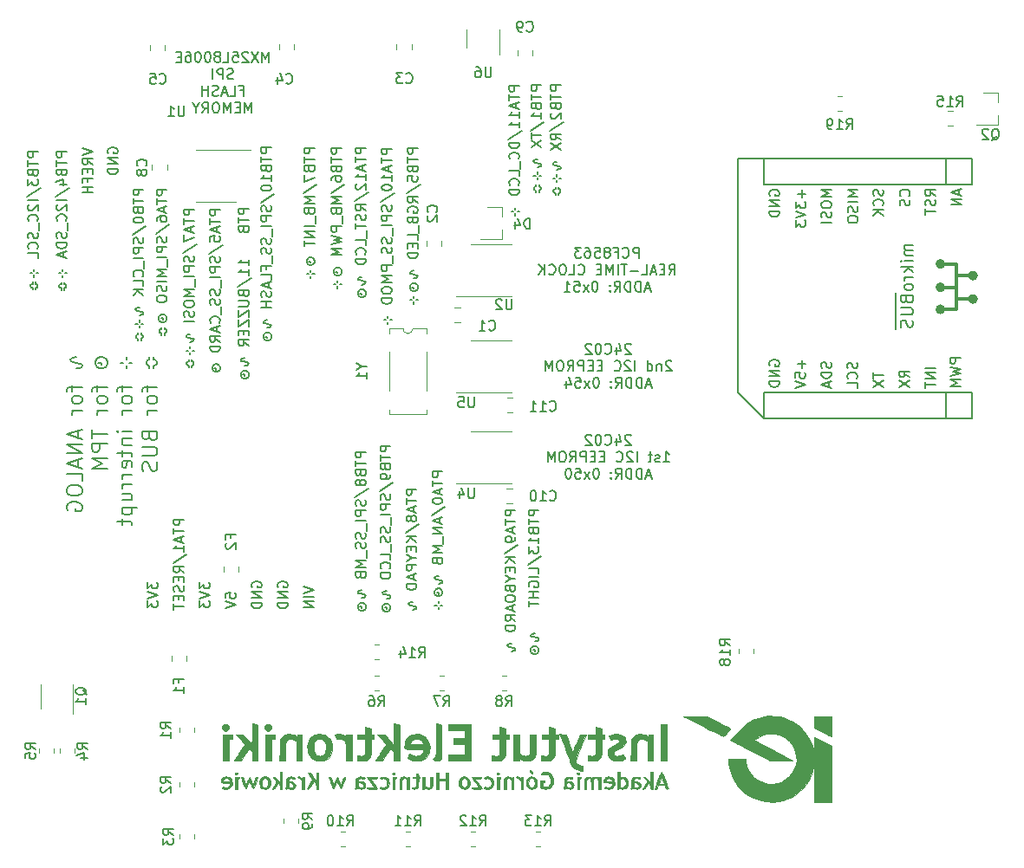
<source format=gbr>
%TF.GenerationSoftware,KiCad,Pcbnew,5.1.12-1.fc34*%
%TF.CreationDate,2022-01-20T18:55:51+01:00*%
%TF.ProjectId,frdm05-devboard,6672646d-3035-42d6-9465-76626f617264,2.1*%
%TF.SameCoordinates,Original*%
%TF.FileFunction,Legend,Bot*%
%TF.FilePolarity,Positive*%
%FSLAX46Y46*%
G04 Gerber Fmt 4.6, Leading zero omitted, Abs format (unit mm)*
G04 Created by KiCad (PCBNEW 5.1.12-1.fc34) date 2022-01-20 18:55:51*
%MOMM*%
%LPD*%
G01*
G04 APERTURE LIST*
%ADD10C,0.200000*%
%ADD11C,0.150000*%
%ADD12C,0.120000*%
%ADD13C,0.127000*%
%ADD14C,0.508000*%
%ADD15C,0.304800*%
%ADD16C,0.010000*%
G04 APERTURE END LIST*
D10*
X110605142Y-95610142D02*
X110248000Y-95681571D01*
X110105142Y-95753000D01*
X110033714Y-95895857D01*
X110105142Y-96038714D01*
X110248000Y-96110142D01*
X110962285Y-96253000D01*
X111105142Y-96324428D01*
X111176571Y-96467285D01*
X111105142Y-96610142D01*
X110962285Y-96681571D01*
X110605142Y-96753000D01*
X110176571Y-98395857D02*
X110176571Y-98967285D01*
X111176571Y-98610142D02*
X109890857Y-98610142D01*
X109748000Y-98681571D01*
X109676571Y-98824428D01*
X109676571Y-98967285D01*
X111176571Y-99681571D02*
X111105142Y-99538714D01*
X111033714Y-99467285D01*
X110890857Y-99395857D01*
X110462285Y-99395857D01*
X110319428Y-99467285D01*
X110248000Y-99538714D01*
X110176571Y-99681571D01*
X110176571Y-99895857D01*
X110248000Y-100038714D01*
X110319428Y-100110142D01*
X110462285Y-100181571D01*
X110890857Y-100181571D01*
X111033714Y-100110142D01*
X111105142Y-100038714D01*
X111176571Y-99895857D01*
X111176571Y-99681571D01*
X111176571Y-100824428D02*
X110176571Y-100824428D01*
X110462285Y-100824428D02*
X110319428Y-100895857D01*
X110248000Y-100967285D01*
X110176571Y-101110142D01*
X110176571Y-101253000D01*
X110748000Y-102824428D02*
X110748000Y-103538714D01*
X111176571Y-102681571D02*
X109676571Y-103181571D01*
X111176571Y-103681571D01*
X111176571Y-104181571D02*
X109676571Y-104181571D01*
X111176571Y-105038714D01*
X109676571Y-105038714D01*
X110748000Y-105681571D02*
X110748000Y-106395857D01*
X111176571Y-105538714D02*
X109676571Y-106038714D01*
X111176571Y-106538714D01*
X111176571Y-107753000D02*
X111176571Y-107038714D01*
X109676571Y-107038714D01*
X109676571Y-108538714D02*
X109676571Y-108824428D01*
X109748000Y-108967285D01*
X109890857Y-109110142D01*
X110176571Y-109181571D01*
X110676571Y-109181571D01*
X110962285Y-109110142D01*
X111105142Y-108967285D01*
X111176571Y-108824428D01*
X111176571Y-108538714D01*
X111105142Y-108395857D01*
X110962285Y-108253000D01*
X110676571Y-108181571D01*
X110176571Y-108181571D01*
X109890857Y-108253000D01*
X109748000Y-108395857D01*
X109676571Y-108538714D01*
X109748000Y-110610142D02*
X109676571Y-110467285D01*
X109676571Y-110253000D01*
X109748000Y-110038714D01*
X109890857Y-109895857D01*
X110033714Y-109824428D01*
X110319428Y-109753000D01*
X110533714Y-109753000D01*
X110819428Y-109824428D01*
X110962285Y-109895857D01*
X111105142Y-110038714D01*
X111176571Y-110253000D01*
X111176571Y-110395857D01*
X111105142Y-110610142D01*
X111033714Y-110681571D01*
X110533714Y-110681571D01*
X110533714Y-110395857D01*
X112769428Y-96181571D02*
X113055142Y-96181571D01*
X113055142Y-96395857D01*
X112483714Y-96038714D02*
X112483714Y-96324428D01*
X112626571Y-96610142D01*
X112912285Y-96753000D01*
X113198000Y-96753000D01*
X113483714Y-96610142D01*
X113626571Y-96324428D01*
X113626571Y-96038714D01*
X113483714Y-95753000D01*
X113198000Y-95610142D01*
X112912285Y-95610142D01*
X112626571Y-95753000D01*
X112483714Y-96038714D01*
X112626571Y-98395857D02*
X112626571Y-98967285D01*
X113626571Y-98610142D02*
X112340857Y-98610142D01*
X112198000Y-98681571D01*
X112126571Y-98824428D01*
X112126571Y-98967285D01*
X113626571Y-99681571D02*
X113555142Y-99538714D01*
X113483714Y-99467285D01*
X113340857Y-99395857D01*
X112912285Y-99395857D01*
X112769428Y-99467285D01*
X112698000Y-99538714D01*
X112626571Y-99681571D01*
X112626571Y-99895857D01*
X112698000Y-100038714D01*
X112769428Y-100110142D01*
X112912285Y-100181571D01*
X113340857Y-100181571D01*
X113483714Y-100110142D01*
X113555142Y-100038714D01*
X113626571Y-99895857D01*
X113626571Y-99681571D01*
X113626571Y-100824428D02*
X112626571Y-100824428D01*
X112912285Y-100824428D02*
X112769428Y-100895857D01*
X112698000Y-100967285D01*
X112626571Y-101110142D01*
X112626571Y-101253000D01*
X112126571Y-102681571D02*
X112126571Y-103538714D01*
X113626571Y-103110142D02*
X112126571Y-103110142D01*
X113626571Y-104038714D02*
X112126571Y-104038714D01*
X112126571Y-104610142D01*
X112198000Y-104753000D01*
X112269428Y-104824428D01*
X112412285Y-104895857D01*
X112626571Y-104895857D01*
X112769428Y-104824428D01*
X112840857Y-104753000D01*
X112912285Y-104610142D01*
X112912285Y-104038714D01*
X113626571Y-105538714D02*
X112126571Y-105538714D01*
X113198000Y-106038714D01*
X112126571Y-106538714D01*
X113626571Y-106538714D01*
X115505142Y-95610142D02*
X115505142Y-95895857D01*
X116076571Y-96181571D02*
X115790857Y-96181571D01*
X114933714Y-96181571D02*
X115219428Y-96181571D01*
X115505142Y-96753000D02*
X115505142Y-96467285D01*
X115076571Y-98395857D02*
X115076571Y-98967285D01*
X116076571Y-98610142D02*
X114790857Y-98610142D01*
X114648000Y-98681571D01*
X114576571Y-98824428D01*
X114576571Y-98967285D01*
X116076571Y-99681571D02*
X116005142Y-99538714D01*
X115933714Y-99467285D01*
X115790857Y-99395857D01*
X115362285Y-99395857D01*
X115219428Y-99467285D01*
X115148000Y-99538714D01*
X115076571Y-99681571D01*
X115076571Y-99895857D01*
X115148000Y-100038714D01*
X115219428Y-100110142D01*
X115362285Y-100181571D01*
X115790857Y-100181571D01*
X115933714Y-100110142D01*
X116005142Y-100038714D01*
X116076571Y-99895857D01*
X116076571Y-99681571D01*
X116076571Y-100824428D02*
X115076571Y-100824428D01*
X115362285Y-100824428D02*
X115219428Y-100895857D01*
X115148000Y-100967285D01*
X115076571Y-101110142D01*
X115076571Y-101253000D01*
X116076571Y-102895857D02*
X115076571Y-102895857D01*
X114576571Y-102895857D02*
X114648000Y-102824428D01*
X114719428Y-102895857D01*
X114648000Y-102967285D01*
X114576571Y-102895857D01*
X114719428Y-102895857D01*
X115076571Y-103610142D02*
X116076571Y-103610142D01*
X115219428Y-103610142D02*
X115148000Y-103681571D01*
X115076571Y-103824428D01*
X115076571Y-104038714D01*
X115148000Y-104181571D01*
X115290857Y-104253000D01*
X116076571Y-104253000D01*
X115076571Y-104753000D02*
X115076571Y-105324428D01*
X114576571Y-104967285D02*
X115862285Y-104967285D01*
X116005142Y-105038714D01*
X116076571Y-105181571D01*
X116076571Y-105324428D01*
X116005142Y-106395857D02*
X116076571Y-106253000D01*
X116076571Y-105967285D01*
X116005142Y-105824428D01*
X115862285Y-105753000D01*
X115290857Y-105753000D01*
X115148000Y-105824428D01*
X115076571Y-105967285D01*
X115076571Y-106253000D01*
X115148000Y-106395857D01*
X115290857Y-106467285D01*
X115433714Y-106467285D01*
X115576571Y-105753000D01*
X116076571Y-107110142D02*
X115076571Y-107110142D01*
X115362285Y-107110142D02*
X115219428Y-107181571D01*
X115148000Y-107253000D01*
X115076571Y-107395857D01*
X115076571Y-107538714D01*
X116076571Y-108038714D02*
X115076571Y-108038714D01*
X115362285Y-108038714D02*
X115219428Y-108110142D01*
X115148000Y-108181571D01*
X115076571Y-108324428D01*
X115076571Y-108467285D01*
X115076571Y-109610142D02*
X116076571Y-109610142D01*
X115076571Y-108967285D02*
X115862285Y-108967285D01*
X116005142Y-109038714D01*
X116076571Y-109181571D01*
X116076571Y-109395857D01*
X116005142Y-109538714D01*
X115933714Y-109610142D01*
X115076571Y-110324428D02*
X116576571Y-110324428D01*
X115148000Y-110324428D02*
X115076571Y-110467285D01*
X115076571Y-110753000D01*
X115148000Y-110895857D01*
X115219428Y-110967285D01*
X115362285Y-111038714D01*
X115790857Y-111038714D01*
X115933714Y-110967285D01*
X116005142Y-110895857D01*
X116076571Y-110753000D01*
X116076571Y-110467285D01*
X116005142Y-110324428D01*
X115076571Y-111467285D02*
X115076571Y-112038714D01*
X114576571Y-111681571D02*
X115862285Y-111681571D01*
X116005142Y-111753000D01*
X116076571Y-111895857D01*
X116076571Y-112038714D01*
X118169428Y-95610142D02*
X118169428Y-95895857D01*
X118240857Y-95895857D01*
X118383714Y-95967285D01*
X118455142Y-96110142D01*
X118455142Y-96253000D01*
X118383714Y-96395857D01*
X118240857Y-96467285D01*
X118169428Y-96467285D01*
X118169428Y-96753000D01*
X117740857Y-95610142D02*
X117740857Y-95895857D01*
X117669428Y-95895857D01*
X117526571Y-95967285D01*
X117455142Y-96110142D01*
X117455142Y-96253000D01*
X117526571Y-96395857D01*
X117669428Y-96467285D01*
X117740857Y-96467285D01*
X117740857Y-96753000D01*
X117526571Y-98395857D02*
X117526571Y-98967285D01*
X118526571Y-98610142D02*
X117240857Y-98610142D01*
X117098000Y-98681571D01*
X117026571Y-98824428D01*
X117026571Y-98967285D01*
X118526571Y-99681571D02*
X118455142Y-99538714D01*
X118383714Y-99467285D01*
X118240857Y-99395857D01*
X117812285Y-99395857D01*
X117669428Y-99467285D01*
X117598000Y-99538714D01*
X117526571Y-99681571D01*
X117526571Y-99895857D01*
X117598000Y-100038714D01*
X117669428Y-100110142D01*
X117812285Y-100181571D01*
X118240857Y-100181571D01*
X118383714Y-100110142D01*
X118455142Y-100038714D01*
X118526571Y-99895857D01*
X118526571Y-99681571D01*
X118526571Y-100824428D02*
X117526571Y-100824428D01*
X117812285Y-100824428D02*
X117669428Y-100895857D01*
X117598000Y-100967285D01*
X117526571Y-101110142D01*
X117526571Y-101253000D01*
X117740857Y-103395857D02*
X117812285Y-103610142D01*
X117883714Y-103681571D01*
X118026571Y-103753000D01*
X118240857Y-103753000D01*
X118383714Y-103681571D01*
X118455142Y-103610142D01*
X118526571Y-103467285D01*
X118526571Y-102895857D01*
X117026571Y-102895857D01*
X117026571Y-103395857D01*
X117098000Y-103538714D01*
X117169428Y-103610142D01*
X117312285Y-103681571D01*
X117455142Y-103681571D01*
X117598000Y-103610142D01*
X117669428Y-103538714D01*
X117740857Y-103395857D01*
X117740857Y-102895857D01*
X117026571Y-104395857D02*
X118240857Y-104395857D01*
X118383714Y-104467285D01*
X118455142Y-104538714D01*
X118526571Y-104681571D01*
X118526571Y-104967285D01*
X118455142Y-105110142D01*
X118383714Y-105181571D01*
X118240857Y-105253000D01*
X117026571Y-105253000D01*
X118455142Y-105895857D02*
X118526571Y-106110142D01*
X118526571Y-106467285D01*
X118455142Y-106610142D01*
X118383714Y-106681571D01*
X118240857Y-106753000D01*
X118098000Y-106753000D01*
X117955142Y-106681571D01*
X117883714Y-106610142D01*
X117812285Y-106467285D01*
X117740857Y-106181571D01*
X117669428Y-106038714D01*
X117598000Y-105967285D01*
X117455142Y-105895857D01*
X117312285Y-105895857D01*
X117169428Y-105967285D01*
X117098000Y-106038714D01*
X117026571Y-106181571D01*
X117026571Y-106538714D01*
X117098000Y-106753000D01*
D11*
X132776980Y-118030761D02*
X133776980Y-118364095D01*
X132776980Y-118697428D01*
X133776980Y-119030761D02*
X132776980Y-119030761D01*
X133776980Y-119506952D02*
X132776980Y-119506952D01*
X133776980Y-120078380D01*
X132776980Y-120078380D01*
X130310000Y-118110095D02*
X130262380Y-118014857D01*
X130262380Y-117872000D01*
X130310000Y-117729142D01*
X130405238Y-117633904D01*
X130500476Y-117586285D01*
X130690952Y-117538666D01*
X130833809Y-117538666D01*
X131024285Y-117586285D01*
X131119523Y-117633904D01*
X131214761Y-117729142D01*
X131262380Y-117872000D01*
X131262380Y-117967238D01*
X131214761Y-118110095D01*
X131167142Y-118157714D01*
X130833809Y-118157714D01*
X130833809Y-117967238D01*
X131262380Y-118586285D02*
X130262380Y-118586285D01*
X131262380Y-119157714D01*
X130262380Y-119157714D01*
X131262380Y-119633904D02*
X130262380Y-119633904D01*
X130262380Y-119872000D01*
X130310000Y-120014857D01*
X130405238Y-120110095D01*
X130500476Y-120157714D01*
X130690952Y-120205333D01*
X130833809Y-120205333D01*
X131024285Y-120157714D01*
X131119523Y-120110095D01*
X131214761Y-120014857D01*
X131262380Y-119872000D01*
X131262380Y-119633904D01*
X127770000Y-118110095D02*
X127722380Y-118014857D01*
X127722380Y-117872000D01*
X127770000Y-117729142D01*
X127865238Y-117633904D01*
X127960476Y-117586285D01*
X128150952Y-117538666D01*
X128293809Y-117538666D01*
X128484285Y-117586285D01*
X128579523Y-117633904D01*
X128674761Y-117729142D01*
X128722380Y-117872000D01*
X128722380Y-117967238D01*
X128674761Y-118110095D01*
X128627142Y-118157714D01*
X128293809Y-118157714D01*
X128293809Y-117967238D01*
X128722380Y-118586285D02*
X127722380Y-118586285D01*
X128722380Y-119157714D01*
X127722380Y-119157714D01*
X128722380Y-119633904D02*
X127722380Y-119633904D01*
X127722380Y-119872000D01*
X127770000Y-120014857D01*
X127865238Y-120110095D01*
X127960476Y-120157714D01*
X128150952Y-120205333D01*
X128293809Y-120205333D01*
X128484285Y-120157714D01*
X128579523Y-120110095D01*
X128674761Y-120014857D01*
X128722380Y-119872000D01*
X128722380Y-119633904D01*
X125182380Y-119189523D02*
X125182380Y-118713333D01*
X125658571Y-118665714D01*
X125610952Y-118713333D01*
X125563333Y-118808571D01*
X125563333Y-119046666D01*
X125610952Y-119141904D01*
X125658571Y-119189523D01*
X125753809Y-119237142D01*
X125991904Y-119237142D01*
X126087142Y-119189523D01*
X126134761Y-119141904D01*
X126182380Y-119046666D01*
X126182380Y-118808571D01*
X126134761Y-118713333D01*
X126087142Y-118665714D01*
X125182380Y-119522857D02*
X126182380Y-119856190D01*
X125182380Y-120189523D01*
X122642380Y-117633904D02*
X122642380Y-118252952D01*
X123023333Y-117919619D01*
X123023333Y-118062476D01*
X123070952Y-118157714D01*
X123118571Y-118205333D01*
X123213809Y-118252952D01*
X123451904Y-118252952D01*
X123547142Y-118205333D01*
X123594761Y-118157714D01*
X123642380Y-118062476D01*
X123642380Y-117776761D01*
X123594761Y-117681523D01*
X123547142Y-117633904D01*
X122642380Y-118538666D02*
X123642380Y-118872000D01*
X122642380Y-119205333D01*
X122642380Y-119443428D02*
X122642380Y-120062476D01*
X123023333Y-119729142D01*
X123023333Y-119872000D01*
X123070952Y-119967238D01*
X123118571Y-120014857D01*
X123213809Y-120062476D01*
X123451904Y-120062476D01*
X123547142Y-120014857D01*
X123594761Y-119967238D01*
X123642380Y-119872000D01*
X123642380Y-119586285D01*
X123594761Y-119491047D01*
X123547142Y-119443428D01*
X121140480Y-111490666D02*
X120140480Y-111490666D01*
X120140480Y-111871619D01*
X120188100Y-111966857D01*
X120235719Y-112014476D01*
X120330957Y-112062095D01*
X120473814Y-112062095D01*
X120569052Y-112014476D01*
X120616671Y-111966857D01*
X120664290Y-111871619D01*
X120664290Y-111490666D01*
X120140480Y-112347809D02*
X120140480Y-112919238D01*
X121140480Y-112633523D02*
X120140480Y-112633523D01*
X120854766Y-113204952D02*
X120854766Y-113681142D01*
X121140480Y-113109714D02*
X120140480Y-113443047D01*
X121140480Y-113776380D01*
X121140480Y-114633523D02*
X121140480Y-114062095D01*
X121140480Y-114347809D02*
X120140480Y-114347809D01*
X120283338Y-114252571D01*
X120378576Y-114157333D01*
X120426195Y-114062095D01*
X120092861Y-115776380D02*
X121378576Y-114919238D01*
X121140480Y-116681142D02*
X120664290Y-116347809D01*
X121140480Y-116109714D02*
X120140480Y-116109714D01*
X120140480Y-116490666D01*
X120188100Y-116585904D01*
X120235719Y-116633523D01*
X120330957Y-116681142D01*
X120473814Y-116681142D01*
X120569052Y-116633523D01*
X120616671Y-116585904D01*
X120664290Y-116490666D01*
X120664290Y-116109714D01*
X120616671Y-117109714D02*
X120616671Y-117443047D01*
X121140480Y-117585904D02*
X121140480Y-117109714D01*
X120140480Y-117109714D01*
X120140480Y-117585904D01*
X121092861Y-117966857D02*
X121140480Y-118109714D01*
X121140480Y-118347809D01*
X121092861Y-118443047D01*
X121045242Y-118490666D01*
X120950004Y-118538285D01*
X120854766Y-118538285D01*
X120759528Y-118490666D01*
X120711909Y-118443047D01*
X120664290Y-118347809D01*
X120616671Y-118157333D01*
X120569052Y-118062095D01*
X120521433Y-118014476D01*
X120426195Y-117966857D01*
X120330957Y-117966857D01*
X120235719Y-118014476D01*
X120188100Y-118062095D01*
X120140480Y-118157333D01*
X120140480Y-118395428D01*
X120188100Y-118538285D01*
X120616671Y-118966857D02*
X120616671Y-119300190D01*
X121140480Y-119443047D02*
X121140480Y-118966857D01*
X120140480Y-118966857D01*
X120140480Y-119443047D01*
X120140480Y-119728761D02*
X120140480Y-120300190D01*
X121140480Y-120014476D02*
X120140480Y-120014476D01*
X117562380Y-117633904D02*
X117562380Y-118252952D01*
X117943333Y-117919619D01*
X117943333Y-118062476D01*
X117990952Y-118157714D01*
X118038571Y-118205333D01*
X118133809Y-118252952D01*
X118371904Y-118252952D01*
X118467142Y-118205333D01*
X118514761Y-118157714D01*
X118562380Y-118062476D01*
X118562380Y-117776761D01*
X118514761Y-117681523D01*
X118467142Y-117633904D01*
X117562380Y-118538666D02*
X118562380Y-118872000D01*
X117562380Y-119205333D01*
X117562380Y-119443428D02*
X117562380Y-120062476D01*
X117943333Y-119729142D01*
X117943333Y-119872000D01*
X117990952Y-119967238D01*
X118038571Y-120014857D01*
X118133809Y-120062476D01*
X118371904Y-120062476D01*
X118467142Y-120014857D01*
X118514761Y-119967238D01*
X118562380Y-119872000D01*
X118562380Y-119586285D01*
X118514761Y-119491047D01*
X118467142Y-119443428D01*
X157932380Y-69064857D02*
X156932380Y-69064857D01*
X156932380Y-69445809D01*
X156980000Y-69541047D01*
X157027619Y-69588666D01*
X157122857Y-69636285D01*
X157265714Y-69636285D01*
X157360952Y-69588666D01*
X157408571Y-69541047D01*
X157456190Y-69445809D01*
X157456190Y-69064857D01*
X156932380Y-69922000D02*
X156932380Y-70493428D01*
X157932380Y-70207714D02*
X156932380Y-70207714D01*
X157408571Y-71160095D02*
X157456190Y-71302952D01*
X157503809Y-71350571D01*
X157599047Y-71398190D01*
X157741904Y-71398190D01*
X157837142Y-71350571D01*
X157884761Y-71302952D01*
X157932380Y-71207714D01*
X157932380Y-70826761D01*
X156932380Y-70826761D01*
X156932380Y-71160095D01*
X156980000Y-71255333D01*
X157027619Y-71302952D01*
X157122857Y-71350571D01*
X157218095Y-71350571D01*
X157313333Y-71302952D01*
X157360952Y-71255333D01*
X157408571Y-71160095D01*
X157408571Y-70826761D01*
X157027619Y-71779142D02*
X156980000Y-71826761D01*
X156932380Y-71922000D01*
X156932380Y-72160095D01*
X156980000Y-72255333D01*
X157027619Y-72302952D01*
X157122857Y-72350571D01*
X157218095Y-72350571D01*
X157360952Y-72302952D01*
X157932380Y-71731523D01*
X157932380Y-72350571D01*
X156884761Y-73493428D02*
X158170476Y-72636285D01*
X157932380Y-74398190D02*
X157456190Y-74064857D01*
X157932380Y-73826761D02*
X156932380Y-73826761D01*
X156932380Y-74207714D01*
X156980000Y-74302952D01*
X157027619Y-74350571D01*
X157122857Y-74398190D01*
X157265714Y-74398190D01*
X157360952Y-74350571D01*
X157408571Y-74302952D01*
X157456190Y-74207714D01*
X157456190Y-73826761D01*
X156932380Y-74731523D02*
X157932380Y-75398190D01*
X156932380Y-75398190D02*
X157932380Y-74731523D01*
X157551428Y-76541047D02*
X157313333Y-76588666D01*
X157218095Y-76636285D01*
X157170476Y-76731523D01*
X157218095Y-76826761D01*
X157313333Y-76874380D01*
X157789523Y-76969619D01*
X157884761Y-77017238D01*
X157932380Y-77112476D01*
X157884761Y-77207714D01*
X157789523Y-77255333D01*
X157551428Y-77302952D01*
X157551428Y-77779142D02*
X157551428Y-77969619D01*
X157932380Y-78160095D02*
X157741904Y-78160095D01*
X157170476Y-78160095D02*
X157360952Y-78160095D01*
X157551428Y-78541047D02*
X157551428Y-78350571D01*
X157694285Y-79017238D02*
X157694285Y-79207714D01*
X157741904Y-79207714D01*
X157837142Y-79255333D01*
X157884761Y-79350571D01*
X157884761Y-79445809D01*
X157837142Y-79541047D01*
X157741904Y-79588666D01*
X157694285Y-79588666D01*
X157694285Y-79779142D01*
X157408571Y-79017238D02*
X157408571Y-79207714D01*
X157360952Y-79207714D01*
X157265714Y-79255333D01*
X157218095Y-79350571D01*
X157218095Y-79445809D01*
X157265714Y-79541047D01*
X157360952Y-79588666D01*
X157408571Y-79588666D01*
X157408571Y-79779142D01*
X156027380Y-69056904D02*
X155027380Y-69056904D01*
X155027380Y-69437857D01*
X155075000Y-69533095D01*
X155122619Y-69580714D01*
X155217857Y-69628333D01*
X155360714Y-69628333D01*
X155455952Y-69580714D01*
X155503571Y-69533095D01*
X155551190Y-69437857D01*
X155551190Y-69056904D01*
X155027380Y-69914047D02*
X155027380Y-70485476D01*
X156027380Y-70199761D02*
X155027380Y-70199761D01*
X155503571Y-71152142D02*
X155551190Y-71295000D01*
X155598809Y-71342619D01*
X155694047Y-71390238D01*
X155836904Y-71390238D01*
X155932142Y-71342619D01*
X155979761Y-71295000D01*
X156027380Y-71199761D01*
X156027380Y-70818809D01*
X155027380Y-70818809D01*
X155027380Y-71152142D01*
X155075000Y-71247380D01*
X155122619Y-71295000D01*
X155217857Y-71342619D01*
X155313095Y-71342619D01*
X155408333Y-71295000D01*
X155455952Y-71247380D01*
X155503571Y-71152142D01*
X155503571Y-70818809D01*
X156027380Y-72342619D02*
X156027380Y-71771190D01*
X156027380Y-72056904D02*
X155027380Y-72056904D01*
X155170238Y-71961666D01*
X155265476Y-71866428D01*
X155313095Y-71771190D01*
X154979761Y-73485476D02*
X156265476Y-72628333D01*
X155027380Y-73675952D02*
X155027380Y-74247380D01*
X156027380Y-73961666D02*
X155027380Y-73961666D01*
X155027380Y-74485476D02*
X156027380Y-75152142D01*
X155027380Y-75152142D02*
X156027380Y-74485476D01*
X155646428Y-76295000D02*
X155408333Y-76342619D01*
X155313095Y-76390238D01*
X155265476Y-76485476D01*
X155313095Y-76580714D01*
X155408333Y-76628333D01*
X155884523Y-76723571D01*
X155979761Y-76771190D01*
X156027380Y-76866428D01*
X155979761Y-76961666D01*
X155884523Y-77009285D01*
X155646428Y-77056904D01*
X155646428Y-77533095D02*
X155646428Y-77723571D01*
X156027380Y-77914047D02*
X155836904Y-77914047D01*
X155265476Y-77914047D02*
X155455952Y-77914047D01*
X155646428Y-78295000D02*
X155646428Y-78104523D01*
X155789285Y-78771190D02*
X155789285Y-78961666D01*
X155836904Y-78961666D01*
X155932142Y-79009285D01*
X155979761Y-79104523D01*
X155979761Y-79199761D01*
X155932142Y-79295000D01*
X155836904Y-79342619D01*
X155789285Y-79342619D01*
X155789285Y-79533095D01*
X155503571Y-78771190D02*
X155503571Y-78961666D01*
X155455952Y-78961666D01*
X155360714Y-79009285D01*
X155313095Y-79104523D01*
X155313095Y-79199761D01*
X155360714Y-79295000D01*
X155455952Y-79342619D01*
X155503571Y-79342619D01*
X155503571Y-79533095D01*
X153868380Y-69104666D02*
X152868380Y-69104666D01*
X152868380Y-69485619D01*
X152916000Y-69580857D01*
X152963619Y-69628476D01*
X153058857Y-69676095D01*
X153201714Y-69676095D01*
X153296952Y-69628476D01*
X153344571Y-69580857D01*
X153392190Y-69485619D01*
X153392190Y-69104666D01*
X152868380Y-69961809D02*
X152868380Y-70533238D01*
X153868380Y-70247523D02*
X152868380Y-70247523D01*
X153582666Y-70818952D02*
X153582666Y-71295142D01*
X153868380Y-70723714D02*
X152868380Y-71057047D01*
X153868380Y-71390380D01*
X153868380Y-72247523D02*
X153868380Y-71676095D01*
X153868380Y-71961809D02*
X152868380Y-71961809D01*
X153011238Y-71866571D01*
X153106476Y-71771333D01*
X153154095Y-71676095D01*
X153868380Y-73199904D02*
X153868380Y-72628476D01*
X153868380Y-72914190D02*
X152868380Y-72914190D01*
X153011238Y-72818952D01*
X153106476Y-72723714D01*
X153154095Y-72628476D01*
X152820761Y-74342761D02*
X154106476Y-73485619D01*
X153868380Y-74676095D02*
X152868380Y-74676095D01*
X152868380Y-74914190D01*
X152916000Y-75057047D01*
X153011238Y-75152285D01*
X153106476Y-75199904D01*
X153296952Y-75247523D01*
X153439809Y-75247523D01*
X153630285Y-75199904D01*
X153725523Y-75152285D01*
X153820761Y-75057047D01*
X153868380Y-74914190D01*
X153868380Y-74676095D01*
X153773142Y-76247523D02*
X153820761Y-76199904D01*
X153868380Y-76057047D01*
X153868380Y-75961809D01*
X153820761Y-75818952D01*
X153725523Y-75723714D01*
X153630285Y-75676095D01*
X153439809Y-75628476D01*
X153296952Y-75628476D01*
X153106476Y-75676095D01*
X153011238Y-75723714D01*
X152916000Y-75818952D01*
X152868380Y-75961809D01*
X152868380Y-76057047D01*
X152916000Y-76199904D01*
X152963619Y-76247523D01*
X153963619Y-76438000D02*
X153963619Y-77199904D01*
X153868380Y-77914190D02*
X153868380Y-77438000D01*
X152868380Y-77438000D01*
X153773142Y-78818952D02*
X153820761Y-78771333D01*
X153868380Y-78628476D01*
X153868380Y-78533238D01*
X153820761Y-78390380D01*
X153725523Y-78295142D01*
X153630285Y-78247523D01*
X153439809Y-78199904D01*
X153296952Y-78199904D01*
X153106476Y-78247523D01*
X153011238Y-78295142D01*
X152916000Y-78390380D01*
X152868380Y-78533238D01*
X152868380Y-78628476D01*
X152916000Y-78771333D01*
X152963619Y-78818952D01*
X153868380Y-79247523D02*
X152868380Y-79247523D01*
X152868380Y-79485619D01*
X152916000Y-79628476D01*
X153011238Y-79723714D01*
X153106476Y-79771333D01*
X153296952Y-79818952D01*
X153439809Y-79818952D01*
X153630285Y-79771333D01*
X153725523Y-79723714D01*
X153820761Y-79628476D01*
X153868380Y-79485619D01*
X153868380Y-79247523D01*
X153487428Y-81009428D02*
X153487428Y-81199904D01*
X153868380Y-81390380D02*
X153677904Y-81390380D01*
X153106476Y-81390380D02*
X153296952Y-81390380D01*
X153487428Y-81771333D02*
X153487428Y-81580857D01*
X143962380Y-75184952D02*
X142962380Y-75184952D01*
X142962380Y-75565904D01*
X143010000Y-75661142D01*
X143057619Y-75708761D01*
X143152857Y-75756380D01*
X143295714Y-75756380D01*
X143390952Y-75708761D01*
X143438571Y-75661142D01*
X143486190Y-75565904D01*
X143486190Y-75184952D01*
X142962380Y-76042095D02*
X142962380Y-76613523D01*
X143962380Y-76327809D02*
X142962380Y-76327809D01*
X143438571Y-77280190D02*
X143486190Y-77423047D01*
X143533809Y-77470666D01*
X143629047Y-77518285D01*
X143771904Y-77518285D01*
X143867142Y-77470666D01*
X143914761Y-77423047D01*
X143962380Y-77327809D01*
X143962380Y-76946857D01*
X142962380Y-76946857D01*
X142962380Y-77280190D01*
X143010000Y-77375428D01*
X143057619Y-77423047D01*
X143152857Y-77470666D01*
X143248095Y-77470666D01*
X143343333Y-77423047D01*
X143390952Y-77375428D01*
X143438571Y-77280190D01*
X143438571Y-76946857D01*
X142962380Y-78423047D02*
X142962380Y-77946857D01*
X143438571Y-77899238D01*
X143390952Y-77946857D01*
X143343333Y-78042095D01*
X143343333Y-78280190D01*
X143390952Y-78375428D01*
X143438571Y-78423047D01*
X143533809Y-78470666D01*
X143771904Y-78470666D01*
X143867142Y-78423047D01*
X143914761Y-78375428D01*
X143962380Y-78280190D01*
X143962380Y-78042095D01*
X143914761Y-77946857D01*
X143867142Y-77899238D01*
X142914761Y-79613523D02*
X144200476Y-78756380D01*
X143962380Y-80518285D02*
X143486190Y-80184952D01*
X143962380Y-79946857D02*
X142962380Y-79946857D01*
X142962380Y-80327809D01*
X143010000Y-80423047D01*
X143057619Y-80470666D01*
X143152857Y-80518285D01*
X143295714Y-80518285D01*
X143390952Y-80470666D01*
X143438571Y-80423047D01*
X143486190Y-80327809D01*
X143486190Y-79946857D01*
X143010000Y-81470666D02*
X142962380Y-81375428D01*
X142962380Y-81232571D01*
X143010000Y-81089714D01*
X143105238Y-80994476D01*
X143200476Y-80946857D01*
X143390952Y-80899238D01*
X143533809Y-80899238D01*
X143724285Y-80946857D01*
X143819523Y-80994476D01*
X143914761Y-81089714D01*
X143962380Y-81232571D01*
X143962380Y-81327809D01*
X143914761Y-81470666D01*
X143867142Y-81518285D01*
X143533809Y-81518285D01*
X143533809Y-81327809D01*
X143438571Y-82280190D02*
X143486190Y-82423047D01*
X143533809Y-82470666D01*
X143629047Y-82518285D01*
X143771904Y-82518285D01*
X143867142Y-82470666D01*
X143914761Y-82423047D01*
X143962380Y-82327809D01*
X143962380Y-81946857D01*
X142962380Y-81946857D01*
X142962380Y-82280190D01*
X143010000Y-82375428D01*
X143057619Y-82423047D01*
X143152857Y-82470666D01*
X143248095Y-82470666D01*
X143343333Y-82423047D01*
X143390952Y-82375428D01*
X143438571Y-82280190D01*
X143438571Y-81946857D01*
X144057619Y-82708761D02*
X144057619Y-83470666D01*
X143962380Y-84184952D02*
X143962380Y-83708761D01*
X142962380Y-83708761D01*
X143438571Y-84518285D02*
X143438571Y-84851619D01*
X143962380Y-84994476D02*
X143962380Y-84518285D01*
X142962380Y-84518285D01*
X142962380Y-84994476D01*
X143962380Y-85423047D02*
X142962380Y-85423047D01*
X142962380Y-85661142D01*
X143010000Y-85804000D01*
X143105238Y-85899238D01*
X143200476Y-85946857D01*
X143390952Y-85994476D01*
X143533809Y-85994476D01*
X143724285Y-85946857D01*
X143819523Y-85899238D01*
X143914761Y-85804000D01*
X143962380Y-85661142D01*
X143962380Y-85423047D01*
X143581428Y-87184952D02*
X143343333Y-87232571D01*
X143248095Y-87280190D01*
X143200476Y-87375428D01*
X143248095Y-87470666D01*
X143343333Y-87518285D01*
X143819523Y-87613523D01*
X143914761Y-87661142D01*
X143962380Y-87756380D01*
X143914761Y-87851619D01*
X143819523Y-87899238D01*
X143581428Y-87946857D01*
X143390952Y-88804000D02*
X143581428Y-88804000D01*
X143581428Y-88946857D01*
X143200476Y-88708761D02*
X143200476Y-88899238D01*
X143295714Y-89089714D01*
X143486190Y-89184952D01*
X143676666Y-89184952D01*
X143867142Y-89089714D01*
X143962380Y-88899238D01*
X143962380Y-88708761D01*
X143867142Y-88518285D01*
X143676666Y-88423047D01*
X143486190Y-88423047D01*
X143295714Y-88518285D01*
X143200476Y-88708761D01*
X143581428Y-89661142D02*
X143581428Y-89851619D01*
X143962380Y-90042095D02*
X143771904Y-90042095D01*
X143200476Y-90042095D02*
X143390952Y-90042095D01*
X143581428Y-90423047D02*
X143581428Y-90232571D01*
X141422380Y-75248571D02*
X140422380Y-75248571D01*
X140422380Y-75629523D01*
X140470000Y-75724761D01*
X140517619Y-75772380D01*
X140612857Y-75820000D01*
X140755714Y-75820000D01*
X140850952Y-75772380D01*
X140898571Y-75724761D01*
X140946190Y-75629523D01*
X140946190Y-75248571D01*
X140422380Y-76105714D02*
X140422380Y-76677142D01*
X141422380Y-76391428D02*
X140422380Y-76391428D01*
X141136666Y-76962857D02*
X141136666Y-77439047D01*
X141422380Y-76867619D02*
X140422380Y-77200952D01*
X141422380Y-77534285D01*
X141422380Y-78391428D02*
X141422380Y-77820000D01*
X141422380Y-78105714D02*
X140422380Y-78105714D01*
X140565238Y-78010476D01*
X140660476Y-77915238D01*
X140708095Y-77820000D01*
X140422380Y-79010476D02*
X140422380Y-79105714D01*
X140470000Y-79200952D01*
X140517619Y-79248571D01*
X140612857Y-79296190D01*
X140803333Y-79343809D01*
X141041428Y-79343809D01*
X141231904Y-79296190D01*
X141327142Y-79248571D01*
X141374761Y-79200952D01*
X141422380Y-79105714D01*
X141422380Y-79010476D01*
X141374761Y-78915238D01*
X141327142Y-78867619D01*
X141231904Y-78820000D01*
X141041428Y-78772380D01*
X140803333Y-78772380D01*
X140612857Y-78820000D01*
X140517619Y-78867619D01*
X140470000Y-78915238D01*
X140422380Y-79010476D01*
X140374761Y-80486666D02*
X141660476Y-79629523D01*
X141374761Y-80772380D02*
X141422380Y-80915238D01*
X141422380Y-81153333D01*
X141374761Y-81248571D01*
X141327142Y-81296190D01*
X141231904Y-81343809D01*
X141136666Y-81343809D01*
X141041428Y-81296190D01*
X140993809Y-81248571D01*
X140946190Y-81153333D01*
X140898571Y-80962857D01*
X140850952Y-80867619D01*
X140803333Y-80820000D01*
X140708095Y-80772380D01*
X140612857Y-80772380D01*
X140517619Y-80820000D01*
X140470000Y-80867619D01*
X140422380Y-80962857D01*
X140422380Y-81200952D01*
X140470000Y-81343809D01*
X141422380Y-81772380D02*
X140422380Y-81772380D01*
X140422380Y-82153333D01*
X140470000Y-82248571D01*
X140517619Y-82296190D01*
X140612857Y-82343809D01*
X140755714Y-82343809D01*
X140850952Y-82296190D01*
X140898571Y-82248571D01*
X140946190Y-82153333D01*
X140946190Y-81772380D01*
X141422380Y-82772380D02*
X140422380Y-82772380D01*
X141517619Y-83010476D02*
X141517619Y-83772380D01*
X141374761Y-83962857D02*
X141422380Y-84105714D01*
X141422380Y-84343809D01*
X141374761Y-84439047D01*
X141327142Y-84486666D01*
X141231904Y-84534285D01*
X141136666Y-84534285D01*
X141041428Y-84486666D01*
X140993809Y-84439047D01*
X140946190Y-84343809D01*
X140898571Y-84153333D01*
X140850952Y-84058095D01*
X140803333Y-84010476D01*
X140708095Y-83962857D01*
X140612857Y-83962857D01*
X140517619Y-84010476D01*
X140470000Y-84058095D01*
X140422380Y-84153333D01*
X140422380Y-84391428D01*
X140470000Y-84534285D01*
X141374761Y-84915238D02*
X141422380Y-85058095D01*
X141422380Y-85296190D01*
X141374761Y-85391428D01*
X141327142Y-85439047D01*
X141231904Y-85486666D01*
X141136666Y-85486666D01*
X141041428Y-85439047D01*
X140993809Y-85391428D01*
X140946190Y-85296190D01*
X140898571Y-85105714D01*
X140850952Y-85010476D01*
X140803333Y-84962857D01*
X140708095Y-84915238D01*
X140612857Y-84915238D01*
X140517619Y-84962857D01*
X140470000Y-85010476D01*
X140422380Y-85105714D01*
X140422380Y-85343809D01*
X140470000Y-85486666D01*
X141517619Y-85677142D02*
X141517619Y-86439047D01*
X141422380Y-86677142D02*
X140422380Y-86677142D01*
X140422380Y-87058095D01*
X140470000Y-87153333D01*
X140517619Y-87200952D01*
X140612857Y-87248571D01*
X140755714Y-87248571D01*
X140850952Y-87200952D01*
X140898571Y-87153333D01*
X140946190Y-87058095D01*
X140946190Y-86677142D01*
X141422380Y-87677142D02*
X140422380Y-87677142D01*
X141136666Y-88010476D01*
X140422380Y-88343809D01*
X141422380Y-88343809D01*
X140422380Y-89010476D02*
X140422380Y-89200952D01*
X140470000Y-89296190D01*
X140565238Y-89391428D01*
X140755714Y-89439047D01*
X141089047Y-89439047D01*
X141279523Y-89391428D01*
X141374761Y-89296190D01*
X141422380Y-89200952D01*
X141422380Y-89010476D01*
X141374761Y-88915238D01*
X141279523Y-88820000D01*
X141089047Y-88772380D01*
X140755714Y-88772380D01*
X140565238Y-88820000D01*
X140470000Y-88915238D01*
X140422380Y-89010476D01*
X141422380Y-89867619D02*
X140422380Y-89867619D01*
X140422380Y-90105714D01*
X140470000Y-90248571D01*
X140565238Y-90343809D01*
X140660476Y-90391428D01*
X140850952Y-90439047D01*
X140993809Y-90439047D01*
X141184285Y-90391428D01*
X141279523Y-90343809D01*
X141374761Y-90248571D01*
X141422380Y-90105714D01*
X141422380Y-89867619D01*
X141041428Y-91629523D02*
X141041428Y-91819999D01*
X141422380Y-92010476D02*
X141231904Y-92010476D01*
X140660476Y-92010476D02*
X140850952Y-92010476D01*
X141041428Y-92391428D02*
X141041428Y-92200952D01*
X138882380Y-75164276D02*
X137882380Y-75164276D01*
X137882380Y-75545228D01*
X137930000Y-75640466D01*
X137977619Y-75688085D01*
X138072857Y-75735704D01*
X138215714Y-75735704D01*
X138310952Y-75688085D01*
X138358571Y-75640466D01*
X138406190Y-75545228D01*
X138406190Y-75164276D01*
X137882380Y-76021419D02*
X137882380Y-76592847D01*
X138882380Y-76307133D02*
X137882380Y-76307133D01*
X138596666Y-76878561D02*
X138596666Y-77354752D01*
X138882380Y-76783323D02*
X137882380Y-77116657D01*
X138882380Y-77449990D01*
X138882380Y-78307133D02*
X138882380Y-77735704D01*
X138882380Y-78021419D02*
X137882380Y-78021419D01*
X138025238Y-77926180D01*
X138120476Y-77830942D01*
X138168095Y-77735704D01*
X137977619Y-78688085D02*
X137930000Y-78735704D01*
X137882380Y-78830942D01*
X137882380Y-79069038D01*
X137930000Y-79164276D01*
X137977619Y-79211895D01*
X138072857Y-79259514D01*
X138168095Y-79259514D01*
X138310952Y-79211895D01*
X138882380Y-78640466D01*
X138882380Y-79259514D01*
X137834761Y-80402371D02*
X139120476Y-79545228D01*
X138882380Y-81307133D02*
X138406190Y-80973800D01*
X138882380Y-80735704D02*
X137882380Y-80735704D01*
X137882380Y-81116657D01*
X137930000Y-81211895D01*
X137977619Y-81259514D01*
X138072857Y-81307133D01*
X138215714Y-81307133D01*
X138310952Y-81259514D01*
X138358571Y-81211895D01*
X138406190Y-81116657D01*
X138406190Y-80735704D01*
X138834761Y-81688085D02*
X138882380Y-81830942D01*
X138882380Y-82069038D01*
X138834761Y-82164276D01*
X138787142Y-82211895D01*
X138691904Y-82259514D01*
X138596666Y-82259514D01*
X138501428Y-82211895D01*
X138453809Y-82164276D01*
X138406190Y-82069038D01*
X138358571Y-81878561D01*
X138310952Y-81783323D01*
X138263333Y-81735704D01*
X138168095Y-81688085D01*
X138072857Y-81688085D01*
X137977619Y-81735704D01*
X137930000Y-81783323D01*
X137882380Y-81878561D01*
X137882380Y-82116657D01*
X137930000Y-82259514D01*
X137882380Y-82545228D02*
X137882380Y-83116657D01*
X138882380Y-82830942D02*
X137882380Y-82830942D01*
X138977619Y-83211895D02*
X138977619Y-83973800D01*
X138882380Y-84688085D02*
X138882380Y-84211895D01*
X137882380Y-84211895D01*
X138787142Y-85592847D02*
X138834761Y-85545228D01*
X138882380Y-85402371D01*
X138882380Y-85307133D01*
X138834761Y-85164276D01*
X138739523Y-85069038D01*
X138644285Y-85021419D01*
X138453809Y-84973800D01*
X138310952Y-84973800D01*
X138120476Y-85021419D01*
X138025238Y-85069038D01*
X137930000Y-85164276D01*
X137882380Y-85307133D01*
X137882380Y-85402371D01*
X137930000Y-85545228D01*
X137977619Y-85592847D01*
X138882380Y-86021419D02*
X137882380Y-86021419D01*
X137882380Y-86259514D01*
X137930000Y-86402371D01*
X138025238Y-86497609D01*
X138120476Y-86545228D01*
X138310952Y-86592847D01*
X138453809Y-86592847D01*
X138644285Y-86545228D01*
X138739523Y-86497609D01*
X138834761Y-86402371D01*
X138882380Y-86259514D01*
X138882380Y-86021419D01*
X138501428Y-87783323D02*
X138263333Y-87830942D01*
X138168095Y-87878561D01*
X138120476Y-87973800D01*
X138168095Y-88069038D01*
X138263333Y-88116657D01*
X138739523Y-88211895D01*
X138834761Y-88259514D01*
X138882380Y-88354752D01*
X138834761Y-88449990D01*
X138739523Y-88497609D01*
X138501428Y-88545228D01*
X138310952Y-89402371D02*
X138501428Y-89402371D01*
X138501428Y-89545228D01*
X138120476Y-89307133D02*
X138120476Y-89497609D01*
X138215714Y-89688085D01*
X138406190Y-89783323D01*
X138596666Y-89783323D01*
X138787142Y-89688085D01*
X138882380Y-89497609D01*
X138882380Y-89307133D01*
X138787142Y-89116657D01*
X138596666Y-89021419D01*
X138406190Y-89021419D01*
X138215714Y-89116657D01*
X138120476Y-89307133D01*
X136520180Y-75184857D02*
X135520180Y-75184857D01*
X135520180Y-75565809D01*
X135567800Y-75661047D01*
X135615419Y-75708666D01*
X135710657Y-75756285D01*
X135853514Y-75756285D01*
X135948752Y-75708666D01*
X135996371Y-75661047D01*
X136043990Y-75565809D01*
X136043990Y-75184857D01*
X135520180Y-76042000D02*
X135520180Y-76613428D01*
X136520180Y-76327714D02*
X135520180Y-76327714D01*
X135996371Y-77280095D02*
X136043990Y-77422952D01*
X136091609Y-77470571D01*
X136186847Y-77518190D01*
X136329704Y-77518190D01*
X136424942Y-77470571D01*
X136472561Y-77422952D01*
X136520180Y-77327714D01*
X136520180Y-76946761D01*
X135520180Y-76946761D01*
X135520180Y-77280095D01*
X135567800Y-77375333D01*
X135615419Y-77422952D01*
X135710657Y-77470571D01*
X135805895Y-77470571D01*
X135901133Y-77422952D01*
X135948752Y-77375333D01*
X135996371Y-77280095D01*
X135996371Y-76946761D01*
X135520180Y-78375333D02*
X135520180Y-78184857D01*
X135567800Y-78089619D01*
X135615419Y-78042000D01*
X135758276Y-77946761D01*
X135948752Y-77899142D01*
X136329704Y-77899142D01*
X136424942Y-77946761D01*
X136472561Y-77994380D01*
X136520180Y-78089619D01*
X136520180Y-78280095D01*
X136472561Y-78375333D01*
X136424942Y-78422952D01*
X136329704Y-78470571D01*
X136091609Y-78470571D01*
X135996371Y-78422952D01*
X135948752Y-78375333D01*
X135901133Y-78280095D01*
X135901133Y-78089619D01*
X135948752Y-77994380D01*
X135996371Y-77946761D01*
X136091609Y-77899142D01*
X135472561Y-79613428D02*
X136758276Y-78756285D01*
X136520180Y-79946761D02*
X135520180Y-79946761D01*
X136234466Y-80280095D01*
X135520180Y-80613428D01*
X136520180Y-80613428D01*
X135996371Y-81422952D02*
X136043990Y-81565809D01*
X136091609Y-81613428D01*
X136186847Y-81661047D01*
X136329704Y-81661047D01*
X136424942Y-81613428D01*
X136472561Y-81565809D01*
X136520180Y-81470571D01*
X136520180Y-81089619D01*
X135520180Y-81089619D01*
X135520180Y-81422952D01*
X135567800Y-81518190D01*
X135615419Y-81565809D01*
X135710657Y-81613428D01*
X135805895Y-81613428D01*
X135901133Y-81565809D01*
X135948752Y-81518190D01*
X135996371Y-81422952D01*
X135996371Y-81089619D01*
X136615419Y-81851523D02*
X136615419Y-82613428D01*
X136520180Y-82851523D02*
X135520180Y-82851523D01*
X135520180Y-83232476D01*
X135567800Y-83327714D01*
X135615419Y-83375333D01*
X135710657Y-83422952D01*
X135853514Y-83422952D01*
X135948752Y-83375333D01*
X135996371Y-83327714D01*
X136043990Y-83232476D01*
X136043990Y-82851523D01*
X135520180Y-83756285D02*
X136520180Y-83994380D01*
X135805895Y-84184857D01*
X136520180Y-84375333D01*
X135520180Y-84613428D01*
X136520180Y-84994380D02*
X135520180Y-84994380D01*
X136234466Y-85327714D01*
X135520180Y-85661047D01*
X136520180Y-85661047D01*
X135948752Y-87280095D02*
X136139228Y-87280095D01*
X136139228Y-87422952D01*
X135758276Y-87184857D02*
X135758276Y-87375333D01*
X135853514Y-87565809D01*
X136043990Y-87661047D01*
X136234466Y-87661047D01*
X136424942Y-87565809D01*
X136520180Y-87375333D01*
X136520180Y-87184857D01*
X136424942Y-86994380D01*
X136234466Y-86899142D01*
X136043990Y-86899142D01*
X135853514Y-86994380D01*
X135758276Y-87184857D01*
X136139228Y-88137238D02*
X136139228Y-88327714D01*
X136520180Y-88518190D02*
X136329704Y-88518190D01*
X135758276Y-88518190D02*
X135948752Y-88518190D01*
X136139228Y-88899142D02*
X136139228Y-88708666D01*
X133865880Y-75176857D02*
X132865880Y-75176857D01*
X132865880Y-75557809D01*
X132913500Y-75653047D01*
X132961119Y-75700666D01*
X133056357Y-75748285D01*
X133199214Y-75748285D01*
X133294452Y-75700666D01*
X133342071Y-75653047D01*
X133389690Y-75557809D01*
X133389690Y-75176857D01*
X132865880Y-76034000D02*
X132865880Y-76605428D01*
X133865880Y-76319714D02*
X132865880Y-76319714D01*
X133342071Y-77272095D02*
X133389690Y-77414952D01*
X133437309Y-77462571D01*
X133532547Y-77510190D01*
X133675404Y-77510190D01*
X133770642Y-77462571D01*
X133818261Y-77414952D01*
X133865880Y-77319714D01*
X133865880Y-76938761D01*
X132865880Y-76938761D01*
X132865880Y-77272095D01*
X132913500Y-77367333D01*
X132961119Y-77414952D01*
X133056357Y-77462571D01*
X133151595Y-77462571D01*
X133246833Y-77414952D01*
X133294452Y-77367333D01*
X133342071Y-77272095D01*
X133342071Y-76938761D01*
X132865880Y-77843523D02*
X132865880Y-78510190D01*
X133865880Y-78081619D01*
X132818261Y-79605428D02*
X134103976Y-78748285D01*
X133865880Y-79938761D02*
X132865880Y-79938761D01*
X133580166Y-80272095D01*
X132865880Y-80605428D01*
X133865880Y-80605428D01*
X133342071Y-81414952D02*
X133389690Y-81557809D01*
X133437309Y-81605428D01*
X133532547Y-81653047D01*
X133675404Y-81653047D01*
X133770642Y-81605428D01*
X133818261Y-81557809D01*
X133865880Y-81462571D01*
X133865880Y-81081619D01*
X132865880Y-81081619D01*
X132865880Y-81414952D01*
X132913500Y-81510190D01*
X132961119Y-81557809D01*
X133056357Y-81605428D01*
X133151595Y-81605428D01*
X133246833Y-81557809D01*
X133294452Y-81510190D01*
X133342071Y-81414952D01*
X133342071Y-81081619D01*
X133961119Y-81843523D02*
X133961119Y-82605428D01*
X133865880Y-82843523D02*
X132865880Y-82843523D01*
X133865880Y-83319714D02*
X132865880Y-83319714D01*
X133865880Y-83891142D01*
X132865880Y-83891142D01*
X132865880Y-84224476D02*
X132865880Y-84795904D01*
X133865880Y-84510190D02*
X132865880Y-84510190D01*
X133294452Y-86272095D02*
X133484928Y-86272095D01*
X133484928Y-86414952D01*
X133103976Y-86176857D02*
X133103976Y-86367333D01*
X133199214Y-86557809D01*
X133389690Y-86653047D01*
X133580166Y-86653047D01*
X133770642Y-86557809D01*
X133865880Y-86367333D01*
X133865880Y-86176857D01*
X133770642Y-85986380D01*
X133580166Y-85891142D01*
X133389690Y-85891142D01*
X133199214Y-85986380D01*
X133103976Y-86176857D01*
X133484928Y-87129238D02*
X133484928Y-87319714D01*
X133865880Y-87510190D02*
X133675404Y-87510190D01*
X133103976Y-87510190D02*
X133294452Y-87510190D01*
X133484928Y-87891142D02*
X133484928Y-87700666D01*
X129662180Y-75153428D02*
X128662180Y-75153428D01*
X128662180Y-75534380D01*
X128709800Y-75629619D01*
X128757419Y-75677238D01*
X128852657Y-75724857D01*
X128995514Y-75724857D01*
X129090752Y-75677238D01*
X129138371Y-75629619D01*
X129185990Y-75534380D01*
X129185990Y-75153428D01*
X128662180Y-76010571D02*
X128662180Y-76582000D01*
X129662180Y-76296285D02*
X128662180Y-76296285D01*
X129138371Y-77248666D02*
X129185990Y-77391523D01*
X129233609Y-77439142D01*
X129328847Y-77486761D01*
X129471704Y-77486761D01*
X129566942Y-77439142D01*
X129614561Y-77391523D01*
X129662180Y-77296285D01*
X129662180Y-76915333D01*
X128662180Y-76915333D01*
X128662180Y-77248666D01*
X128709800Y-77343904D01*
X128757419Y-77391523D01*
X128852657Y-77439142D01*
X128947895Y-77439142D01*
X129043133Y-77391523D01*
X129090752Y-77343904D01*
X129138371Y-77248666D01*
X129138371Y-76915333D01*
X129662180Y-78439142D02*
X129662180Y-77867714D01*
X129662180Y-78153428D02*
X128662180Y-78153428D01*
X128805038Y-78058190D01*
X128900276Y-77962952D01*
X128947895Y-77867714D01*
X128662180Y-79058190D02*
X128662180Y-79153428D01*
X128709800Y-79248666D01*
X128757419Y-79296285D01*
X128852657Y-79343904D01*
X129043133Y-79391523D01*
X129281228Y-79391523D01*
X129471704Y-79343904D01*
X129566942Y-79296285D01*
X129614561Y-79248666D01*
X129662180Y-79153428D01*
X129662180Y-79058190D01*
X129614561Y-78962952D01*
X129566942Y-78915333D01*
X129471704Y-78867714D01*
X129281228Y-78820095D01*
X129043133Y-78820095D01*
X128852657Y-78867714D01*
X128757419Y-78915333D01*
X128709800Y-78962952D01*
X128662180Y-79058190D01*
X128614561Y-80534380D02*
X129900276Y-79677238D01*
X129614561Y-80820095D02*
X129662180Y-80962952D01*
X129662180Y-81201047D01*
X129614561Y-81296285D01*
X129566942Y-81343904D01*
X129471704Y-81391523D01*
X129376466Y-81391523D01*
X129281228Y-81343904D01*
X129233609Y-81296285D01*
X129185990Y-81201047D01*
X129138371Y-81010571D01*
X129090752Y-80915333D01*
X129043133Y-80867714D01*
X128947895Y-80820095D01*
X128852657Y-80820095D01*
X128757419Y-80867714D01*
X128709800Y-80915333D01*
X128662180Y-81010571D01*
X128662180Y-81248666D01*
X128709800Y-81391523D01*
X129662180Y-81820095D02*
X128662180Y-81820095D01*
X128662180Y-82201047D01*
X128709800Y-82296285D01*
X128757419Y-82343904D01*
X128852657Y-82391523D01*
X128995514Y-82391523D01*
X129090752Y-82343904D01*
X129138371Y-82296285D01*
X129185990Y-82201047D01*
X129185990Y-81820095D01*
X129662180Y-82820095D02*
X128662180Y-82820095D01*
X129757419Y-83058190D02*
X129757419Y-83820095D01*
X129614561Y-84010571D02*
X129662180Y-84153428D01*
X129662180Y-84391523D01*
X129614561Y-84486761D01*
X129566942Y-84534380D01*
X129471704Y-84582000D01*
X129376466Y-84582000D01*
X129281228Y-84534380D01*
X129233609Y-84486761D01*
X129185990Y-84391523D01*
X129138371Y-84201047D01*
X129090752Y-84105809D01*
X129043133Y-84058190D01*
X128947895Y-84010571D01*
X128852657Y-84010571D01*
X128757419Y-84058190D01*
X128709800Y-84105809D01*
X128662180Y-84201047D01*
X128662180Y-84439142D01*
X128709800Y-84582000D01*
X129614561Y-84962952D02*
X129662180Y-85105809D01*
X129662180Y-85343904D01*
X129614561Y-85439142D01*
X129566942Y-85486761D01*
X129471704Y-85534380D01*
X129376466Y-85534380D01*
X129281228Y-85486761D01*
X129233609Y-85439142D01*
X129185990Y-85343904D01*
X129138371Y-85153428D01*
X129090752Y-85058190D01*
X129043133Y-85010571D01*
X128947895Y-84962952D01*
X128852657Y-84962952D01*
X128757419Y-85010571D01*
X128709800Y-85058190D01*
X128662180Y-85153428D01*
X128662180Y-85391523D01*
X128709800Y-85534380D01*
X129757419Y-85724857D02*
X129757419Y-86486761D01*
X129138371Y-87058190D02*
X129138371Y-86724857D01*
X129662180Y-86724857D02*
X128662180Y-86724857D01*
X128662180Y-87201047D01*
X129662180Y-88058190D02*
X129662180Y-87582000D01*
X128662180Y-87582000D01*
X129376466Y-88343904D02*
X129376466Y-88820095D01*
X129662180Y-88248666D02*
X128662180Y-88582000D01*
X129662180Y-88915333D01*
X129614561Y-89201047D02*
X129662180Y-89343904D01*
X129662180Y-89582000D01*
X129614561Y-89677238D01*
X129566942Y-89724857D01*
X129471704Y-89772476D01*
X129376466Y-89772476D01*
X129281228Y-89724857D01*
X129233609Y-89677238D01*
X129185990Y-89582000D01*
X129138371Y-89391523D01*
X129090752Y-89296285D01*
X129043133Y-89248666D01*
X128947895Y-89201047D01*
X128852657Y-89201047D01*
X128757419Y-89248666D01*
X128709800Y-89296285D01*
X128662180Y-89391523D01*
X128662180Y-89629619D01*
X128709800Y-89772476D01*
X129662180Y-90201047D02*
X128662180Y-90201047D01*
X129138371Y-90201047D02*
X129138371Y-90772476D01*
X129662180Y-90772476D02*
X128662180Y-90772476D01*
X129281228Y-92010571D02*
X129043133Y-92058190D01*
X128947895Y-92105809D01*
X128900276Y-92201047D01*
X128947895Y-92296285D01*
X129043133Y-92343904D01*
X129519323Y-92439142D01*
X129614561Y-92486761D01*
X129662180Y-92582000D01*
X129614561Y-92677238D01*
X129519323Y-92724857D01*
X129281228Y-92772476D01*
X129090752Y-93629619D02*
X129281228Y-93629619D01*
X129281228Y-93772476D01*
X128900276Y-93534380D02*
X128900276Y-93724857D01*
X128995514Y-93915333D01*
X129185990Y-94010571D01*
X129376466Y-94010571D01*
X129566942Y-93915333D01*
X129662180Y-93724857D01*
X129662180Y-93534380D01*
X129566942Y-93343904D01*
X129376466Y-93248666D01*
X129185990Y-93248666D01*
X128995514Y-93343904D01*
X128900276Y-93534380D01*
X127452380Y-81098476D02*
X126452380Y-81098476D01*
X126452380Y-81479428D01*
X126500000Y-81574666D01*
X126547619Y-81622285D01*
X126642857Y-81669904D01*
X126785714Y-81669904D01*
X126880952Y-81622285D01*
X126928571Y-81574666D01*
X126976190Y-81479428D01*
X126976190Y-81098476D01*
X126452380Y-81955619D02*
X126452380Y-82527047D01*
X127452380Y-82241333D02*
X126452380Y-82241333D01*
X126928571Y-83193714D02*
X126976190Y-83336571D01*
X127023809Y-83384190D01*
X127119047Y-83431809D01*
X127261904Y-83431809D01*
X127357142Y-83384190D01*
X127404761Y-83336571D01*
X127452380Y-83241333D01*
X127452380Y-82860380D01*
X126452380Y-82860380D01*
X126452380Y-83193714D01*
X126500000Y-83288952D01*
X126547619Y-83336571D01*
X126642857Y-83384190D01*
X126738095Y-83384190D01*
X126833333Y-83336571D01*
X126880952Y-83288952D01*
X126928571Y-83193714D01*
X126928571Y-82860380D01*
X127452380Y-86669904D02*
X127452380Y-86098476D01*
X127452380Y-86384190D02*
X126452380Y-86384190D01*
X126595238Y-86288952D01*
X126690476Y-86193714D01*
X126738095Y-86098476D01*
X127452380Y-87622285D02*
X127452380Y-87050857D01*
X127452380Y-87336571D02*
X126452380Y-87336571D01*
X126595238Y-87241333D01*
X126690476Y-87146095D01*
X126738095Y-87050857D01*
X126404761Y-88765142D02*
X127690476Y-87908000D01*
X126928571Y-89431809D02*
X126976190Y-89574666D01*
X127023809Y-89622285D01*
X127119047Y-89669904D01*
X127261904Y-89669904D01*
X127357142Y-89622285D01*
X127404761Y-89574666D01*
X127452380Y-89479428D01*
X127452380Y-89098476D01*
X126452380Y-89098476D01*
X126452380Y-89431809D01*
X126500000Y-89527047D01*
X126547619Y-89574666D01*
X126642857Y-89622285D01*
X126738095Y-89622285D01*
X126833333Y-89574666D01*
X126880952Y-89527047D01*
X126928571Y-89431809D01*
X126928571Y-89098476D01*
X126452380Y-90098476D02*
X127261904Y-90098476D01*
X127357142Y-90146095D01*
X127404761Y-90193714D01*
X127452380Y-90288952D01*
X127452380Y-90479428D01*
X127404761Y-90574666D01*
X127357142Y-90622285D01*
X127261904Y-90669904D01*
X126452380Y-90669904D01*
X126452380Y-91050857D02*
X126452380Y-91717523D01*
X127452380Y-91050857D01*
X127452380Y-91717523D01*
X126452380Y-92003238D02*
X126452380Y-92669904D01*
X127452380Y-92003238D01*
X127452380Y-92669904D01*
X126928571Y-93050857D02*
X126928571Y-93384190D01*
X127452380Y-93527047D02*
X127452380Y-93050857D01*
X126452380Y-93050857D01*
X126452380Y-93527047D01*
X127452380Y-94527047D02*
X126976190Y-94193714D01*
X127452380Y-93955619D02*
X126452380Y-93955619D01*
X126452380Y-94336571D01*
X126500000Y-94431809D01*
X126547619Y-94479428D01*
X126642857Y-94527047D01*
X126785714Y-94527047D01*
X126880952Y-94479428D01*
X126928571Y-94431809D01*
X126976190Y-94336571D01*
X126976190Y-93955619D01*
X127071428Y-95717523D02*
X126833333Y-95765142D01*
X126738095Y-95812761D01*
X126690476Y-95908000D01*
X126738095Y-96003238D01*
X126833333Y-96050857D01*
X127309523Y-96146095D01*
X127404761Y-96193714D01*
X127452380Y-96288952D01*
X127404761Y-96384190D01*
X127309523Y-96431809D01*
X127071428Y-96479428D01*
X126880952Y-97336571D02*
X127071428Y-97336571D01*
X127071428Y-97479428D01*
X126690476Y-97241333D02*
X126690476Y-97431809D01*
X126785714Y-97622285D01*
X126976190Y-97717523D01*
X127166666Y-97717523D01*
X127357142Y-97622285D01*
X127452380Y-97431809D01*
X127452380Y-97241333D01*
X127357142Y-97050857D01*
X127166666Y-96955619D01*
X126976190Y-96955619D01*
X126785714Y-97050857D01*
X126690476Y-97241333D01*
X124658380Y-81225428D02*
X123658380Y-81225428D01*
X123658380Y-81606380D01*
X123706000Y-81701619D01*
X123753619Y-81749238D01*
X123848857Y-81796857D01*
X123991714Y-81796857D01*
X124086952Y-81749238D01*
X124134571Y-81701619D01*
X124182190Y-81606380D01*
X124182190Y-81225428D01*
X123658380Y-82082571D02*
X123658380Y-82654000D01*
X124658380Y-82368285D02*
X123658380Y-82368285D01*
X124372666Y-82939714D02*
X124372666Y-83415904D01*
X124658380Y-82844476D02*
X123658380Y-83177809D01*
X124658380Y-83511142D01*
X123658380Y-84320666D02*
X123658380Y-83844476D01*
X124134571Y-83796857D01*
X124086952Y-83844476D01*
X124039333Y-83939714D01*
X124039333Y-84177809D01*
X124086952Y-84273047D01*
X124134571Y-84320666D01*
X124229809Y-84368285D01*
X124467904Y-84368285D01*
X124563142Y-84320666D01*
X124610761Y-84273047D01*
X124658380Y-84177809D01*
X124658380Y-83939714D01*
X124610761Y-83844476D01*
X124563142Y-83796857D01*
X123610761Y-85511142D02*
X124896476Y-84654000D01*
X124610761Y-85796857D02*
X124658380Y-85939714D01*
X124658380Y-86177809D01*
X124610761Y-86273047D01*
X124563142Y-86320666D01*
X124467904Y-86368285D01*
X124372666Y-86368285D01*
X124277428Y-86320666D01*
X124229809Y-86273047D01*
X124182190Y-86177809D01*
X124134571Y-85987333D01*
X124086952Y-85892095D01*
X124039333Y-85844476D01*
X123944095Y-85796857D01*
X123848857Y-85796857D01*
X123753619Y-85844476D01*
X123706000Y-85892095D01*
X123658380Y-85987333D01*
X123658380Y-86225428D01*
X123706000Y-86368285D01*
X124658380Y-86796857D02*
X123658380Y-86796857D01*
X123658380Y-87177809D01*
X123706000Y-87273047D01*
X123753619Y-87320666D01*
X123848857Y-87368285D01*
X123991714Y-87368285D01*
X124086952Y-87320666D01*
X124134571Y-87273047D01*
X124182190Y-87177809D01*
X124182190Y-86796857D01*
X124658380Y-87796857D02*
X123658380Y-87796857D01*
X124753619Y-88034952D02*
X124753619Y-88796857D01*
X124610761Y-88987333D02*
X124658380Y-89130190D01*
X124658380Y-89368285D01*
X124610761Y-89463523D01*
X124563142Y-89511142D01*
X124467904Y-89558761D01*
X124372666Y-89558761D01*
X124277428Y-89511142D01*
X124229809Y-89463523D01*
X124182190Y-89368285D01*
X124134571Y-89177809D01*
X124086952Y-89082571D01*
X124039333Y-89034952D01*
X123944095Y-88987333D01*
X123848857Y-88987333D01*
X123753619Y-89034952D01*
X123706000Y-89082571D01*
X123658380Y-89177809D01*
X123658380Y-89415904D01*
X123706000Y-89558761D01*
X124610761Y-89939714D02*
X124658380Y-90082571D01*
X124658380Y-90320666D01*
X124610761Y-90415904D01*
X124563142Y-90463523D01*
X124467904Y-90511142D01*
X124372666Y-90511142D01*
X124277428Y-90463523D01*
X124229809Y-90415904D01*
X124182190Y-90320666D01*
X124134571Y-90130190D01*
X124086952Y-90034952D01*
X124039333Y-89987333D01*
X123944095Y-89939714D01*
X123848857Y-89939714D01*
X123753619Y-89987333D01*
X123706000Y-90034952D01*
X123658380Y-90130190D01*
X123658380Y-90368285D01*
X123706000Y-90511142D01*
X124753619Y-90701619D02*
X124753619Y-91463523D01*
X124563142Y-92273047D02*
X124610761Y-92225428D01*
X124658380Y-92082571D01*
X124658380Y-91987333D01*
X124610761Y-91844476D01*
X124515523Y-91749238D01*
X124420285Y-91701619D01*
X124229809Y-91654000D01*
X124086952Y-91654000D01*
X123896476Y-91701619D01*
X123801238Y-91749238D01*
X123706000Y-91844476D01*
X123658380Y-91987333D01*
X123658380Y-92082571D01*
X123706000Y-92225428D01*
X123753619Y-92273047D01*
X124372666Y-92654000D02*
X124372666Y-93130190D01*
X124658380Y-92558761D02*
X123658380Y-92892095D01*
X124658380Y-93225428D01*
X124658380Y-94130190D02*
X124182190Y-93796857D01*
X124658380Y-93558761D02*
X123658380Y-93558761D01*
X123658380Y-93939714D01*
X123706000Y-94034952D01*
X123753619Y-94082571D01*
X123848857Y-94130190D01*
X123991714Y-94130190D01*
X124086952Y-94082571D01*
X124134571Y-94034952D01*
X124182190Y-93939714D01*
X124182190Y-93558761D01*
X124658380Y-94558761D02*
X123658380Y-94558761D01*
X123658380Y-94796857D01*
X123706000Y-94939714D01*
X123801238Y-95034952D01*
X123896476Y-95082571D01*
X124086952Y-95130190D01*
X124229809Y-95130190D01*
X124420285Y-95082571D01*
X124515523Y-95034952D01*
X124610761Y-94939714D01*
X124658380Y-94796857D01*
X124658380Y-94558761D01*
X124086952Y-96701619D02*
X124277428Y-96701619D01*
X124277428Y-96844476D01*
X123896476Y-96606380D02*
X123896476Y-96796857D01*
X123991714Y-96987333D01*
X124182190Y-97082571D01*
X124372666Y-97082571D01*
X124563142Y-96987333D01*
X124658380Y-96796857D01*
X124658380Y-96606380D01*
X124563142Y-96415904D01*
X124372666Y-96320666D01*
X124182190Y-96320666D01*
X123991714Y-96415904D01*
X123896476Y-96606380D01*
X122118380Y-81185714D02*
X121118380Y-81185714D01*
X121118380Y-81566666D01*
X121166000Y-81661904D01*
X121213619Y-81709523D01*
X121308857Y-81757142D01*
X121451714Y-81757142D01*
X121546952Y-81709523D01*
X121594571Y-81661904D01*
X121642190Y-81566666D01*
X121642190Y-81185714D01*
X121118380Y-82042857D02*
X121118380Y-82614285D01*
X122118380Y-82328571D02*
X121118380Y-82328571D01*
X121832666Y-82900000D02*
X121832666Y-83376190D01*
X122118380Y-82804761D02*
X121118380Y-83138095D01*
X122118380Y-83471428D01*
X121118380Y-83709523D02*
X121118380Y-84376190D01*
X122118380Y-83947619D01*
X121070761Y-85471428D02*
X122356476Y-84614285D01*
X122070761Y-85757142D02*
X122118380Y-85900000D01*
X122118380Y-86138095D01*
X122070761Y-86233333D01*
X122023142Y-86280952D01*
X121927904Y-86328571D01*
X121832666Y-86328571D01*
X121737428Y-86280952D01*
X121689809Y-86233333D01*
X121642190Y-86138095D01*
X121594571Y-85947619D01*
X121546952Y-85852380D01*
X121499333Y-85804761D01*
X121404095Y-85757142D01*
X121308857Y-85757142D01*
X121213619Y-85804761D01*
X121166000Y-85852380D01*
X121118380Y-85947619D01*
X121118380Y-86185714D01*
X121166000Y-86328571D01*
X122118380Y-86757142D02*
X121118380Y-86757142D01*
X121118380Y-87138095D01*
X121166000Y-87233333D01*
X121213619Y-87280952D01*
X121308857Y-87328571D01*
X121451714Y-87328571D01*
X121546952Y-87280952D01*
X121594571Y-87233333D01*
X121642190Y-87138095D01*
X121642190Y-86757142D01*
X122118380Y-87757142D02*
X121118380Y-87757142D01*
X122213619Y-87995238D02*
X122213619Y-88757142D01*
X122118380Y-88995238D02*
X121118380Y-88995238D01*
X121832666Y-89328571D01*
X121118380Y-89661904D01*
X122118380Y-89661904D01*
X121118380Y-90328571D02*
X121118380Y-90519047D01*
X121166000Y-90614285D01*
X121261238Y-90709523D01*
X121451714Y-90757142D01*
X121785047Y-90757142D01*
X121975523Y-90709523D01*
X122070761Y-90614285D01*
X122118380Y-90519047D01*
X122118380Y-90328571D01*
X122070761Y-90233333D01*
X121975523Y-90138095D01*
X121785047Y-90090476D01*
X121451714Y-90090476D01*
X121261238Y-90138095D01*
X121166000Y-90233333D01*
X121118380Y-90328571D01*
X122070761Y-91138095D02*
X122118380Y-91280952D01*
X122118380Y-91519047D01*
X122070761Y-91614285D01*
X122023142Y-91661904D01*
X121927904Y-91709523D01*
X121832666Y-91709523D01*
X121737428Y-91661904D01*
X121689809Y-91614285D01*
X121642190Y-91519047D01*
X121594571Y-91328571D01*
X121546952Y-91233333D01*
X121499333Y-91185714D01*
X121404095Y-91138095D01*
X121308857Y-91138095D01*
X121213619Y-91185714D01*
X121166000Y-91233333D01*
X121118380Y-91328571D01*
X121118380Y-91566666D01*
X121166000Y-91709523D01*
X122118380Y-92138095D02*
X121118380Y-92138095D01*
X121737428Y-93376190D02*
X121499333Y-93423809D01*
X121404095Y-93471428D01*
X121356476Y-93566666D01*
X121404095Y-93661904D01*
X121499333Y-93709523D01*
X121975523Y-93804761D01*
X122070761Y-93852380D01*
X122118380Y-93947619D01*
X122070761Y-94042857D01*
X121975523Y-94090476D01*
X121737428Y-94138095D01*
X121737428Y-94614285D02*
X121737428Y-94804761D01*
X122118380Y-94995238D02*
X121927904Y-94995238D01*
X121356476Y-94995238D02*
X121546952Y-94995238D01*
X121737428Y-95376190D02*
X121737428Y-95185714D01*
X121880285Y-95852380D02*
X121880285Y-96042857D01*
X121927904Y-96042857D01*
X122023142Y-96090476D01*
X122070761Y-96185714D01*
X122070761Y-96280952D01*
X122023142Y-96376190D01*
X121927904Y-96423809D01*
X121880285Y-96423809D01*
X121880285Y-96614285D01*
X121594571Y-95852380D02*
X121594571Y-96042857D01*
X121546952Y-96042857D01*
X121451714Y-96090476D01*
X121404095Y-96185714D01*
X121404095Y-96280952D01*
X121451714Y-96376190D01*
X121546952Y-96423809D01*
X121594571Y-96423809D01*
X121594571Y-96614285D01*
X119451380Y-79264761D02*
X118451380Y-79264761D01*
X118451380Y-79645714D01*
X118499000Y-79740952D01*
X118546619Y-79788571D01*
X118641857Y-79836190D01*
X118784714Y-79836190D01*
X118879952Y-79788571D01*
X118927571Y-79740952D01*
X118975190Y-79645714D01*
X118975190Y-79264761D01*
X118451380Y-80121904D02*
X118451380Y-80693333D01*
X119451380Y-80407619D02*
X118451380Y-80407619D01*
X119165666Y-80979047D02*
X119165666Y-81455238D01*
X119451380Y-80883809D02*
X118451380Y-81217142D01*
X119451380Y-81550476D01*
X118451380Y-82312380D02*
X118451380Y-82121904D01*
X118499000Y-82026666D01*
X118546619Y-81979047D01*
X118689476Y-81883809D01*
X118879952Y-81836190D01*
X119260904Y-81836190D01*
X119356142Y-81883809D01*
X119403761Y-81931428D01*
X119451380Y-82026666D01*
X119451380Y-82217142D01*
X119403761Y-82312380D01*
X119356142Y-82360000D01*
X119260904Y-82407619D01*
X119022809Y-82407619D01*
X118927571Y-82360000D01*
X118879952Y-82312380D01*
X118832333Y-82217142D01*
X118832333Y-82026666D01*
X118879952Y-81931428D01*
X118927571Y-81883809D01*
X119022809Y-81836190D01*
X118403761Y-83550476D02*
X119689476Y-82693333D01*
X119403761Y-83836190D02*
X119451380Y-83979047D01*
X119451380Y-84217142D01*
X119403761Y-84312380D01*
X119356142Y-84360000D01*
X119260904Y-84407619D01*
X119165666Y-84407619D01*
X119070428Y-84360000D01*
X119022809Y-84312380D01*
X118975190Y-84217142D01*
X118927571Y-84026666D01*
X118879952Y-83931428D01*
X118832333Y-83883809D01*
X118737095Y-83836190D01*
X118641857Y-83836190D01*
X118546619Y-83883809D01*
X118499000Y-83931428D01*
X118451380Y-84026666D01*
X118451380Y-84264761D01*
X118499000Y-84407619D01*
X119451380Y-84836190D02*
X118451380Y-84836190D01*
X118451380Y-85217142D01*
X118499000Y-85312380D01*
X118546619Y-85360000D01*
X118641857Y-85407619D01*
X118784714Y-85407619D01*
X118879952Y-85360000D01*
X118927571Y-85312380D01*
X118975190Y-85217142D01*
X118975190Y-84836190D01*
X119451380Y-85836190D02*
X118451380Y-85836190D01*
X119546619Y-86074285D02*
X119546619Y-86836190D01*
X119451380Y-87074285D02*
X118451380Y-87074285D01*
X119165666Y-87407619D01*
X118451380Y-87740952D01*
X119451380Y-87740952D01*
X119451380Y-88217142D02*
X118451380Y-88217142D01*
X119403761Y-88645714D02*
X119451380Y-88788571D01*
X119451380Y-89026666D01*
X119403761Y-89121904D01*
X119356142Y-89169523D01*
X119260904Y-89217142D01*
X119165666Y-89217142D01*
X119070428Y-89169523D01*
X119022809Y-89121904D01*
X118975190Y-89026666D01*
X118927571Y-88836190D01*
X118879952Y-88740952D01*
X118832333Y-88693333D01*
X118737095Y-88645714D01*
X118641857Y-88645714D01*
X118546619Y-88693333D01*
X118499000Y-88740952D01*
X118451380Y-88836190D01*
X118451380Y-89074285D01*
X118499000Y-89217142D01*
X118451380Y-89836190D02*
X118451380Y-90026666D01*
X118499000Y-90121904D01*
X118594238Y-90217142D01*
X118784714Y-90264761D01*
X119118047Y-90264761D01*
X119308523Y-90217142D01*
X119403761Y-90121904D01*
X119451380Y-90026666D01*
X119451380Y-89836190D01*
X119403761Y-89740952D01*
X119308523Y-89645714D01*
X119118047Y-89598095D01*
X118784714Y-89598095D01*
X118594238Y-89645714D01*
X118499000Y-89740952D01*
X118451380Y-89836190D01*
X118879952Y-91836190D02*
X119070428Y-91836190D01*
X119070428Y-91979047D01*
X118689476Y-91740952D02*
X118689476Y-91931428D01*
X118784714Y-92121904D01*
X118975190Y-92217142D01*
X119165666Y-92217142D01*
X119356142Y-92121904D01*
X119451380Y-91931428D01*
X119451380Y-91740952D01*
X119356142Y-91550476D01*
X119165666Y-91455238D01*
X118975190Y-91455238D01*
X118784714Y-91550476D01*
X118689476Y-91740952D01*
X119213285Y-92693333D02*
X119213285Y-92883809D01*
X119260904Y-92883809D01*
X119356142Y-92931428D01*
X119403761Y-93026666D01*
X119403761Y-93121904D01*
X119356142Y-93217142D01*
X119260904Y-93264761D01*
X119213285Y-93264761D01*
X119213285Y-93455238D01*
X118927571Y-92693333D02*
X118927571Y-92883809D01*
X118879952Y-92883809D01*
X118784714Y-92931428D01*
X118737095Y-93026666D01*
X118737095Y-93121904D01*
X118784714Y-93217142D01*
X118879952Y-93264761D01*
X118927571Y-93264761D01*
X118927571Y-93455238D01*
X117165380Y-79233047D02*
X116165380Y-79233047D01*
X116165380Y-79614000D01*
X116213000Y-79709238D01*
X116260619Y-79756857D01*
X116355857Y-79804476D01*
X116498714Y-79804476D01*
X116593952Y-79756857D01*
X116641571Y-79709238D01*
X116689190Y-79614000D01*
X116689190Y-79233047D01*
X116165380Y-80090190D02*
X116165380Y-80661619D01*
X117165380Y-80375904D02*
X116165380Y-80375904D01*
X116641571Y-81328285D02*
X116689190Y-81471142D01*
X116736809Y-81518761D01*
X116832047Y-81566380D01*
X116974904Y-81566380D01*
X117070142Y-81518761D01*
X117117761Y-81471142D01*
X117165380Y-81375904D01*
X117165380Y-80994952D01*
X116165380Y-80994952D01*
X116165380Y-81328285D01*
X116213000Y-81423523D01*
X116260619Y-81471142D01*
X116355857Y-81518761D01*
X116451095Y-81518761D01*
X116546333Y-81471142D01*
X116593952Y-81423523D01*
X116641571Y-81328285D01*
X116641571Y-80994952D01*
X116165380Y-82185428D02*
X116165380Y-82280666D01*
X116213000Y-82375904D01*
X116260619Y-82423523D01*
X116355857Y-82471142D01*
X116546333Y-82518761D01*
X116784428Y-82518761D01*
X116974904Y-82471142D01*
X117070142Y-82423523D01*
X117117761Y-82375904D01*
X117165380Y-82280666D01*
X117165380Y-82185428D01*
X117117761Y-82090190D01*
X117070142Y-82042571D01*
X116974904Y-81994952D01*
X116784428Y-81947333D01*
X116546333Y-81947333D01*
X116355857Y-81994952D01*
X116260619Y-82042571D01*
X116213000Y-82090190D01*
X116165380Y-82185428D01*
X116117761Y-83661619D02*
X117403476Y-82804476D01*
X117117761Y-83947333D02*
X117165380Y-84090190D01*
X117165380Y-84328285D01*
X117117761Y-84423523D01*
X117070142Y-84471142D01*
X116974904Y-84518761D01*
X116879666Y-84518761D01*
X116784428Y-84471142D01*
X116736809Y-84423523D01*
X116689190Y-84328285D01*
X116641571Y-84137809D01*
X116593952Y-84042571D01*
X116546333Y-83994952D01*
X116451095Y-83947333D01*
X116355857Y-83947333D01*
X116260619Y-83994952D01*
X116213000Y-84042571D01*
X116165380Y-84137809D01*
X116165380Y-84375904D01*
X116213000Y-84518761D01*
X117165380Y-84947333D02*
X116165380Y-84947333D01*
X116165380Y-85328285D01*
X116213000Y-85423523D01*
X116260619Y-85471142D01*
X116355857Y-85518761D01*
X116498714Y-85518761D01*
X116593952Y-85471142D01*
X116641571Y-85423523D01*
X116689190Y-85328285D01*
X116689190Y-84947333D01*
X117165380Y-85947333D02*
X116165380Y-85947333D01*
X117260619Y-86185428D02*
X117260619Y-86947333D01*
X117070142Y-87756857D02*
X117117761Y-87709238D01*
X117165380Y-87566380D01*
X117165380Y-87471142D01*
X117117761Y-87328285D01*
X117022523Y-87233047D01*
X116927285Y-87185428D01*
X116736809Y-87137809D01*
X116593952Y-87137809D01*
X116403476Y-87185428D01*
X116308238Y-87233047D01*
X116213000Y-87328285D01*
X116165380Y-87471142D01*
X116165380Y-87566380D01*
X116213000Y-87709238D01*
X116260619Y-87756857D01*
X117165380Y-88661619D02*
X117165380Y-88185428D01*
X116165380Y-88185428D01*
X117165380Y-88994952D02*
X116165380Y-88994952D01*
X117165380Y-89566380D02*
X116593952Y-89137809D01*
X116165380Y-89566380D02*
X116736809Y-88994952D01*
X116784428Y-90756857D02*
X116546333Y-90804476D01*
X116451095Y-90852095D01*
X116403476Y-90947333D01*
X116451095Y-91042571D01*
X116546333Y-91090190D01*
X117022523Y-91185428D01*
X117117761Y-91233047D01*
X117165380Y-91328285D01*
X117117761Y-91423523D01*
X117022523Y-91471142D01*
X116784428Y-91518761D01*
X116784428Y-91994952D02*
X116784428Y-92185428D01*
X117165380Y-92375904D02*
X116974904Y-92375904D01*
X116403476Y-92375904D02*
X116593952Y-92375904D01*
X116784428Y-92756857D02*
X116784428Y-92566380D01*
X116927285Y-93233047D02*
X116927285Y-93423523D01*
X116974904Y-93423523D01*
X117070142Y-93471142D01*
X117117761Y-93566380D01*
X117117761Y-93661619D01*
X117070142Y-93756857D01*
X116974904Y-93804476D01*
X116927285Y-93804476D01*
X116927285Y-93994952D01*
X116641571Y-93233047D02*
X116641571Y-93423523D01*
X116593952Y-93423523D01*
X116498714Y-93471142D01*
X116451095Y-93566380D01*
X116451095Y-93661619D01*
X116498714Y-93756857D01*
X116593952Y-93804476D01*
X116641571Y-93804476D01*
X116641571Y-93994952D01*
X113711100Y-75692095D02*
X113663480Y-75596857D01*
X113663480Y-75454000D01*
X113711100Y-75311142D01*
X113806338Y-75215904D01*
X113901576Y-75168285D01*
X114092052Y-75120666D01*
X114234909Y-75120666D01*
X114425385Y-75168285D01*
X114520623Y-75215904D01*
X114615861Y-75311142D01*
X114663480Y-75454000D01*
X114663480Y-75549238D01*
X114615861Y-75692095D01*
X114568242Y-75739714D01*
X114234909Y-75739714D01*
X114234909Y-75549238D01*
X114663480Y-76168285D02*
X113663480Y-76168285D01*
X114663480Y-76739714D01*
X113663480Y-76739714D01*
X114663480Y-77215904D02*
X113663480Y-77215904D01*
X113663480Y-77454000D01*
X113711100Y-77596857D01*
X113806338Y-77692095D01*
X113901576Y-77739714D01*
X114092052Y-77787333D01*
X114234909Y-77787333D01*
X114425385Y-77739714D01*
X114520623Y-77692095D01*
X114615861Y-77596857D01*
X114663480Y-77454000D01*
X114663480Y-77215904D01*
X111212380Y-75231904D02*
X112212380Y-75565238D01*
X111212380Y-75898571D01*
X112212380Y-76803333D02*
X111736190Y-76470000D01*
X112212380Y-76231904D02*
X111212380Y-76231904D01*
X111212380Y-76612857D01*
X111260000Y-76708095D01*
X111307619Y-76755714D01*
X111402857Y-76803333D01*
X111545714Y-76803333D01*
X111640952Y-76755714D01*
X111688571Y-76708095D01*
X111736190Y-76612857D01*
X111736190Y-76231904D01*
X111688571Y-77231904D02*
X111688571Y-77565238D01*
X112212380Y-77708095D02*
X112212380Y-77231904D01*
X111212380Y-77231904D01*
X111212380Y-77708095D01*
X111688571Y-78470000D02*
X111688571Y-78136666D01*
X112212380Y-78136666D02*
X111212380Y-78136666D01*
X111212380Y-78612857D01*
X112212380Y-78993809D02*
X111212380Y-78993809D01*
X111688571Y-78993809D02*
X111688571Y-79565238D01*
X112212380Y-79565238D02*
X111212380Y-79565238D01*
X109672380Y-75534095D02*
X108672380Y-75534095D01*
X108672380Y-75915047D01*
X108720000Y-76010285D01*
X108767619Y-76057904D01*
X108862857Y-76105523D01*
X109005714Y-76105523D01*
X109100952Y-76057904D01*
X109148571Y-76010285D01*
X109196190Y-75915047D01*
X109196190Y-75534095D01*
X108672380Y-76391238D02*
X108672380Y-76962666D01*
X109672380Y-76676952D02*
X108672380Y-76676952D01*
X109148571Y-77629333D02*
X109196190Y-77772190D01*
X109243809Y-77819809D01*
X109339047Y-77867428D01*
X109481904Y-77867428D01*
X109577142Y-77819809D01*
X109624761Y-77772190D01*
X109672380Y-77676952D01*
X109672380Y-77296000D01*
X108672380Y-77296000D01*
X108672380Y-77629333D01*
X108720000Y-77724571D01*
X108767619Y-77772190D01*
X108862857Y-77819809D01*
X108958095Y-77819809D01*
X109053333Y-77772190D01*
X109100952Y-77724571D01*
X109148571Y-77629333D01*
X109148571Y-77296000D01*
X109005714Y-78724571D02*
X109672380Y-78724571D01*
X108624761Y-78486476D02*
X109339047Y-78248380D01*
X109339047Y-78867428D01*
X108624761Y-79962666D02*
X109910476Y-79105523D01*
X109672380Y-80296000D02*
X108672380Y-80296000D01*
X108767619Y-80724571D02*
X108720000Y-80772190D01*
X108672380Y-80867428D01*
X108672380Y-81105523D01*
X108720000Y-81200761D01*
X108767619Y-81248380D01*
X108862857Y-81296000D01*
X108958095Y-81296000D01*
X109100952Y-81248380D01*
X109672380Y-80676952D01*
X109672380Y-81296000D01*
X109577142Y-82296000D02*
X109624761Y-82248380D01*
X109672380Y-82105523D01*
X109672380Y-82010285D01*
X109624761Y-81867428D01*
X109529523Y-81772190D01*
X109434285Y-81724571D01*
X109243809Y-81676952D01*
X109100952Y-81676952D01*
X108910476Y-81724571D01*
X108815238Y-81772190D01*
X108720000Y-81867428D01*
X108672380Y-82010285D01*
X108672380Y-82105523D01*
X108720000Y-82248380D01*
X108767619Y-82296000D01*
X109767619Y-82486476D02*
X109767619Y-83248380D01*
X109624761Y-83438857D02*
X109672380Y-83581714D01*
X109672380Y-83819809D01*
X109624761Y-83915047D01*
X109577142Y-83962666D01*
X109481904Y-84010285D01*
X109386666Y-84010285D01*
X109291428Y-83962666D01*
X109243809Y-83915047D01*
X109196190Y-83819809D01*
X109148571Y-83629333D01*
X109100952Y-83534095D01*
X109053333Y-83486476D01*
X108958095Y-83438857D01*
X108862857Y-83438857D01*
X108767619Y-83486476D01*
X108720000Y-83534095D01*
X108672380Y-83629333D01*
X108672380Y-83867428D01*
X108720000Y-84010285D01*
X109672380Y-84438857D02*
X108672380Y-84438857D01*
X108672380Y-84676952D01*
X108720000Y-84819809D01*
X108815238Y-84915047D01*
X108910476Y-84962666D01*
X109100952Y-85010285D01*
X109243809Y-85010285D01*
X109434285Y-84962666D01*
X109529523Y-84915047D01*
X109624761Y-84819809D01*
X109672380Y-84676952D01*
X109672380Y-84438857D01*
X109386666Y-85391238D02*
X109386666Y-85867428D01*
X109672380Y-85296000D02*
X108672380Y-85629333D01*
X109672380Y-85962666D01*
X109291428Y-87057904D02*
X109291428Y-87248380D01*
X109672380Y-87438857D02*
X109481904Y-87438857D01*
X108910476Y-87438857D02*
X109100952Y-87438857D01*
X109291428Y-87819809D02*
X109291428Y-87629333D01*
X109434285Y-88296000D02*
X109434285Y-88486476D01*
X109481904Y-88486476D01*
X109577142Y-88534095D01*
X109624761Y-88629333D01*
X109624761Y-88724571D01*
X109577142Y-88819809D01*
X109481904Y-88867428D01*
X109434285Y-88867428D01*
X109434285Y-89057904D01*
X109148571Y-88296000D02*
X109148571Y-88486476D01*
X109100952Y-88486476D01*
X109005714Y-88534095D01*
X108958095Y-88629333D01*
X108958095Y-88724571D01*
X109005714Y-88819809D01*
X109100952Y-88867428D01*
X109148571Y-88867428D01*
X109148571Y-89057904D01*
X106878380Y-75557904D02*
X105878380Y-75557904D01*
X105878380Y-75938857D01*
X105926000Y-76034095D01*
X105973619Y-76081714D01*
X106068857Y-76129333D01*
X106211714Y-76129333D01*
X106306952Y-76081714D01*
X106354571Y-76034095D01*
X106402190Y-75938857D01*
X106402190Y-75557904D01*
X105878380Y-76415047D02*
X105878380Y-76986476D01*
X106878380Y-76700761D02*
X105878380Y-76700761D01*
X106354571Y-77653142D02*
X106402190Y-77796000D01*
X106449809Y-77843619D01*
X106545047Y-77891238D01*
X106687904Y-77891238D01*
X106783142Y-77843619D01*
X106830761Y-77796000D01*
X106878380Y-77700761D01*
X106878380Y-77319809D01*
X105878380Y-77319809D01*
X105878380Y-77653142D01*
X105926000Y-77748380D01*
X105973619Y-77796000D01*
X106068857Y-77843619D01*
X106164095Y-77843619D01*
X106259333Y-77796000D01*
X106306952Y-77748380D01*
X106354571Y-77653142D01*
X106354571Y-77319809D01*
X105878380Y-78224571D02*
X105878380Y-78843619D01*
X106259333Y-78510285D01*
X106259333Y-78653142D01*
X106306952Y-78748380D01*
X106354571Y-78796000D01*
X106449809Y-78843619D01*
X106687904Y-78843619D01*
X106783142Y-78796000D01*
X106830761Y-78748380D01*
X106878380Y-78653142D01*
X106878380Y-78367428D01*
X106830761Y-78272190D01*
X106783142Y-78224571D01*
X105830761Y-79986476D02*
X107116476Y-79129333D01*
X106878380Y-80319809D02*
X105878380Y-80319809D01*
X105973619Y-80748380D02*
X105926000Y-80796000D01*
X105878380Y-80891238D01*
X105878380Y-81129333D01*
X105926000Y-81224571D01*
X105973619Y-81272190D01*
X106068857Y-81319809D01*
X106164095Y-81319809D01*
X106306952Y-81272190D01*
X106878380Y-80700761D01*
X106878380Y-81319809D01*
X106783142Y-82319809D02*
X106830761Y-82272190D01*
X106878380Y-82129333D01*
X106878380Y-82034095D01*
X106830761Y-81891238D01*
X106735523Y-81796000D01*
X106640285Y-81748380D01*
X106449809Y-81700761D01*
X106306952Y-81700761D01*
X106116476Y-81748380D01*
X106021238Y-81796000D01*
X105926000Y-81891238D01*
X105878380Y-82034095D01*
X105878380Y-82129333D01*
X105926000Y-82272190D01*
X105973619Y-82319809D01*
X106973619Y-82510285D02*
X106973619Y-83272190D01*
X106830761Y-83462666D02*
X106878380Y-83605523D01*
X106878380Y-83843619D01*
X106830761Y-83938857D01*
X106783142Y-83986476D01*
X106687904Y-84034095D01*
X106592666Y-84034095D01*
X106497428Y-83986476D01*
X106449809Y-83938857D01*
X106402190Y-83843619D01*
X106354571Y-83653142D01*
X106306952Y-83557904D01*
X106259333Y-83510285D01*
X106164095Y-83462666D01*
X106068857Y-83462666D01*
X105973619Y-83510285D01*
X105926000Y-83557904D01*
X105878380Y-83653142D01*
X105878380Y-83891238D01*
X105926000Y-84034095D01*
X106783142Y-85034095D02*
X106830761Y-84986476D01*
X106878380Y-84843619D01*
X106878380Y-84748380D01*
X106830761Y-84605523D01*
X106735523Y-84510285D01*
X106640285Y-84462666D01*
X106449809Y-84415047D01*
X106306952Y-84415047D01*
X106116476Y-84462666D01*
X106021238Y-84510285D01*
X105926000Y-84605523D01*
X105878380Y-84748380D01*
X105878380Y-84843619D01*
X105926000Y-84986476D01*
X105973619Y-85034095D01*
X106878380Y-85938857D02*
X106878380Y-85462666D01*
X105878380Y-85462666D01*
X106497428Y-87034095D02*
X106497428Y-87224571D01*
X106878380Y-87415047D02*
X106687904Y-87415047D01*
X106116476Y-87415047D02*
X106306952Y-87415047D01*
X106497428Y-87796000D02*
X106497428Y-87605523D01*
X106640285Y-88272190D02*
X106640285Y-88462666D01*
X106687904Y-88462666D01*
X106783142Y-88510285D01*
X106830761Y-88605523D01*
X106830761Y-88700761D01*
X106783142Y-88796000D01*
X106687904Y-88843619D01*
X106640285Y-88843619D01*
X106640285Y-89034095D01*
X106354571Y-88272190D02*
X106354571Y-88462666D01*
X106306952Y-88462666D01*
X106211714Y-88510285D01*
X106164095Y-88605523D01*
X106164095Y-88700761D01*
X106211714Y-88796000D01*
X106306952Y-88843619D01*
X106354571Y-88843619D01*
X106354571Y-89034095D01*
X155773380Y-110554380D02*
X154773380Y-110554380D01*
X154773380Y-110935333D01*
X154821000Y-111030571D01*
X154868619Y-111078190D01*
X154963857Y-111125809D01*
X155106714Y-111125809D01*
X155201952Y-111078190D01*
X155249571Y-111030571D01*
X155297190Y-110935333D01*
X155297190Y-110554380D01*
X154773380Y-111411523D02*
X154773380Y-111982952D01*
X155773380Y-111697238D02*
X154773380Y-111697238D01*
X155249571Y-112649619D02*
X155297190Y-112792476D01*
X155344809Y-112840095D01*
X155440047Y-112887714D01*
X155582904Y-112887714D01*
X155678142Y-112840095D01*
X155725761Y-112792476D01*
X155773380Y-112697238D01*
X155773380Y-112316285D01*
X154773380Y-112316285D01*
X154773380Y-112649619D01*
X154821000Y-112744857D01*
X154868619Y-112792476D01*
X154963857Y-112840095D01*
X155059095Y-112840095D01*
X155154333Y-112792476D01*
X155201952Y-112744857D01*
X155249571Y-112649619D01*
X155249571Y-112316285D01*
X155773380Y-113840095D02*
X155773380Y-113268666D01*
X155773380Y-113554380D02*
X154773380Y-113554380D01*
X154916238Y-113459142D01*
X155011476Y-113363904D01*
X155059095Y-113268666D01*
X154773380Y-114173428D02*
X154773380Y-114792476D01*
X155154333Y-114459142D01*
X155154333Y-114602000D01*
X155201952Y-114697238D01*
X155249571Y-114744857D01*
X155344809Y-114792476D01*
X155582904Y-114792476D01*
X155678142Y-114744857D01*
X155725761Y-114697238D01*
X155773380Y-114602000D01*
X155773380Y-114316285D01*
X155725761Y-114221047D01*
X155678142Y-114173428D01*
X154725761Y-115935333D02*
X156011476Y-115078190D01*
X155773380Y-116744857D02*
X155773380Y-116268666D01*
X154773380Y-116268666D01*
X155773380Y-117078190D02*
X154773380Y-117078190D01*
X154821000Y-118078190D02*
X154773380Y-117982952D01*
X154773380Y-117840095D01*
X154821000Y-117697238D01*
X154916238Y-117602000D01*
X155011476Y-117554380D01*
X155201952Y-117506761D01*
X155344809Y-117506761D01*
X155535285Y-117554380D01*
X155630523Y-117602000D01*
X155725761Y-117697238D01*
X155773380Y-117840095D01*
X155773380Y-117935333D01*
X155725761Y-118078190D01*
X155678142Y-118125809D01*
X155344809Y-118125809D01*
X155344809Y-117935333D01*
X155773380Y-118554380D02*
X154773380Y-118554380D01*
X155249571Y-118554380D02*
X155249571Y-119125809D01*
X155773380Y-119125809D02*
X154773380Y-119125809D01*
X154773380Y-119459142D02*
X154773380Y-120030571D01*
X155773380Y-119744857D02*
X154773380Y-119744857D01*
X155392428Y-122649619D02*
X155154333Y-122697238D01*
X155059095Y-122744857D01*
X155011476Y-122840095D01*
X155059095Y-122935333D01*
X155154333Y-122982952D01*
X155630523Y-123078190D01*
X155725761Y-123125809D01*
X155773380Y-123221047D01*
X155725761Y-123316285D01*
X155630523Y-123363904D01*
X155392428Y-123411523D01*
X155201952Y-124268666D02*
X155392428Y-124268666D01*
X155392428Y-124411523D01*
X155011476Y-124173428D02*
X155011476Y-124363904D01*
X155106714Y-124554380D01*
X155297190Y-124649619D01*
X155487666Y-124649619D01*
X155678142Y-124554380D01*
X155773380Y-124363904D01*
X155773380Y-124173428D01*
X155678142Y-123982952D01*
X155487666Y-123887714D01*
X155297190Y-123887714D01*
X155106714Y-123982952D01*
X155011476Y-124173428D01*
X153487380Y-110570238D02*
X152487380Y-110570238D01*
X152487380Y-110951190D01*
X152535000Y-111046428D01*
X152582619Y-111094047D01*
X152677857Y-111141666D01*
X152820714Y-111141666D01*
X152915952Y-111094047D01*
X152963571Y-111046428D01*
X153011190Y-110951190D01*
X153011190Y-110570238D01*
X152487380Y-111427380D02*
X152487380Y-111998809D01*
X153487380Y-111713095D02*
X152487380Y-111713095D01*
X153201666Y-112284523D02*
X153201666Y-112760714D01*
X153487380Y-112189285D02*
X152487380Y-112522619D01*
X153487380Y-112855952D01*
X153487380Y-113236904D02*
X153487380Y-113427380D01*
X153439761Y-113522619D01*
X153392142Y-113570238D01*
X153249285Y-113665476D01*
X153058809Y-113713095D01*
X152677857Y-113713095D01*
X152582619Y-113665476D01*
X152535000Y-113617857D01*
X152487380Y-113522619D01*
X152487380Y-113332142D01*
X152535000Y-113236904D01*
X152582619Y-113189285D01*
X152677857Y-113141666D01*
X152915952Y-113141666D01*
X153011190Y-113189285D01*
X153058809Y-113236904D01*
X153106428Y-113332142D01*
X153106428Y-113522619D01*
X153058809Y-113617857D01*
X153011190Y-113665476D01*
X152915952Y-113713095D01*
X152439761Y-114855952D02*
X153725476Y-113998809D01*
X153487380Y-115189285D02*
X152487380Y-115189285D01*
X153487380Y-115760714D02*
X152915952Y-115332142D01*
X152487380Y-115760714D02*
X153058809Y-115189285D01*
X152963571Y-116189285D02*
X152963571Y-116522619D01*
X153487380Y-116665476D02*
X153487380Y-116189285D01*
X152487380Y-116189285D01*
X152487380Y-116665476D01*
X153011190Y-117284523D02*
X153487380Y-117284523D01*
X152487380Y-116951190D02*
X153011190Y-117284523D01*
X152487380Y-117617857D01*
X152963571Y-118284523D02*
X153011190Y-118427380D01*
X153058809Y-118475000D01*
X153154047Y-118522619D01*
X153296904Y-118522619D01*
X153392142Y-118475000D01*
X153439761Y-118427380D01*
X153487380Y-118332142D01*
X153487380Y-117951190D01*
X152487380Y-117951190D01*
X152487380Y-118284523D01*
X152535000Y-118379761D01*
X152582619Y-118427380D01*
X152677857Y-118475000D01*
X152773095Y-118475000D01*
X152868333Y-118427380D01*
X152915952Y-118379761D01*
X152963571Y-118284523D01*
X152963571Y-117951190D01*
X152487380Y-119141666D02*
X152487380Y-119332142D01*
X152535000Y-119427380D01*
X152630238Y-119522619D01*
X152820714Y-119570238D01*
X153154047Y-119570238D01*
X153344523Y-119522619D01*
X153439761Y-119427380D01*
X153487380Y-119332142D01*
X153487380Y-119141666D01*
X153439761Y-119046428D01*
X153344523Y-118951190D01*
X153154047Y-118903571D01*
X152820714Y-118903571D01*
X152630238Y-118951190D01*
X152535000Y-119046428D01*
X152487380Y-119141666D01*
X153201666Y-119951190D02*
X153201666Y-120427380D01*
X153487380Y-119855952D02*
X152487380Y-120189285D01*
X153487380Y-120522619D01*
X153487380Y-121427380D02*
X153011190Y-121094047D01*
X153487380Y-120855952D02*
X152487380Y-120855952D01*
X152487380Y-121236904D01*
X152535000Y-121332142D01*
X152582619Y-121379761D01*
X152677857Y-121427380D01*
X152820714Y-121427380D01*
X152915952Y-121379761D01*
X152963571Y-121332142D01*
X153011190Y-121236904D01*
X153011190Y-120855952D01*
X153487380Y-121855952D02*
X152487380Y-121855952D01*
X152487380Y-122094047D01*
X152535000Y-122236904D01*
X152630238Y-122332142D01*
X152725476Y-122379761D01*
X152915952Y-122427380D01*
X153058809Y-122427380D01*
X153249285Y-122379761D01*
X153344523Y-122332142D01*
X153439761Y-122236904D01*
X153487380Y-122094047D01*
X153487380Y-121855952D01*
X153106428Y-123617857D02*
X152868333Y-123665476D01*
X152773095Y-123713095D01*
X152725476Y-123808333D01*
X152773095Y-123903571D01*
X152868333Y-123951190D01*
X153344523Y-124046428D01*
X153439761Y-124094047D01*
X153487380Y-124189285D01*
X153439761Y-124284523D01*
X153344523Y-124332142D01*
X153106428Y-124379761D01*
X146375380Y-106823714D02*
X145375380Y-106823714D01*
X145375380Y-107204666D01*
X145423000Y-107299904D01*
X145470619Y-107347523D01*
X145565857Y-107395142D01*
X145708714Y-107395142D01*
X145803952Y-107347523D01*
X145851571Y-107299904D01*
X145899190Y-107204666D01*
X145899190Y-106823714D01*
X145375380Y-107680857D02*
X145375380Y-108252285D01*
X146375380Y-107966571D02*
X145375380Y-107966571D01*
X146089666Y-108538000D02*
X146089666Y-109014190D01*
X146375380Y-108442761D02*
X145375380Y-108776095D01*
X146375380Y-109109428D01*
X145375380Y-109633238D02*
X145375380Y-109728476D01*
X145423000Y-109823714D01*
X145470619Y-109871333D01*
X145565857Y-109918952D01*
X145756333Y-109966571D01*
X145994428Y-109966571D01*
X146184904Y-109918952D01*
X146280142Y-109871333D01*
X146327761Y-109823714D01*
X146375380Y-109728476D01*
X146375380Y-109633238D01*
X146327761Y-109538000D01*
X146280142Y-109490380D01*
X146184904Y-109442761D01*
X145994428Y-109395142D01*
X145756333Y-109395142D01*
X145565857Y-109442761D01*
X145470619Y-109490380D01*
X145423000Y-109538000D01*
X145375380Y-109633238D01*
X145327761Y-111109428D02*
X146613476Y-110252285D01*
X146089666Y-111395142D02*
X146089666Y-111871333D01*
X146375380Y-111299904D02*
X145375380Y-111633238D01*
X146375380Y-111966571D01*
X146375380Y-112299904D02*
X145375380Y-112299904D01*
X146375380Y-112871333D01*
X145375380Y-112871333D01*
X146470619Y-113109428D02*
X146470619Y-113871333D01*
X146375380Y-114109428D02*
X145375380Y-114109428D01*
X146089666Y-114442761D01*
X145375380Y-114776095D01*
X146375380Y-114776095D01*
X145851571Y-115585619D02*
X145899190Y-115728476D01*
X145946809Y-115776095D01*
X146042047Y-115823714D01*
X146184904Y-115823714D01*
X146280142Y-115776095D01*
X146327761Y-115728476D01*
X146375380Y-115633238D01*
X146375380Y-115252285D01*
X145375380Y-115252285D01*
X145375380Y-115585619D01*
X145423000Y-115680857D01*
X145470619Y-115728476D01*
X145565857Y-115776095D01*
X145661095Y-115776095D01*
X145756333Y-115728476D01*
X145803952Y-115680857D01*
X145851571Y-115585619D01*
X145851571Y-115252285D01*
X145994428Y-117014190D02*
X145756333Y-117061809D01*
X145661095Y-117109428D01*
X145613476Y-117204666D01*
X145661095Y-117299904D01*
X145756333Y-117347523D01*
X146232523Y-117442761D01*
X146327761Y-117490380D01*
X146375380Y-117585619D01*
X146327761Y-117680857D01*
X146232523Y-117728476D01*
X145994428Y-117776095D01*
X145803952Y-118633238D02*
X145994428Y-118633238D01*
X145994428Y-118776095D01*
X145613476Y-118538000D02*
X145613476Y-118728476D01*
X145708714Y-118918952D01*
X145899190Y-119014190D01*
X146089666Y-119014190D01*
X146280142Y-118918952D01*
X146375380Y-118728476D01*
X146375380Y-118538000D01*
X146280142Y-118347523D01*
X146089666Y-118252285D01*
X145899190Y-118252285D01*
X145708714Y-118347523D01*
X145613476Y-118538000D01*
X145994428Y-119490380D02*
X145994428Y-119680857D01*
X146375380Y-119871333D02*
X146184904Y-119871333D01*
X145613476Y-119871333D02*
X145803952Y-119871333D01*
X145994428Y-120252285D02*
X145994428Y-120061809D01*
X143835380Y-108546047D02*
X142835380Y-108546047D01*
X142835380Y-108927000D01*
X142883000Y-109022238D01*
X142930619Y-109069857D01*
X143025857Y-109117476D01*
X143168714Y-109117476D01*
X143263952Y-109069857D01*
X143311571Y-109022238D01*
X143359190Y-108927000D01*
X143359190Y-108546047D01*
X142835380Y-109403190D02*
X142835380Y-109974619D01*
X143835380Y-109688904D02*
X142835380Y-109688904D01*
X143549666Y-110260333D02*
X143549666Y-110736523D01*
X143835380Y-110165095D02*
X142835380Y-110498428D01*
X143835380Y-110831761D01*
X143263952Y-111307952D02*
X143216333Y-111212714D01*
X143168714Y-111165095D01*
X143073476Y-111117476D01*
X143025857Y-111117476D01*
X142930619Y-111165095D01*
X142883000Y-111212714D01*
X142835380Y-111307952D01*
X142835380Y-111498428D01*
X142883000Y-111593666D01*
X142930619Y-111641285D01*
X143025857Y-111688904D01*
X143073476Y-111688904D01*
X143168714Y-111641285D01*
X143216333Y-111593666D01*
X143263952Y-111498428D01*
X143263952Y-111307952D01*
X143311571Y-111212714D01*
X143359190Y-111165095D01*
X143454428Y-111117476D01*
X143644904Y-111117476D01*
X143740142Y-111165095D01*
X143787761Y-111212714D01*
X143835380Y-111307952D01*
X143835380Y-111498428D01*
X143787761Y-111593666D01*
X143740142Y-111641285D01*
X143644904Y-111688904D01*
X143454428Y-111688904D01*
X143359190Y-111641285D01*
X143311571Y-111593666D01*
X143263952Y-111498428D01*
X142787761Y-112831761D02*
X144073476Y-111974619D01*
X143835380Y-113165095D02*
X142835380Y-113165095D01*
X143835380Y-113736523D02*
X143263952Y-113307952D01*
X142835380Y-113736523D02*
X143406809Y-113165095D01*
X143311571Y-114165095D02*
X143311571Y-114498428D01*
X143835380Y-114641285D02*
X143835380Y-114165095D01*
X142835380Y-114165095D01*
X142835380Y-114641285D01*
X143359190Y-115260333D02*
X143835380Y-115260333D01*
X142835380Y-114927000D02*
X143359190Y-115260333D01*
X142835380Y-115593666D01*
X143835380Y-115927000D02*
X142835380Y-115927000D01*
X142835380Y-116307952D01*
X142883000Y-116403190D01*
X142930619Y-116450809D01*
X143025857Y-116498428D01*
X143168714Y-116498428D01*
X143263952Y-116450809D01*
X143311571Y-116403190D01*
X143359190Y-116307952D01*
X143359190Y-115927000D01*
X143549666Y-116879380D02*
X143549666Y-117355571D01*
X143835380Y-116784142D02*
X142835380Y-117117476D01*
X143835380Y-117450809D01*
X143835380Y-117784142D02*
X142835380Y-117784142D01*
X142835380Y-118022238D01*
X142883000Y-118165095D01*
X142978238Y-118260333D01*
X143073476Y-118307952D01*
X143263952Y-118355571D01*
X143406809Y-118355571D01*
X143597285Y-118307952D01*
X143692523Y-118260333D01*
X143787761Y-118165095D01*
X143835380Y-118022238D01*
X143835380Y-117784142D01*
X143454428Y-119546047D02*
X143216333Y-119593666D01*
X143121095Y-119641285D01*
X143073476Y-119736523D01*
X143121095Y-119831761D01*
X143216333Y-119879380D01*
X143692523Y-119974619D01*
X143787761Y-120022238D01*
X143835380Y-120117476D01*
X143787761Y-120212714D01*
X143692523Y-120260333D01*
X143454428Y-120307952D01*
X141295380Y-104299761D02*
X140295380Y-104299761D01*
X140295380Y-104680714D01*
X140343000Y-104775952D01*
X140390619Y-104823571D01*
X140485857Y-104871190D01*
X140628714Y-104871190D01*
X140723952Y-104823571D01*
X140771571Y-104775952D01*
X140819190Y-104680714D01*
X140819190Y-104299761D01*
X140295380Y-105156904D02*
X140295380Y-105728333D01*
X141295380Y-105442619D02*
X140295380Y-105442619D01*
X140771571Y-106395000D02*
X140819190Y-106537857D01*
X140866809Y-106585476D01*
X140962047Y-106633095D01*
X141104904Y-106633095D01*
X141200142Y-106585476D01*
X141247761Y-106537857D01*
X141295380Y-106442619D01*
X141295380Y-106061666D01*
X140295380Y-106061666D01*
X140295380Y-106395000D01*
X140343000Y-106490238D01*
X140390619Y-106537857D01*
X140485857Y-106585476D01*
X140581095Y-106585476D01*
X140676333Y-106537857D01*
X140723952Y-106490238D01*
X140771571Y-106395000D01*
X140771571Y-106061666D01*
X141295380Y-107109285D02*
X141295380Y-107299761D01*
X141247761Y-107395000D01*
X141200142Y-107442619D01*
X141057285Y-107537857D01*
X140866809Y-107585476D01*
X140485857Y-107585476D01*
X140390619Y-107537857D01*
X140343000Y-107490238D01*
X140295380Y-107395000D01*
X140295380Y-107204523D01*
X140343000Y-107109285D01*
X140390619Y-107061666D01*
X140485857Y-107014047D01*
X140723952Y-107014047D01*
X140819190Y-107061666D01*
X140866809Y-107109285D01*
X140914428Y-107204523D01*
X140914428Y-107395000D01*
X140866809Y-107490238D01*
X140819190Y-107537857D01*
X140723952Y-107585476D01*
X140247761Y-108728333D02*
X141533476Y-107871190D01*
X141247761Y-109014047D02*
X141295380Y-109156904D01*
X141295380Y-109395000D01*
X141247761Y-109490238D01*
X141200142Y-109537857D01*
X141104904Y-109585476D01*
X141009666Y-109585476D01*
X140914428Y-109537857D01*
X140866809Y-109490238D01*
X140819190Y-109395000D01*
X140771571Y-109204523D01*
X140723952Y-109109285D01*
X140676333Y-109061666D01*
X140581095Y-109014047D01*
X140485857Y-109014047D01*
X140390619Y-109061666D01*
X140343000Y-109109285D01*
X140295380Y-109204523D01*
X140295380Y-109442619D01*
X140343000Y-109585476D01*
X141295380Y-110014047D02*
X140295380Y-110014047D01*
X140295380Y-110395000D01*
X140343000Y-110490238D01*
X140390619Y-110537857D01*
X140485857Y-110585476D01*
X140628714Y-110585476D01*
X140723952Y-110537857D01*
X140771571Y-110490238D01*
X140819190Y-110395000D01*
X140819190Y-110014047D01*
X141295380Y-111014047D02*
X140295380Y-111014047D01*
X141390619Y-111252142D02*
X141390619Y-112014047D01*
X141247761Y-112204523D02*
X141295380Y-112347380D01*
X141295380Y-112585476D01*
X141247761Y-112680714D01*
X141200142Y-112728333D01*
X141104904Y-112775952D01*
X141009666Y-112775952D01*
X140914428Y-112728333D01*
X140866809Y-112680714D01*
X140819190Y-112585476D01*
X140771571Y-112395000D01*
X140723952Y-112299761D01*
X140676333Y-112252142D01*
X140581095Y-112204523D01*
X140485857Y-112204523D01*
X140390619Y-112252142D01*
X140343000Y-112299761D01*
X140295380Y-112395000D01*
X140295380Y-112633095D01*
X140343000Y-112775952D01*
X141247761Y-113156904D02*
X141295380Y-113299761D01*
X141295380Y-113537857D01*
X141247761Y-113633095D01*
X141200142Y-113680714D01*
X141104904Y-113728333D01*
X141009666Y-113728333D01*
X140914428Y-113680714D01*
X140866809Y-113633095D01*
X140819190Y-113537857D01*
X140771571Y-113347380D01*
X140723952Y-113252142D01*
X140676333Y-113204523D01*
X140581095Y-113156904D01*
X140485857Y-113156904D01*
X140390619Y-113204523D01*
X140343000Y-113252142D01*
X140295380Y-113347380D01*
X140295380Y-113585476D01*
X140343000Y-113728333D01*
X141390619Y-113918809D02*
X141390619Y-114680714D01*
X141295380Y-115395000D02*
X141295380Y-114918809D01*
X140295380Y-114918809D01*
X141200142Y-116299761D02*
X141247761Y-116252142D01*
X141295380Y-116109285D01*
X141295380Y-116014047D01*
X141247761Y-115871190D01*
X141152523Y-115775952D01*
X141057285Y-115728333D01*
X140866809Y-115680714D01*
X140723952Y-115680714D01*
X140533476Y-115728333D01*
X140438238Y-115775952D01*
X140343000Y-115871190D01*
X140295380Y-116014047D01*
X140295380Y-116109285D01*
X140343000Y-116252142D01*
X140390619Y-116299761D01*
X141295380Y-116728333D02*
X140295380Y-116728333D01*
X140295380Y-116966428D01*
X140343000Y-117109285D01*
X140438238Y-117204523D01*
X140533476Y-117252142D01*
X140723952Y-117299761D01*
X140866809Y-117299761D01*
X141057285Y-117252142D01*
X141152523Y-117204523D01*
X141247761Y-117109285D01*
X141295380Y-116966428D01*
X141295380Y-116728333D01*
X140914428Y-118490238D02*
X140676333Y-118537857D01*
X140581095Y-118585476D01*
X140533476Y-118680714D01*
X140581095Y-118775952D01*
X140676333Y-118823571D01*
X141152523Y-118918809D01*
X141247761Y-118966428D01*
X141295380Y-119061666D01*
X141247761Y-119156904D01*
X141152523Y-119204523D01*
X140914428Y-119252142D01*
X140723952Y-120109285D02*
X140914428Y-120109285D01*
X140914428Y-120252142D01*
X140533476Y-120014047D02*
X140533476Y-120204523D01*
X140628714Y-120394999D01*
X140819190Y-120490238D01*
X141009666Y-120490238D01*
X141200142Y-120394999D01*
X141295380Y-120204523D01*
X141295380Y-120014047D01*
X141200142Y-119823571D01*
X141009666Y-119728333D01*
X140819190Y-119728333D01*
X140628714Y-119823571D01*
X140533476Y-120014047D01*
X138882380Y-104887095D02*
X137882380Y-104887095D01*
X137882380Y-105268047D01*
X137930000Y-105363285D01*
X137977619Y-105410904D01*
X138072857Y-105458523D01*
X138215714Y-105458523D01*
X138310952Y-105410904D01*
X138358571Y-105363285D01*
X138406190Y-105268047D01*
X138406190Y-104887095D01*
X137882380Y-105744238D02*
X137882380Y-106315666D01*
X138882380Y-106029952D02*
X137882380Y-106029952D01*
X138358571Y-106982333D02*
X138406190Y-107125190D01*
X138453809Y-107172809D01*
X138549047Y-107220428D01*
X138691904Y-107220428D01*
X138787142Y-107172809D01*
X138834761Y-107125190D01*
X138882380Y-107029952D01*
X138882380Y-106649000D01*
X137882380Y-106649000D01*
X137882380Y-106982333D01*
X137930000Y-107077571D01*
X137977619Y-107125190D01*
X138072857Y-107172809D01*
X138168095Y-107172809D01*
X138263333Y-107125190D01*
X138310952Y-107077571D01*
X138358571Y-106982333D01*
X138358571Y-106649000D01*
X138310952Y-107791857D02*
X138263333Y-107696619D01*
X138215714Y-107649000D01*
X138120476Y-107601380D01*
X138072857Y-107601380D01*
X137977619Y-107649000D01*
X137930000Y-107696619D01*
X137882380Y-107791857D01*
X137882380Y-107982333D01*
X137930000Y-108077571D01*
X137977619Y-108125190D01*
X138072857Y-108172809D01*
X138120476Y-108172809D01*
X138215714Y-108125190D01*
X138263333Y-108077571D01*
X138310952Y-107982333D01*
X138310952Y-107791857D01*
X138358571Y-107696619D01*
X138406190Y-107649000D01*
X138501428Y-107601380D01*
X138691904Y-107601380D01*
X138787142Y-107649000D01*
X138834761Y-107696619D01*
X138882380Y-107791857D01*
X138882380Y-107982333D01*
X138834761Y-108077571D01*
X138787142Y-108125190D01*
X138691904Y-108172809D01*
X138501428Y-108172809D01*
X138406190Y-108125190D01*
X138358571Y-108077571D01*
X138310952Y-107982333D01*
X137834761Y-109315666D02*
X139120476Y-108458523D01*
X138834761Y-109601380D02*
X138882380Y-109744238D01*
X138882380Y-109982333D01*
X138834761Y-110077571D01*
X138787142Y-110125190D01*
X138691904Y-110172809D01*
X138596666Y-110172809D01*
X138501428Y-110125190D01*
X138453809Y-110077571D01*
X138406190Y-109982333D01*
X138358571Y-109791857D01*
X138310952Y-109696619D01*
X138263333Y-109649000D01*
X138168095Y-109601380D01*
X138072857Y-109601380D01*
X137977619Y-109649000D01*
X137930000Y-109696619D01*
X137882380Y-109791857D01*
X137882380Y-110029952D01*
X137930000Y-110172809D01*
X138882380Y-110601380D02*
X137882380Y-110601380D01*
X137882380Y-110982333D01*
X137930000Y-111077571D01*
X137977619Y-111125190D01*
X138072857Y-111172809D01*
X138215714Y-111172809D01*
X138310952Y-111125190D01*
X138358571Y-111077571D01*
X138406190Y-110982333D01*
X138406190Y-110601380D01*
X138882380Y-111601380D02*
X137882380Y-111601380D01*
X138977619Y-111839476D02*
X138977619Y-112601380D01*
X138834761Y-112791857D02*
X138882380Y-112934714D01*
X138882380Y-113172809D01*
X138834761Y-113268047D01*
X138787142Y-113315666D01*
X138691904Y-113363285D01*
X138596666Y-113363285D01*
X138501428Y-113315666D01*
X138453809Y-113268047D01*
X138406190Y-113172809D01*
X138358571Y-112982333D01*
X138310952Y-112887095D01*
X138263333Y-112839476D01*
X138168095Y-112791857D01*
X138072857Y-112791857D01*
X137977619Y-112839476D01*
X137930000Y-112887095D01*
X137882380Y-112982333D01*
X137882380Y-113220428D01*
X137930000Y-113363285D01*
X138834761Y-113744238D02*
X138882380Y-113887095D01*
X138882380Y-114125190D01*
X138834761Y-114220428D01*
X138787142Y-114268047D01*
X138691904Y-114315666D01*
X138596666Y-114315666D01*
X138501428Y-114268047D01*
X138453809Y-114220428D01*
X138406190Y-114125190D01*
X138358571Y-113934714D01*
X138310952Y-113839476D01*
X138263333Y-113791857D01*
X138168095Y-113744238D01*
X138072857Y-113744238D01*
X137977619Y-113791857D01*
X137930000Y-113839476D01*
X137882380Y-113934714D01*
X137882380Y-114172809D01*
X137930000Y-114315666D01*
X138977619Y-114506142D02*
X138977619Y-115268047D01*
X138882380Y-115506142D02*
X137882380Y-115506142D01*
X138596666Y-115839476D01*
X137882380Y-116172809D01*
X138882380Y-116172809D01*
X138358571Y-116982333D02*
X138406190Y-117125190D01*
X138453809Y-117172809D01*
X138549047Y-117220428D01*
X138691904Y-117220428D01*
X138787142Y-117172809D01*
X138834761Y-117125190D01*
X138882380Y-117029952D01*
X138882380Y-116649000D01*
X137882380Y-116649000D01*
X137882380Y-116982333D01*
X137930000Y-117077571D01*
X137977619Y-117125190D01*
X138072857Y-117172809D01*
X138168095Y-117172809D01*
X138263333Y-117125190D01*
X138310952Y-117077571D01*
X138358571Y-116982333D01*
X138358571Y-116649000D01*
X138501428Y-118410904D02*
X138263333Y-118458523D01*
X138168095Y-118506142D01*
X138120476Y-118601380D01*
X138168095Y-118696619D01*
X138263333Y-118744238D01*
X138739523Y-118839476D01*
X138834761Y-118887095D01*
X138882380Y-118982333D01*
X138834761Y-119077571D01*
X138739523Y-119125190D01*
X138501428Y-119172809D01*
X138310952Y-120029952D02*
X138501428Y-120029952D01*
X138501428Y-120172809D01*
X138120476Y-119934714D02*
X138120476Y-120125190D01*
X138215714Y-120315666D01*
X138406190Y-120410904D01*
X138596666Y-120410904D01*
X138787142Y-120315666D01*
X138882380Y-120125190D01*
X138882380Y-119934714D01*
X138787142Y-119744238D01*
X138596666Y-119649000D01*
X138406190Y-119649000D01*
X138215714Y-119744238D01*
X138120476Y-119934714D01*
X165540938Y-85924380D02*
X165540938Y-84924380D01*
X165159985Y-84924380D01*
X165064747Y-84972000D01*
X165017128Y-85019619D01*
X164969509Y-85114857D01*
X164969509Y-85257714D01*
X165017128Y-85352952D01*
X165064747Y-85400571D01*
X165159985Y-85448190D01*
X165540938Y-85448190D01*
X163969509Y-85829142D02*
X164017128Y-85876761D01*
X164159985Y-85924380D01*
X164255223Y-85924380D01*
X164398080Y-85876761D01*
X164493319Y-85781523D01*
X164540938Y-85686285D01*
X164588557Y-85495809D01*
X164588557Y-85352952D01*
X164540938Y-85162476D01*
X164493319Y-85067238D01*
X164398080Y-84972000D01*
X164255223Y-84924380D01*
X164159985Y-84924380D01*
X164017128Y-84972000D01*
X163969509Y-85019619D01*
X163207604Y-85400571D02*
X163540938Y-85400571D01*
X163540938Y-85924380D02*
X163540938Y-84924380D01*
X163064747Y-84924380D01*
X162540938Y-85352952D02*
X162636176Y-85305333D01*
X162683795Y-85257714D01*
X162731414Y-85162476D01*
X162731414Y-85114857D01*
X162683795Y-85019619D01*
X162636176Y-84972000D01*
X162540938Y-84924380D01*
X162350461Y-84924380D01*
X162255223Y-84972000D01*
X162207604Y-85019619D01*
X162159985Y-85114857D01*
X162159985Y-85162476D01*
X162207604Y-85257714D01*
X162255223Y-85305333D01*
X162350461Y-85352952D01*
X162540938Y-85352952D01*
X162636176Y-85400571D01*
X162683795Y-85448190D01*
X162731414Y-85543428D01*
X162731414Y-85733904D01*
X162683795Y-85829142D01*
X162636176Y-85876761D01*
X162540938Y-85924380D01*
X162350461Y-85924380D01*
X162255223Y-85876761D01*
X162207604Y-85829142D01*
X162159985Y-85733904D01*
X162159985Y-85543428D01*
X162207604Y-85448190D01*
X162255223Y-85400571D01*
X162350461Y-85352952D01*
X161255223Y-84924380D02*
X161731414Y-84924380D01*
X161779033Y-85400571D01*
X161731414Y-85352952D01*
X161636176Y-85305333D01*
X161398080Y-85305333D01*
X161302842Y-85352952D01*
X161255223Y-85400571D01*
X161207604Y-85495809D01*
X161207604Y-85733904D01*
X161255223Y-85829142D01*
X161302842Y-85876761D01*
X161398080Y-85924380D01*
X161636176Y-85924380D01*
X161731414Y-85876761D01*
X161779033Y-85829142D01*
X160350461Y-84924380D02*
X160540938Y-84924380D01*
X160636176Y-84972000D01*
X160683795Y-85019619D01*
X160779033Y-85162476D01*
X160826652Y-85352952D01*
X160826652Y-85733904D01*
X160779033Y-85829142D01*
X160731414Y-85876761D01*
X160636176Y-85924380D01*
X160445700Y-85924380D01*
X160350461Y-85876761D01*
X160302842Y-85829142D01*
X160255223Y-85733904D01*
X160255223Y-85495809D01*
X160302842Y-85400571D01*
X160350461Y-85352952D01*
X160445700Y-85305333D01*
X160636176Y-85305333D01*
X160731414Y-85352952D01*
X160779033Y-85400571D01*
X160826652Y-85495809D01*
X159921890Y-84924380D02*
X159302842Y-84924380D01*
X159636176Y-85305333D01*
X159493319Y-85305333D01*
X159398080Y-85352952D01*
X159350461Y-85400571D01*
X159302842Y-85495809D01*
X159302842Y-85733904D01*
X159350461Y-85829142D01*
X159398080Y-85876761D01*
X159493319Y-85924380D01*
X159779033Y-85924380D01*
X159874271Y-85876761D01*
X159921890Y-85829142D01*
X168493319Y-87574380D02*
X168826652Y-87098190D01*
X169064747Y-87574380D02*
X169064747Y-86574380D01*
X168683795Y-86574380D01*
X168588557Y-86622000D01*
X168540938Y-86669619D01*
X168493319Y-86764857D01*
X168493319Y-86907714D01*
X168540938Y-87002952D01*
X168588557Y-87050571D01*
X168683795Y-87098190D01*
X169064747Y-87098190D01*
X168064747Y-87050571D02*
X167731414Y-87050571D01*
X167588557Y-87574380D02*
X168064747Y-87574380D01*
X168064747Y-86574380D01*
X167588557Y-86574380D01*
X167207604Y-87288666D02*
X166731414Y-87288666D01*
X167302842Y-87574380D02*
X166969509Y-86574380D01*
X166636176Y-87574380D01*
X165826652Y-87574380D02*
X166302842Y-87574380D01*
X166302842Y-86574380D01*
X165493319Y-87193428D02*
X164731414Y-87193428D01*
X164398080Y-86574380D02*
X163826652Y-86574380D01*
X164112366Y-87574380D02*
X164112366Y-86574380D01*
X163493319Y-87574380D02*
X163493319Y-86574380D01*
X163017128Y-87574380D02*
X163017128Y-86574380D01*
X162683795Y-87288666D01*
X162350461Y-86574380D01*
X162350461Y-87574380D01*
X161874271Y-87050571D02*
X161540938Y-87050571D01*
X161398080Y-87574380D02*
X161874271Y-87574380D01*
X161874271Y-86574380D01*
X161398080Y-86574380D01*
X159636176Y-87479142D02*
X159683795Y-87526761D01*
X159826652Y-87574380D01*
X159921890Y-87574380D01*
X160064747Y-87526761D01*
X160159985Y-87431523D01*
X160207604Y-87336285D01*
X160255223Y-87145809D01*
X160255223Y-87002952D01*
X160207604Y-86812476D01*
X160159985Y-86717238D01*
X160064747Y-86622000D01*
X159921890Y-86574380D01*
X159826652Y-86574380D01*
X159683795Y-86622000D01*
X159636176Y-86669619D01*
X158731414Y-87574380D02*
X159207604Y-87574380D01*
X159207604Y-86574380D01*
X158207604Y-86574380D02*
X158017128Y-86574380D01*
X157921890Y-86622000D01*
X157826652Y-86717238D01*
X157779033Y-86907714D01*
X157779033Y-87241047D01*
X157826652Y-87431523D01*
X157921890Y-87526761D01*
X158017128Y-87574380D01*
X158207604Y-87574380D01*
X158302842Y-87526761D01*
X158398080Y-87431523D01*
X158445700Y-87241047D01*
X158445700Y-86907714D01*
X158398080Y-86717238D01*
X158302842Y-86622000D01*
X158207604Y-86574380D01*
X156779033Y-87479142D02*
X156826652Y-87526761D01*
X156969509Y-87574380D01*
X157064747Y-87574380D01*
X157207604Y-87526761D01*
X157302842Y-87431523D01*
X157350461Y-87336285D01*
X157398080Y-87145809D01*
X157398080Y-87002952D01*
X157350461Y-86812476D01*
X157302842Y-86717238D01*
X157207604Y-86622000D01*
X157064747Y-86574380D01*
X156969509Y-86574380D01*
X156826652Y-86622000D01*
X156779033Y-86669619D01*
X156350461Y-87574380D02*
X156350461Y-86574380D01*
X155779033Y-87574380D02*
X156207604Y-87002952D01*
X155779033Y-86574380D02*
X156350461Y-87145809D01*
X166636176Y-88938666D02*
X166159985Y-88938666D01*
X166731414Y-89224380D02*
X166398080Y-88224380D01*
X166064747Y-89224380D01*
X165731414Y-89224380D02*
X165731414Y-88224380D01*
X165493319Y-88224380D01*
X165350461Y-88272000D01*
X165255223Y-88367238D01*
X165207604Y-88462476D01*
X165159985Y-88652952D01*
X165159985Y-88795809D01*
X165207604Y-88986285D01*
X165255223Y-89081523D01*
X165350461Y-89176761D01*
X165493319Y-89224380D01*
X165731414Y-89224380D01*
X164731414Y-89224380D02*
X164731414Y-88224380D01*
X164493319Y-88224380D01*
X164350461Y-88272000D01*
X164255223Y-88367238D01*
X164207604Y-88462476D01*
X164159985Y-88652952D01*
X164159985Y-88795809D01*
X164207604Y-88986285D01*
X164255223Y-89081523D01*
X164350461Y-89176761D01*
X164493319Y-89224380D01*
X164731414Y-89224380D01*
X163159985Y-89224380D02*
X163493319Y-88748190D01*
X163731414Y-89224380D02*
X163731414Y-88224380D01*
X163350461Y-88224380D01*
X163255223Y-88272000D01*
X163207604Y-88319619D01*
X163159985Y-88414857D01*
X163159985Y-88557714D01*
X163207604Y-88652952D01*
X163255223Y-88700571D01*
X163350461Y-88748190D01*
X163731414Y-88748190D01*
X162731414Y-89129142D02*
X162683795Y-89176761D01*
X162731414Y-89224380D01*
X162779033Y-89176761D01*
X162731414Y-89129142D01*
X162731414Y-89224380D01*
X162731414Y-88605333D02*
X162683795Y-88652952D01*
X162731414Y-88700571D01*
X162779033Y-88652952D01*
X162731414Y-88605333D01*
X162731414Y-88700571D01*
X161302842Y-88224380D02*
X161207604Y-88224380D01*
X161112366Y-88272000D01*
X161064747Y-88319619D01*
X161017128Y-88414857D01*
X160969509Y-88605333D01*
X160969509Y-88843428D01*
X161017128Y-89033904D01*
X161064747Y-89129142D01*
X161112366Y-89176761D01*
X161207604Y-89224380D01*
X161302842Y-89224380D01*
X161398080Y-89176761D01*
X161445700Y-89129142D01*
X161493319Y-89033904D01*
X161540938Y-88843428D01*
X161540938Y-88605333D01*
X161493319Y-88414857D01*
X161445700Y-88319619D01*
X161398080Y-88272000D01*
X161302842Y-88224380D01*
X160636176Y-89224380D02*
X160112366Y-88557714D01*
X160636176Y-88557714D02*
X160112366Y-89224380D01*
X159255223Y-88224380D02*
X159731414Y-88224380D01*
X159779033Y-88700571D01*
X159731414Y-88652952D01*
X159636176Y-88605333D01*
X159398080Y-88605333D01*
X159302842Y-88652952D01*
X159255223Y-88700571D01*
X159207604Y-88795809D01*
X159207604Y-89033904D01*
X159255223Y-89129142D01*
X159302842Y-89176761D01*
X159398080Y-89224380D01*
X159636176Y-89224380D01*
X159731414Y-89176761D01*
X159779033Y-89129142D01*
X158255223Y-89224380D02*
X158826652Y-89224380D01*
X158540938Y-89224380D02*
X158540938Y-88224380D01*
X158636176Y-88367238D01*
X158731414Y-88462476D01*
X158826652Y-88510095D01*
X129441009Y-66798680D02*
X129441009Y-65798680D01*
X129107676Y-66512966D01*
X128774342Y-65798680D01*
X128774342Y-66798680D01*
X128393390Y-65798680D02*
X127726723Y-66798680D01*
X127726723Y-65798680D02*
X128393390Y-66798680D01*
X127393390Y-65893919D02*
X127345771Y-65846300D01*
X127250533Y-65798680D01*
X127012438Y-65798680D01*
X126917200Y-65846300D01*
X126869580Y-65893919D01*
X126821961Y-65989157D01*
X126821961Y-66084395D01*
X126869580Y-66227252D01*
X127441009Y-66798680D01*
X126821961Y-66798680D01*
X125917200Y-65798680D02*
X126393390Y-65798680D01*
X126441009Y-66274871D01*
X126393390Y-66227252D01*
X126298152Y-66179633D01*
X126060057Y-66179633D01*
X125964819Y-66227252D01*
X125917200Y-66274871D01*
X125869580Y-66370109D01*
X125869580Y-66608204D01*
X125917200Y-66703442D01*
X125964819Y-66751061D01*
X126060057Y-66798680D01*
X126298152Y-66798680D01*
X126393390Y-66751061D01*
X126441009Y-66703442D01*
X124964819Y-66798680D02*
X125441009Y-66798680D01*
X125441009Y-65798680D01*
X124488628Y-66227252D02*
X124583866Y-66179633D01*
X124631485Y-66132014D01*
X124679104Y-66036776D01*
X124679104Y-65989157D01*
X124631485Y-65893919D01*
X124583866Y-65846300D01*
X124488628Y-65798680D01*
X124298152Y-65798680D01*
X124202914Y-65846300D01*
X124155295Y-65893919D01*
X124107676Y-65989157D01*
X124107676Y-66036776D01*
X124155295Y-66132014D01*
X124202914Y-66179633D01*
X124298152Y-66227252D01*
X124488628Y-66227252D01*
X124583866Y-66274871D01*
X124631485Y-66322490D01*
X124679104Y-66417728D01*
X124679104Y-66608204D01*
X124631485Y-66703442D01*
X124583866Y-66751061D01*
X124488628Y-66798680D01*
X124298152Y-66798680D01*
X124202914Y-66751061D01*
X124155295Y-66703442D01*
X124107676Y-66608204D01*
X124107676Y-66417728D01*
X124155295Y-66322490D01*
X124202914Y-66274871D01*
X124298152Y-66227252D01*
X123488628Y-65798680D02*
X123393390Y-65798680D01*
X123298152Y-65846300D01*
X123250533Y-65893919D01*
X123202914Y-65989157D01*
X123155295Y-66179633D01*
X123155295Y-66417728D01*
X123202914Y-66608204D01*
X123250533Y-66703442D01*
X123298152Y-66751061D01*
X123393390Y-66798680D01*
X123488628Y-66798680D01*
X123583866Y-66751061D01*
X123631485Y-66703442D01*
X123679104Y-66608204D01*
X123726723Y-66417728D01*
X123726723Y-66179633D01*
X123679104Y-65989157D01*
X123631485Y-65893919D01*
X123583866Y-65846300D01*
X123488628Y-65798680D01*
X122536247Y-65798680D02*
X122441009Y-65798680D01*
X122345771Y-65846300D01*
X122298152Y-65893919D01*
X122250533Y-65989157D01*
X122202914Y-66179633D01*
X122202914Y-66417728D01*
X122250533Y-66608204D01*
X122298152Y-66703442D01*
X122345771Y-66751061D01*
X122441009Y-66798680D01*
X122536247Y-66798680D01*
X122631485Y-66751061D01*
X122679104Y-66703442D01*
X122726723Y-66608204D01*
X122774342Y-66417728D01*
X122774342Y-66179633D01*
X122726723Y-65989157D01*
X122679104Y-65893919D01*
X122631485Y-65846300D01*
X122536247Y-65798680D01*
X121345771Y-65798680D02*
X121536247Y-65798680D01*
X121631485Y-65846300D01*
X121679104Y-65893919D01*
X121774342Y-66036776D01*
X121821961Y-66227252D01*
X121821961Y-66608204D01*
X121774342Y-66703442D01*
X121726723Y-66751061D01*
X121631485Y-66798680D01*
X121441009Y-66798680D01*
X121345771Y-66751061D01*
X121298152Y-66703442D01*
X121250533Y-66608204D01*
X121250533Y-66370109D01*
X121298152Y-66274871D01*
X121345771Y-66227252D01*
X121441009Y-66179633D01*
X121631485Y-66179633D01*
X121726723Y-66227252D01*
X121774342Y-66274871D01*
X121821961Y-66370109D01*
X120821961Y-66274871D02*
X120488628Y-66274871D01*
X120345771Y-66798680D02*
X120821961Y-66798680D01*
X120821961Y-65798680D01*
X120345771Y-65798680D01*
X125941009Y-68401061D02*
X125798152Y-68448680D01*
X125560057Y-68448680D01*
X125464819Y-68401061D01*
X125417200Y-68353442D01*
X125369580Y-68258204D01*
X125369580Y-68162966D01*
X125417200Y-68067728D01*
X125464819Y-68020109D01*
X125560057Y-67972490D01*
X125750533Y-67924871D01*
X125845771Y-67877252D01*
X125893390Y-67829633D01*
X125941009Y-67734395D01*
X125941009Y-67639157D01*
X125893390Y-67543919D01*
X125845771Y-67496300D01*
X125750533Y-67448680D01*
X125512438Y-67448680D01*
X125369580Y-67496300D01*
X124941009Y-68448680D02*
X124941009Y-67448680D01*
X124560057Y-67448680D01*
X124464819Y-67496300D01*
X124417200Y-67543919D01*
X124369580Y-67639157D01*
X124369580Y-67782014D01*
X124417200Y-67877252D01*
X124464819Y-67924871D01*
X124560057Y-67972490D01*
X124941009Y-67972490D01*
X123941009Y-68448680D02*
X123941009Y-67448680D01*
X126607676Y-69574871D02*
X126941009Y-69574871D01*
X126941009Y-70098680D02*
X126941009Y-69098680D01*
X126464819Y-69098680D01*
X125607676Y-70098680D02*
X126083866Y-70098680D01*
X126083866Y-69098680D01*
X125321961Y-69812966D02*
X124845771Y-69812966D01*
X125417200Y-70098680D02*
X125083866Y-69098680D01*
X124750533Y-70098680D01*
X124464819Y-70051061D02*
X124321961Y-70098680D01*
X124083866Y-70098680D01*
X123988628Y-70051061D01*
X123941009Y-70003442D01*
X123893390Y-69908204D01*
X123893390Y-69812966D01*
X123941009Y-69717728D01*
X123988628Y-69670109D01*
X124083866Y-69622490D01*
X124274342Y-69574871D01*
X124369580Y-69527252D01*
X124417200Y-69479633D01*
X124464819Y-69384395D01*
X124464819Y-69289157D01*
X124417200Y-69193919D01*
X124369580Y-69146300D01*
X124274342Y-69098680D01*
X124036247Y-69098680D01*
X123893390Y-69146300D01*
X123464819Y-70098680D02*
X123464819Y-69098680D01*
X123464819Y-69574871D02*
X122893390Y-69574871D01*
X122893390Y-70098680D02*
X122893390Y-69098680D01*
X127726723Y-71748680D02*
X127726723Y-70748680D01*
X127393390Y-71462966D01*
X127060057Y-70748680D01*
X127060057Y-71748680D01*
X126583866Y-71224871D02*
X126250533Y-71224871D01*
X126107676Y-71748680D02*
X126583866Y-71748680D01*
X126583866Y-70748680D01*
X126107676Y-70748680D01*
X125679104Y-71748680D02*
X125679104Y-70748680D01*
X125345771Y-71462966D01*
X125012438Y-70748680D01*
X125012438Y-71748680D01*
X124345771Y-70748680D02*
X124155295Y-70748680D01*
X124060057Y-70796300D01*
X123964819Y-70891538D01*
X123917200Y-71082014D01*
X123917200Y-71415347D01*
X123964819Y-71605823D01*
X124060057Y-71701061D01*
X124155295Y-71748680D01*
X124345771Y-71748680D01*
X124441009Y-71701061D01*
X124536247Y-71605823D01*
X124583866Y-71415347D01*
X124583866Y-71082014D01*
X124536247Y-70891538D01*
X124441009Y-70796300D01*
X124345771Y-70748680D01*
X122917200Y-71748680D02*
X123250533Y-71272490D01*
X123488628Y-71748680D02*
X123488628Y-70748680D01*
X123107676Y-70748680D01*
X123012438Y-70796300D01*
X122964819Y-70843919D01*
X122917200Y-70939157D01*
X122917200Y-71082014D01*
X122964819Y-71177252D01*
X123012438Y-71224871D01*
X123107676Y-71272490D01*
X123488628Y-71272490D01*
X122298152Y-71272490D02*
X122298152Y-71748680D01*
X122631485Y-70748680D02*
X122298152Y-71272490D01*
X121964819Y-70748680D01*
X164774285Y-94417619D02*
X164726666Y-94370000D01*
X164631428Y-94322380D01*
X164393333Y-94322380D01*
X164298095Y-94370000D01*
X164250476Y-94417619D01*
X164202857Y-94512857D01*
X164202857Y-94608095D01*
X164250476Y-94750952D01*
X164821904Y-95322380D01*
X164202857Y-95322380D01*
X163345714Y-94655714D02*
X163345714Y-95322380D01*
X163583809Y-94274761D02*
X163821904Y-94989047D01*
X163202857Y-94989047D01*
X162250476Y-95227142D02*
X162298095Y-95274761D01*
X162440952Y-95322380D01*
X162536190Y-95322380D01*
X162679047Y-95274761D01*
X162774285Y-95179523D01*
X162821904Y-95084285D01*
X162869523Y-94893809D01*
X162869523Y-94750952D01*
X162821904Y-94560476D01*
X162774285Y-94465238D01*
X162679047Y-94370000D01*
X162536190Y-94322380D01*
X162440952Y-94322380D01*
X162298095Y-94370000D01*
X162250476Y-94417619D01*
X161631428Y-94322380D02*
X161536190Y-94322380D01*
X161440952Y-94370000D01*
X161393333Y-94417619D01*
X161345714Y-94512857D01*
X161298095Y-94703333D01*
X161298095Y-94941428D01*
X161345714Y-95131904D01*
X161393333Y-95227142D01*
X161440952Y-95274761D01*
X161536190Y-95322380D01*
X161631428Y-95322380D01*
X161726666Y-95274761D01*
X161774285Y-95227142D01*
X161821904Y-95131904D01*
X161869523Y-94941428D01*
X161869523Y-94703333D01*
X161821904Y-94512857D01*
X161774285Y-94417619D01*
X161726666Y-94370000D01*
X161631428Y-94322380D01*
X160917142Y-94417619D02*
X160869523Y-94370000D01*
X160774285Y-94322380D01*
X160536190Y-94322380D01*
X160440952Y-94370000D01*
X160393333Y-94417619D01*
X160345714Y-94512857D01*
X160345714Y-94608095D01*
X160393333Y-94750952D01*
X160964761Y-95322380D01*
X160345714Y-95322380D01*
X168726666Y-96067619D02*
X168679047Y-96020000D01*
X168583809Y-95972380D01*
X168345714Y-95972380D01*
X168250476Y-96020000D01*
X168202857Y-96067619D01*
X168155238Y-96162857D01*
X168155238Y-96258095D01*
X168202857Y-96400952D01*
X168774285Y-96972380D01*
X168155238Y-96972380D01*
X167726666Y-96305714D02*
X167726666Y-96972380D01*
X167726666Y-96400952D02*
X167679047Y-96353333D01*
X167583809Y-96305714D01*
X167440952Y-96305714D01*
X167345714Y-96353333D01*
X167298095Y-96448571D01*
X167298095Y-96972380D01*
X166393333Y-96972380D02*
X166393333Y-95972380D01*
X166393333Y-96924761D02*
X166488571Y-96972380D01*
X166679047Y-96972380D01*
X166774285Y-96924761D01*
X166821904Y-96877142D01*
X166869523Y-96781904D01*
X166869523Y-96496190D01*
X166821904Y-96400952D01*
X166774285Y-96353333D01*
X166679047Y-96305714D01*
X166488571Y-96305714D01*
X166393333Y-96353333D01*
X165155238Y-96972380D02*
X165155238Y-95972380D01*
X164726666Y-96067619D02*
X164679047Y-96020000D01*
X164583809Y-95972380D01*
X164345714Y-95972380D01*
X164250476Y-96020000D01*
X164202857Y-96067619D01*
X164155238Y-96162857D01*
X164155238Y-96258095D01*
X164202857Y-96400952D01*
X164774285Y-96972380D01*
X164155238Y-96972380D01*
X163155238Y-96877142D02*
X163202857Y-96924761D01*
X163345714Y-96972380D01*
X163440952Y-96972380D01*
X163583809Y-96924761D01*
X163679047Y-96829523D01*
X163726666Y-96734285D01*
X163774285Y-96543809D01*
X163774285Y-96400952D01*
X163726666Y-96210476D01*
X163679047Y-96115238D01*
X163583809Y-96020000D01*
X163440952Y-95972380D01*
X163345714Y-95972380D01*
X163202857Y-96020000D01*
X163155238Y-96067619D01*
X161964761Y-96448571D02*
X161631428Y-96448571D01*
X161488571Y-96972380D02*
X161964761Y-96972380D01*
X161964761Y-95972380D01*
X161488571Y-95972380D01*
X161060000Y-96448571D02*
X160726666Y-96448571D01*
X160583809Y-96972380D02*
X161060000Y-96972380D01*
X161060000Y-95972380D01*
X160583809Y-95972380D01*
X160155238Y-96972380D02*
X160155238Y-95972380D01*
X159774285Y-95972380D01*
X159679047Y-96020000D01*
X159631428Y-96067619D01*
X159583809Y-96162857D01*
X159583809Y-96305714D01*
X159631428Y-96400952D01*
X159679047Y-96448571D01*
X159774285Y-96496190D01*
X160155238Y-96496190D01*
X158583809Y-96972380D02*
X158917142Y-96496190D01*
X159155238Y-96972380D02*
X159155238Y-95972380D01*
X158774285Y-95972380D01*
X158679047Y-96020000D01*
X158631428Y-96067619D01*
X158583809Y-96162857D01*
X158583809Y-96305714D01*
X158631428Y-96400952D01*
X158679047Y-96448571D01*
X158774285Y-96496190D01*
X159155238Y-96496190D01*
X157964761Y-95972380D02*
X157774285Y-95972380D01*
X157679047Y-96020000D01*
X157583809Y-96115238D01*
X157536190Y-96305714D01*
X157536190Y-96639047D01*
X157583809Y-96829523D01*
X157679047Y-96924761D01*
X157774285Y-96972380D01*
X157964761Y-96972380D01*
X158060000Y-96924761D01*
X158155238Y-96829523D01*
X158202857Y-96639047D01*
X158202857Y-96305714D01*
X158155238Y-96115238D01*
X158060000Y-96020000D01*
X157964761Y-95972380D01*
X157107619Y-96972380D02*
X157107619Y-95972380D01*
X156774285Y-96686666D01*
X156440952Y-95972380D01*
X156440952Y-96972380D01*
X166750476Y-98336666D02*
X166274285Y-98336666D01*
X166845714Y-98622380D02*
X166512380Y-97622380D01*
X166179047Y-98622380D01*
X165845714Y-98622380D02*
X165845714Y-97622380D01*
X165607619Y-97622380D01*
X165464761Y-97670000D01*
X165369523Y-97765238D01*
X165321904Y-97860476D01*
X165274285Y-98050952D01*
X165274285Y-98193809D01*
X165321904Y-98384285D01*
X165369523Y-98479523D01*
X165464761Y-98574761D01*
X165607619Y-98622380D01*
X165845714Y-98622380D01*
X164845714Y-98622380D02*
X164845714Y-97622380D01*
X164607619Y-97622380D01*
X164464761Y-97670000D01*
X164369523Y-97765238D01*
X164321904Y-97860476D01*
X164274285Y-98050952D01*
X164274285Y-98193809D01*
X164321904Y-98384285D01*
X164369523Y-98479523D01*
X164464761Y-98574761D01*
X164607619Y-98622380D01*
X164845714Y-98622380D01*
X163274285Y-98622380D02*
X163607619Y-98146190D01*
X163845714Y-98622380D02*
X163845714Y-97622380D01*
X163464761Y-97622380D01*
X163369523Y-97670000D01*
X163321904Y-97717619D01*
X163274285Y-97812857D01*
X163274285Y-97955714D01*
X163321904Y-98050952D01*
X163369523Y-98098571D01*
X163464761Y-98146190D01*
X163845714Y-98146190D01*
X162845714Y-98527142D02*
X162798095Y-98574761D01*
X162845714Y-98622380D01*
X162893333Y-98574761D01*
X162845714Y-98527142D01*
X162845714Y-98622380D01*
X162845714Y-98003333D02*
X162798095Y-98050952D01*
X162845714Y-98098571D01*
X162893333Y-98050952D01*
X162845714Y-98003333D01*
X162845714Y-98098571D01*
X161417142Y-97622380D02*
X161321904Y-97622380D01*
X161226666Y-97670000D01*
X161179047Y-97717619D01*
X161131428Y-97812857D01*
X161083809Y-98003333D01*
X161083809Y-98241428D01*
X161131428Y-98431904D01*
X161179047Y-98527142D01*
X161226666Y-98574761D01*
X161321904Y-98622380D01*
X161417142Y-98622380D01*
X161512380Y-98574761D01*
X161560000Y-98527142D01*
X161607619Y-98431904D01*
X161655238Y-98241428D01*
X161655238Y-98003333D01*
X161607619Y-97812857D01*
X161560000Y-97717619D01*
X161512380Y-97670000D01*
X161417142Y-97622380D01*
X160750476Y-98622380D02*
X160226666Y-97955714D01*
X160750476Y-97955714D02*
X160226666Y-98622380D01*
X159369523Y-97622380D02*
X159845714Y-97622380D01*
X159893333Y-98098571D01*
X159845714Y-98050952D01*
X159750476Y-98003333D01*
X159512380Y-98003333D01*
X159417142Y-98050952D01*
X159369523Y-98098571D01*
X159321904Y-98193809D01*
X159321904Y-98431904D01*
X159369523Y-98527142D01*
X159417142Y-98574761D01*
X159512380Y-98622380D01*
X159750476Y-98622380D01*
X159845714Y-98574761D01*
X159893333Y-98527142D01*
X158464761Y-97955714D02*
X158464761Y-98622380D01*
X158702857Y-97574761D02*
X158940952Y-98289047D01*
X158321904Y-98289047D01*
X164774285Y-103307619D02*
X164726666Y-103260000D01*
X164631428Y-103212380D01*
X164393333Y-103212380D01*
X164298095Y-103260000D01*
X164250476Y-103307619D01*
X164202857Y-103402857D01*
X164202857Y-103498095D01*
X164250476Y-103640952D01*
X164821904Y-104212380D01*
X164202857Y-104212380D01*
X163345714Y-103545714D02*
X163345714Y-104212380D01*
X163583809Y-103164761D02*
X163821904Y-103879047D01*
X163202857Y-103879047D01*
X162250476Y-104117142D02*
X162298095Y-104164761D01*
X162440952Y-104212380D01*
X162536190Y-104212380D01*
X162679047Y-104164761D01*
X162774285Y-104069523D01*
X162821904Y-103974285D01*
X162869523Y-103783809D01*
X162869523Y-103640952D01*
X162821904Y-103450476D01*
X162774285Y-103355238D01*
X162679047Y-103260000D01*
X162536190Y-103212380D01*
X162440952Y-103212380D01*
X162298095Y-103260000D01*
X162250476Y-103307619D01*
X161631428Y-103212380D02*
X161536190Y-103212380D01*
X161440952Y-103260000D01*
X161393333Y-103307619D01*
X161345714Y-103402857D01*
X161298095Y-103593333D01*
X161298095Y-103831428D01*
X161345714Y-104021904D01*
X161393333Y-104117142D01*
X161440952Y-104164761D01*
X161536190Y-104212380D01*
X161631428Y-104212380D01*
X161726666Y-104164761D01*
X161774285Y-104117142D01*
X161821904Y-104021904D01*
X161869523Y-103831428D01*
X161869523Y-103593333D01*
X161821904Y-103402857D01*
X161774285Y-103307619D01*
X161726666Y-103260000D01*
X161631428Y-103212380D01*
X160917142Y-103307619D02*
X160869523Y-103260000D01*
X160774285Y-103212380D01*
X160536190Y-103212380D01*
X160440952Y-103260000D01*
X160393333Y-103307619D01*
X160345714Y-103402857D01*
X160345714Y-103498095D01*
X160393333Y-103640952D01*
X160964761Y-104212380D01*
X160345714Y-104212380D01*
X167940952Y-105862380D02*
X168512380Y-105862380D01*
X168226666Y-105862380D02*
X168226666Y-104862380D01*
X168321904Y-105005238D01*
X168417142Y-105100476D01*
X168512380Y-105148095D01*
X167560000Y-105814761D02*
X167464761Y-105862380D01*
X167274285Y-105862380D01*
X167179047Y-105814761D01*
X167131428Y-105719523D01*
X167131428Y-105671904D01*
X167179047Y-105576666D01*
X167274285Y-105529047D01*
X167417142Y-105529047D01*
X167512380Y-105481428D01*
X167560000Y-105386190D01*
X167560000Y-105338571D01*
X167512380Y-105243333D01*
X167417142Y-105195714D01*
X167274285Y-105195714D01*
X167179047Y-105243333D01*
X166845714Y-105195714D02*
X166464761Y-105195714D01*
X166702857Y-104862380D02*
X166702857Y-105719523D01*
X166655238Y-105814761D01*
X166560000Y-105862380D01*
X166464761Y-105862380D01*
X165369523Y-105862380D02*
X165369523Y-104862380D01*
X164940952Y-104957619D02*
X164893333Y-104910000D01*
X164798095Y-104862380D01*
X164560000Y-104862380D01*
X164464761Y-104910000D01*
X164417142Y-104957619D01*
X164369523Y-105052857D01*
X164369523Y-105148095D01*
X164417142Y-105290952D01*
X164988571Y-105862380D01*
X164369523Y-105862380D01*
X163369523Y-105767142D02*
X163417142Y-105814761D01*
X163560000Y-105862380D01*
X163655238Y-105862380D01*
X163798095Y-105814761D01*
X163893333Y-105719523D01*
X163940952Y-105624285D01*
X163988571Y-105433809D01*
X163988571Y-105290952D01*
X163940952Y-105100476D01*
X163893333Y-105005238D01*
X163798095Y-104910000D01*
X163655238Y-104862380D01*
X163560000Y-104862380D01*
X163417142Y-104910000D01*
X163369523Y-104957619D01*
X162179047Y-105338571D02*
X161845714Y-105338571D01*
X161702857Y-105862380D02*
X162179047Y-105862380D01*
X162179047Y-104862380D01*
X161702857Y-104862380D01*
X161274285Y-105338571D02*
X160940952Y-105338571D01*
X160798095Y-105862380D02*
X161274285Y-105862380D01*
X161274285Y-104862380D01*
X160798095Y-104862380D01*
X160369523Y-105862380D02*
X160369523Y-104862380D01*
X159988571Y-104862380D01*
X159893333Y-104910000D01*
X159845714Y-104957619D01*
X159798095Y-105052857D01*
X159798095Y-105195714D01*
X159845714Y-105290952D01*
X159893333Y-105338571D01*
X159988571Y-105386190D01*
X160369523Y-105386190D01*
X158798095Y-105862380D02*
X159131428Y-105386190D01*
X159369523Y-105862380D02*
X159369523Y-104862380D01*
X158988571Y-104862380D01*
X158893333Y-104910000D01*
X158845714Y-104957619D01*
X158798095Y-105052857D01*
X158798095Y-105195714D01*
X158845714Y-105290952D01*
X158893333Y-105338571D01*
X158988571Y-105386190D01*
X159369523Y-105386190D01*
X158179047Y-104862380D02*
X157988571Y-104862380D01*
X157893333Y-104910000D01*
X157798095Y-105005238D01*
X157750476Y-105195714D01*
X157750476Y-105529047D01*
X157798095Y-105719523D01*
X157893333Y-105814761D01*
X157988571Y-105862380D01*
X158179047Y-105862380D01*
X158274285Y-105814761D01*
X158369523Y-105719523D01*
X158417142Y-105529047D01*
X158417142Y-105195714D01*
X158369523Y-105005238D01*
X158274285Y-104910000D01*
X158179047Y-104862380D01*
X157321904Y-105862380D02*
X157321904Y-104862380D01*
X156988571Y-105576666D01*
X156655238Y-104862380D01*
X156655238Y-105862380D01*
X166750476Y-107226666D02*
X166274285Y-107226666D01*
X166845714Y-107512380D02*
X166512380Y-106512380D01*
X166179047Y-107512380D01*
X165845714Y-107512380D02*
X165845714Y-106512380D01*
X165607619Y-106512380D01*
X165464761Y-106560000D01*
X165369523Y-106655238D01*
X165321904Y-106750476D01*
X165274285Y-106940952D01*
X165274285Y-107083809D01*
X165321904Y-107274285D01*
X165369523Y-107369523D01*
X165464761Y-107464761D01*
X165607619Y-107512380D01*
X165845714Y-107512380D01*
X164845714Y-107512380D02*
X164845714Y-106512380D01*
X164607619Y-106512380D01*
X164464761Y-106560000D01*
X164369523Y-106655238D01*
X164321904Y-106750476D01*
X164274285Y-106940952D01*
X164274285Y-107083809D01*
X164321904Y-107274285D01*
X164369523Y-107369523D01*
X164464761Y-107464761D01*
X164607619Y-107512380D01*
X164845714Y-107512380D01*
X163274285Y-107512380D02*
X163607619Y-107036190D01*
X163845714Y-107512380D02*
X163845714Y-106512380D01*
X163464761Y-106512380D01*
X163369523Y-106560000D01*
X163321904Y-106607619D01*
X163274285Y-106702857D01*
X163274285Y-106845714D01*
X163321904Y-106940952D01*
X163369523Y-106988571D01*
X163464761Y-107036190D01*
X163845714Y-107036190D01*
X162845714Y-107417142D02*
X162798095Y-107464761D01*
X162845714Y-107512380D01*
X162893333Y-107464761D01*
X162845714Y-107417142D01*
X162845714Y-107512380D01*
X162845714Y-106893333D02*
X162798095Y-106940952D01*
X162845714Y-106988571D01*
X162893333Y-106940952D01*
X162845714Y-106893333D01*
X162845714Y-106988571D01*
X161417142Y-106512380D02*
X161321904Y-106512380D01*
X161226666Y-106560000D01*
X161179047Y-106607619D01*
X161131428Y-106702857D01*
X161083809Y-106893333D01*
X161083809Y-107131428D01*
X161131428Y-107321904D01*
X161179047Y-107417142D01*
X161226666Y-107464761D01*
X161321904Y-107512380D01*
X161417142Y-107512380D01*
X161512380Y-107464761D01*
X161560000Y-107417142D01*
X161607619Y-107321904D01*
X161655238Y-107131428D01*
X161655238Y-106893333D01*
X161607619Y-106702857D01*
X161560000Y-106607619D01*
X161512380Y-106560000D01*
X161417142Y-106512380D01*
X160750476Y-107512380D02*
X160226666Y-106845714D01*
X160750476Y-106845714D02*
X160226666Y-107512380D01*
X159369523Y-106512380D02*
X159845714Y-106512380D01*
X159893333Y-106988571D01*
X159845714Y-106940952D01*
X159750476Y-106893333D01*
X159512380Y-106893333D01*
X159417142Y-106940952D01*
X159369523Y-106988571D01*
X159321904Y-107083809D01*
X159321904Y-107321904D01*
X159369523Y-107417142D01*
X159417142Y-107464761D01*
X159512380Y-107512380D01*
X159750476Y-107512380D01*
X159845714Y-107464761D01*
X159893333Y-107417142D01*
X158702857Y-106512380D02*
X158607619Y-106512380D01*
X158512380Y-106560000D01*
X158464761Y-106607619D01*
X158417142Y-106702857D01*
X158369523Y-106893333D01*
X158369523Y-107131428D01*
X158417142Y-107321904D01*
X158464761Y-107417142D01*
X158512380Y-107464761D01*
X158607619Y-107512380D01*
X158702857Y-107512380D01*
X158798095Y-107464761D01*
X158845714Y-107417142D01*
X158893333Y-107321904D01*
X158940952Y-107131428D01*
X158940952Y-106893333D01*
X158893333Y-106702857D01*
X158845714Y-106607619D01*
X158798095Y-106560000D01*
X158702857Y-106512380D01*
D12*
%TO.C,C2*%
X144807000Y-84257248D02*
X144807000Y-84779752D01*
X146277000Y-84257248D02*
X146277000Y-84779752D01*
%TO.C,R19*%
X185377064Y-71601000D02*
X184922936Y-71601000D01*
X185377064Y-70131000D02*
X184922936Y-70131000D01*
%TO.C,F2*%
X126440000Y-116073422D02*
X126440000Y-116590578D01*
X125020000Y-116073422D02*
X125020000Y-116590578D01*
%TO.C,F1*%
X121360000Y-124836422D02*
X121360000Y-125353578D01*
X119940000Y-124836422D02*
X119940000Y-125353578D01*
%TO.C,C11*%
X152688748Y-99595000D02*
X153211252Y-99595000D01*
X152688748Y-101065000D02*
X153211252Y-101065000D01*
%TO.C,C10*%
X152646748Y-108485000D02*
X153169252Y-108485000D01*
X152646748Y-109955000D02*
X153169252Y-109955000D01*
%TO.C,C9*%
X155167000Y-65630248D02*
X155167000Y-66152752D01*
X153697000Y-65630248D02*
X153697000Y-66152752D01*
%TO.C,C8*%
X119480000Y-76827748D02*
X119480000Y-77350252D01*
X118010000Y-76827748D02*
X118010000Y-77350252D01*
D13*
%TO.C,CON1*%
X177820000Y-76190000D02*
X175200000Y-76190000D01*
X175200000Y-76190000D02*
X175220000Y-99060000D01*
X198120000Y-76200000D02*
X195580000Y-76200000D01*
X195580000Y-76200000D02*
X177800000Y-76200000D01*
X177800000Y-76200000D02*
X177800000Y-78740000D01*
X177800000Y-78740000D02*
X195580000Y-78740000D01*
X195580000Y-78740000D02*
X198120000Y-78740000D01*
X198120000Y-78740000D02*
X198120000Y-76200000D01*
X195580000Y-99060000D02*
X195580000Y-101600000D01*
X198120000Y-101600000D02*
X177800000Y-101600000D01*
X198120000Y-99060000D02*
X195580000Y-99060000D01*
X195580000Y-99060000D02*
X177800000Y-99060000D01*
X177800000Y-99060000D02*
X177800000Y-101600000D01*
X198120000Y-99060000D02*
X198120000Y-101600000D01*
X195580000Y-76200000D02*
X195580000Y-78740000D01*
X177800000Y-101600000D02*
X175210000Y-99060000D01*
D14*
X198399400Y-87662000D02*
G75*
G03*
X198399400Y-87662000I-228600J0D01*
G01*
X195224400Y-86519000D02*
G75*
G03*
X195224400Y-86519000I-228600J0D01*
G01*
X195224400Y-88805000D02*
G75*
G03*
X195224400Y-88805000I-228600J0D01*
G01*
X195224400Y-90964000D02*
G75*
G03*
X195224400Y-90964000I-228600J0D01*
G01*
X198399400Y-89948000D02*
G75*
G03*
X198399400Y-89948000I-228600J0D01*
G01*
D15*
X196519800Y-87662000D02*
X198170800Y-87662000D01*
X196519800Y-89948000D02*
X198170800Y-89948000D01*
X196519800Y-86519000D02*
X194995800Y-86519000D01*
X196519800Y-88805000D02*
X194995800Y-88805000D01*
X196519800Y-90964000D02*
X194995800Y-90964000D01*
X196519800Y-87662000D02*
X196519800Y-86519000D01*
X196519800Y-88805000D02*
X196519800Y-87662000D01*
X196519800Y-89948000D02*
X196519800Y-88805000D01*
X196519800Y-90964000D02*
X196519800Y-89948000D01*
D16*
%TO.C,SYM2*%
G36*
X177766884Y-130758234D02*
G01*
X177241435Y-130875910D01*
X176798145Y-131030938D01*
X176595734Y-131122472D01*
X176402097Y-131226887D01*
X176210192Y-131350106D01*
X176012982Y-131498050D01*
X175803429Y-131676641D01*
X175574492Y-131891799D01*
X175319134Y-132149447D01*
X175030315Y-132455506D01*
X174779646Y-132729043D01*
X174474850Y-133064830D01*
X174929058Y-133296191D01*
X175060084Y-133362966D01*
X175248072Y-133458818D01*
X175483446Y-133578862D01*
X175756629Y-133718213D01*
X176058044Y-133871986D01*
X176378114Y-134035294D01*
X176707262Y-134203253D01*
X176886484Y-134294715D01*
X178389702Y-135061877D01*
X179491176Y-135051983D01*
X180592651Y-135042088D01*
X178707002Y-134073306D01*
X178359737Y-133894504D01*
X178033169Y-133725604D01*
X177733211Y-133569717D01*
X177465778Y-133429951D01*
X177236783Y-133309418D01*
X177052141Y-133211226D01*
X176917767Y-133138485D01*
X176839573Y-133094305D01*
X176821353Y-133081790D01*
X176848790Y-133048969D01*
X176919967Y-132986982D01*
X176998780Y-132925096D01*
X177322554Y-132720937D01*
X177680552Y-132566131D01*
X178056139Y-132465131D01*
X178432681Y-132422391D01*
X178793543Y-132442363D01*
X178798832Y-132443175D01*
X179162531Y-132522163D01*
X179484963Y-132643995D01*
X179783396Y-132817546D01*
X180075092Y-133051690D01*
X180185081Y-133155765D01*
X180475189Y-133486902D01*
X180696085Y-133841800D01*
X180846559Y-134218090D01*
X180924268Y-134602918D01*
X180936062Y-135034200D01*
X180875945Y-135448443D01*
X180745673Y-135841033D01*
X180547000Y-136207355D01*
X180281681Y-136542796D01*
X180129277Y-136693214D01*
X179779456Y-136967573D01*
X179410695Y-137171267D01*
X179027027Y-137303636D01*
X178632487Y-137364021D01*
X178231109Y-137351760D01*
X177826926Y-137266194D01*
X177469590Y-137128544D01*
X177083186Y-136909263D01*
X176750419Y-136640734D01*
X176474407Y-136327227D01*
X176258270Y-135973010D01*
X176105127Y-135582352D01*
X176018098Y-135159521D01*
X176015665Y-135138738D01*
X175989939Y-134911353D01*
X174270167Y-134911353D01*
X174294150Y-135238191D01*
X174366383Y-135747243D01*
X174504885Y-136252103D01*
X174703834Y-136738482D01*
X174957410Y-137192090D01*
X175251806Y-137589305D01*
X175639060Y-137988579D01*
X176066439Y-138328948D01*
X176527552Y-138608756D01*
X177016014Y-138826344D01*
X177525434Y-138980056D01*
X178049426Y-139068232D01*
X178581600Y-139089215D01*
X179115569Y-139041348D01*
X179644945Y-138922973D01*
X179968510Y-138813267D01*
X180297738Y-138673864D01*
X180599497Y-138521879D01*
X180854852Y-138367226D01*
X180948853Y-138299956D01*
X181091642Y-138181457D01*
X181263654Y-138024170D01*
X181446250Y-137846562D01*
X181620793Y-137667096D01*
X181768644Y-137504236D01*
X181843182Y-137414000D01*
X182050830Y-137107113D01*
X182242835Y-136747422D01*
X182409593Y-136356584D01*
X182541501Y-135956256D01*
X182605135Y-135695765D01*
X182678539Y-135340912D01*
X182685765Y-139094882D01*
X184367128Y-139094882D01*
X184357550Y-136346397D01*
X184347971Y-133597911D01*
X183516868Y-133168433D01*
X182685765Y-132738954D01*
X182681905Y-133591698D01*
X182679751Y-133872205D01*
X182676021Y-134081805D01*
X182670506Y-134224286D01*
X182662997Y-134303434D01*
X182653283Y-134323036D01*
X182642976Y-134295029D01*
X182616228Y-134179654D01*
X182581144Y-134026482D01*
X182548821Y-133884147D01*
X182485816Y-133662502D01*
X182391336Y-133402410D01*
X182275314Y-133127603D01*
X182147684Y-132861813D01*
X182034779Y-132656116D01*
X181924667Y-132494013D01*
X181771690Y-132301222D01*
X181590923Y-132094218D01*
X181397440Y-131889473D01*
X181206315Y-131703461D01*
X181032623Y-131552655D01*
X181005756Y-131531583D01*
X180708180Y-131330753D01*
X180360518Y-131142504D01*
X179987378Y-130978003D01*
X179613364Y-130848420D01*
X179355698Y-130782663D01*
X178839553Y-130710102D01*
X178304769Y-130702462D01*
X177766884Y-130758234D01*
G37*
X177766884Y-130758234D02*
X177241435Y-130875910D01*
X176798145Y-131030938D01*
X176595734Y-131122472D01*
X176402097Y-131226887D01*
X176210192Y-131350106D01*
X176012982Y-131498050D01*
X175803429Y-131676641D01*
X175574492Y-131891799D01*
X175319134Y-132149447D01*
X175030315Y-132455506D01*
X174779646Y-132729043D01*
X174474850Y-133064830D01*
X174929058Y-133296191D01*
X175060084Y-133362966D01*
X175248072Y-133458818D01*
X175483446Y-133578862D01*
X175756629Y-133718213D01*
X176058044Y-133871986D01*
X176378114Y-134035294D01*
X176707262Y-134203253D01*
X176886484Y-134294715D01*
X178389702Y-135061877D01*
X179491176Y-135051983D01*
X180592651Y-135042088D01*
X178707002Y-134073306D01*
X178359737Y-133894504D01*
X178033169Y-133725604D01*
X177733211Y-133569717D01*
X177465778Y-133429951D01*
X177236783Y-133309418D01*
X177052141Y-133211226D01*
X176917767Y-133138485D01*
X176839573Y-133094305D01*
X176821353Y-133081790D01*
X176848790Y-133048969D01*
X176919967Y-132986982D01*
X176998780Y-132925096D01*
X177322554Y-132720937D01*
X177680552Y-132566131D01*
X178056139Y-132465131D01*
X178432681Y-132422391D01*
X178793543Y-132442363D01*
X178798832Y-132443175D01*
X179162531Y-132522163D01*
X179484963Y-132643995D01*
X179783396Y-132817546D01*
X180075092Y-133051690D01*
X180185081Y-133155765D01*
X180475189Y-133486902D01*
X180696085Y-133841800D01*
X180846559Y-134218090D01*
X180924268Y-134602918D01*
X180936062Y-135034200D01*
X180875945Y-135448443D01*
X180745673Y-135841033D01*
X180547000Y-136207355D01*
X180281681Y-136542796D01*
X180129277Y-136693214D01*
X179779456Y-136967573D01*
X179410695Y-137171267D01*
X179027027Y-137303636D01*
X178632487Y-137364021D01*
X178231109Y-137351760D01*
X177826926Y-137266194D01*
X177469590Y-137128544D01*
X177083186Y-136909263D01*
X176750419Y-136640734D01*
X176474407Y-136327227D01*
X176258270Y-135973010D01*
X176105127Y-135582352D01*
X176018098Y-135159521D01*
X176015665Y-135138738D01*
X175989939Y-134911353D01*
X174270167Y-134911353D01*
X174294150Y-135238191D01*
X174366383Y-135747243D01*
X174504885Y-136252103D01*
X174703834Y-136738482D01*
X174957410Y-137192090D01*
X175251806Y-137589305D01*
X175639060Y-137988579D01*
X176066439Y-138328948D01*
X176527552Y-138608756D01*
X177016014Y-138826344D01*
X177525434Y-138980056D01*
X178049426Y-139068232D01*
X178581600Y-139089215D01*
X179115569Y-139041348D01*
X179644945Y-138922973D01*
X179968510Y-138813267D01*
X180297738Y-138673864D01*
X180599497Y-138521879D01*
X180854852Y-138367226D01*
X180948853Y-138299956D01*
X181091642Y-138181457D01*
X181263654Y-138024170D01*
X181446250Y-137846562D01*
X181620793Y-137667096D01*
X181768644Y-137504236D01*
X181843182Y-137414000D01*
X182050830Y-137107113D01*
X182242835Y-136747422D01*
X182409593Y-136356584D01*
X182541501Y-135956256D01*
X182605135Y-135695765D01*
X182678539Y-135340912D01*
X182685765Y-139094882D01*
X184367128Y-139094882D01*
X184357550Y-136346397D01*
X184347971Y-133597911D01*
X183516868Y-133168433D01*
X182685765Y-132738954D01*
X182681905Y-133591698D01*
X182679751Y-133872205D01*
X182676021Y-134081805D01*
X182670506Y-134224286D01*
X182662997Y-134303434D01*
X182653283Y-134323036D01*
X182642976Y-134295029D01*
X182616228Y-134179654D01*
X182581144Y-134026482D01*
X182548821Y-133884147D01*
X182485816Y-133662502D01*
X182391336Y-133402410D01*
X182275314Y-133127603D01*
X182147684Y-132861813D01*
X182034779Y-132656116D01*
X181924667Y-132494013D01*
X181771690Y-132301222D01*
X181590923Y-132094218D01*
X181397440Y-131889473D01*
X181206315Y-131703461D01*
X181032623Y-131552655D01*
X181005756Y-131531583D01*
X180708180Y-131330753D01*
X180360518Y-131142504D01*
X179987378Y-130978003D01*
X179613364Y-130848420D01*
X179355698Y-130782663D01*
X178839553Y-130710102D01*
X178304769Y-130702462D01*
X177766884Y-130758234D01*
G36*
X167713959Y-136233246D02*
G01*
X167667298Y-136324002D01*
X167609276Y-136458956D01*
X167546011Y-136624764D01*
X167537588Y-136648265D01*
X167460254Y-136865298D01*
X167376157Y-137100776D01*
X167296828Y-137322427D01*
X167247215Y-137460691D01*
X167116311Y-137824882D01*
X167223879Y-137824882D01*
X167291109Y-137816857D01*
X167333636Y-137780324D01*
X167368224Y-137696600D01*
X167383085Y-137647456D01*
X167434724Y-137470029D01*
X167754276Y-137459287D01*
X168073829Y-137448546D01*
X168136328Y-137636714D01*
X168177541Y-137747382D01*
X168216482Y-137803580D01*
X168269461Y-137823199D01*
X168307885Y-137824882D01*
X168385292Y-137816295D01*
X168416942Y-137795998D01*
X168403114Y-137741502D01*
X168364957Y-137633558D01*
X168307455Y-137483974D01*
X168235596Y-137304563D01*
X168230676Y-137292603D01*
X167996809Y-137292603D01*
X167985049Y-137318938D01*
X167919342Y-137333842D01*
X167790248Y-137339197D01*
X167762905Y-137339294D01*
X167629523Y-137337116D01*
X167556162Y-137327840D01*
X167528199Y-137307357D01*
X167530319Y-137273926D01*
X167593254Y-137057830D01*
X167649472Y-136875374D01*
X167695635Y-136736687D01*
X167728403Y-136651900D01*
X167742733Y-136629685D01*
X167763405Y-136662457D01*
X167801176Y-136749963D01*
X167849332Y-136876127D01*
X167871415Y-136937847D01*
X167922322Y-137082588D01*
X167964779Y-137202820D01*
X167991947Y-137279189D01*
X167996809Y-137292603D01*
X168230676Y-137292603D01*
X168154365Y-137107134D01*
X168068750Y-136903498D01*
X167983735Y-136705467D01*
X167904309Y-136524849D01*
X167835456Y-136373457D01*
X167782164Y-136263101D01*
X167749418Y-136205591D01*
X167743140Y-136200029D01*
X167713959Y-136233246D01*
G37*
X167713959Y-136233246D02*
X167667298Y-136324002D01*
X167609276Y-136458956D01*
X167546011Y-136624764D01*
X167537588Y-136648265D01*
X167460254Y-136865298D01*
X167376157Y-137100776D01*
X167296828Y-137322427D01*
X167247215Y-137460691D01*
X167116311Y-137824882D01*
X167223879Y-137824882D01*
X167291109Y-137816857D01*
X167333636Y-137780324D01*
X167368224Y-137696600D01*
X167383085Y-137647456D01*
X167434724Y-137470029D01*
X167754276Y-137459287D01*
X168073829Y-137448546D01*
X168136328Y-137636714D01*
X168177541Y-137747382D01*
X168216482Y-137803580D01*
X168269461Y-137823199D01*
X168307885Y-137824882D01*
X168385292Y-137816295D01*
X168416942Y-137795998D01*
X168403114Y-137741502D01*
X168364957Y-137633558D01*
X168307455Y-137483974D01*
X168235596Y-137304563D01*
X168230676Y-137292603D01*
X167996809Y-137292603D01*
X167985049Y-137318938D01*
X167919342Y-137333842D01*
X167790248Y-137339197D01*
X167762905Y-137339294D01*
X167629523Y-137337116D01*
X167556162Y-137327840D01*
X167528199Y-137307357D01*
X167530319Y-137273926D01*
X167593254Y-137057830D01*
X167649472Y-136875374D01*
X167695635Y-136736687D01*
X167728403Y-136651900D01*
X167742733Y-136629685D01*
X167763405Y-136662457D01*
X167801176Y-136749963D01*
X167849332Y-136876127D01*
X167871415Y-136937847D01*
X167922322Y-137082588D01*
X167964779Y-137202820D01*
X167991947Y-137279189D01*
X167996809Y-137292603D01*
X168230676Y-137292603D01*
X168154365Y-137107134D01*
X168068750Y-136903498D01*
X167983735Y-136705467D01*
X167904309Y-136524849D01*
X167835456Y-136373457D01*
X167782164Y-136263101D01*
X167749418Y-136205591D01*
X167743140Y-136200029D01*
X167713959Y-136233246D01*
G36*
X166653069Y-136690619D02*
G01*
X166642677Y-137199884D01*
X166437236Y-136934878D01*
X166330174Y-136802393D01*
X166251270Y-136721207D01*
X166187578Y-136680240D01*
X166126152Y-136668410D01*
X166125935Y-136668407D01*
X166020076Y-136666941D01*
X166144612Y-136819621D01*
X166239548Y-136935426D01*
X166298591Y-137018493D01*
X166321520Y-137087203D01*
X166308112Y-137159938D01*
X166258145Y-137255080D01*
X166171398Y-137391010D01*
X166137064Y-137444209D01*
X166047358Y-137585310D01*
X165974923Y-137701987D01*
X165927990Y-137780803D01*
X165914295Y-137807954D01*
X165946349Y-137820700D01*
X166007550Y-137824882D01*
X166067821Y-137810738D01*
X166128226Y-137759851D01*
X166201786Y-137659544D01*
X166241006Y-137597571D01*
X166336846Y-137442079D01*
X166402080Y-137341380D01*
X166446606Y-137287496D01*
X166480325Y-137272449D01*
X166513135Y-137288260D01*
X166554934Y-137326951D01*
X166564961Y-137336467D01*
X166624485Y-137406326D01*
X166653327Y-137488768D01*
X166661320Y-137613326D01*
X166661353Y-137625952D01*
X166663412Y-137741032D01*
X166676604Y-137800091D01*
X166711454Y-137821813D01*
X166773412Y-137824882D01*
X166885471Y-137824882D01*
X166885471Y-136181353D01*
X166663462Y-136181353D01*
X166653069Y-136690619D01*
G37*
X166653069Y-136690619D02*
X166642677Y-137199884D01*
X166437236Y-136934878D01*
X166330174Y-136802393D01*
X166251270Y-136721207D01*
X166187578Y-136680240D01*
X166126152Y-136668410D01*
X166125935Y-136668407D01*
X166020076Y-136666941D01*
X166144612Y-136819621D01*
X166239548Y-136935426D01*
X166298591Y-137018493D01*
X166321520Y-137087203D01*
X166308112Y-137159938D01*
X166258145Y-137255080D01*
X166171398Y-137391010D01*
X166137064Y-137444209D01*
X166047358Y-137585310D01*
X165974923Y-137701987D01*
X165927990Y-137780803D01*
X165914295Y-137807954D01*
X165946349Y-137820700D01*
X166007550Y-137824882D01*
X166067821Y-137810738D01*
X166128226Y-137759851D01*
X166201786Y-137659544D01*
X166241006Y-137597571D01*
X166336846Y-137442079D01*
X166402080Y-137341380D01*
X166446606Y-137287496D01*
X166480325Y-137272449D01*
X166513135Y-137288260D01*
X166554934Y-137326951D01*
X166564961Y-137336467D01*
X166624485Y-137406326D01*
X166653327Y-137488768D01*
X166661320Y-137613326D01*
X166661353Y-137625952D01*
X166663412Y-137741032D01*
X166676604Y-137800091D01*
X166711454Y-137821813D01*
X166773412Y-137824882D01*
X166885471Y-137824882D01*
X166885471Y-136181353D01*
X166663462Y-136181353D01*
X166653069Y-136690619D01*
G36*
X165177692Y-136635659D02*
G01*
X165054636Y-136654109D01*
X165012206Y-136669948D01*
X164930389Y-136745946D01*
X164874021Y-136876096D01*
X164841460Y-137066303D01*
X164831059Y-137320590D01*
X164828621Y-137494835D01*
X164820039Y-137607347D01*
X164803412Y-137670977D01*
X164776838Y-137698580D01*
X164775030Y-137699316D01*
X164723878Y-137744551D01*
X164731271Y-137796525D01*
X164791087Y-137824573D01*
X164800103Y-137824882D01*
X164892732Y-137800298D01*
X164947228Y-137765133D01*
X165001910Y-137726356D01*
X165052591Y-137735473D01*
X165098554Y-137765133D01*
X165208316Y-137808102D01*
X165352202Y-137823049D01*
X165495906Y-137809795D01*
X165605120Y-137768162D01*
X165605669Y-137767779D01*
X165669390Y-137691730D01*
X165710338Y-137587205D01*
X165710923Y-137584192D01*
X165709279Y-137520733D01*
X165540805Y-137520733D01*
X165512330Y-137611575D01*
X165495942Y-137630647D01*
X165418482Y-137665384D01*
X165303981Y-137674321D01*
X165184994Y-137658808D01*
X165094079Y-137620195D01*
X165086133Y-137613652D01*
X165031134Y-137514809D01*
X165017824Y-137393584D01*
X165023958Y-137290418D01*
X165050236Y-137237936D01*
X165108471Y-137212583D01*
X165108614Y-137212547D01*
X165230057Y-137209804D01*
X165346478Y-137252724D01*
X165445398Y-137327834D01*
X165514334Y-137421661D01*
X165540805Y-137520733D01*
X165709279Y-137520733D01*
X165706767Y-137423823D01*
X165639372Y-137282124D01*
X165519807Y-137170045D01*
X165359138Y-137098534D01*
X165199065Y-137077823D01*
X165074235Y-137065917D01*
X165019337Y-137028386D01*
X165033197Y-136962514D01*
X165109508Y-136870684D01*
X165226117Y-136794284D01*
X165357144Y-136788495D01*
X165474982Y-136832829D01*
X165550523Y-136864981D01*
X165596701Y-136851493D01*
X165634778Y-136804584D01*
X165669208Y-136744895D01*
X165651978Y-136709509D01*
X165588502Y-136677964D01*
X165474869Y-136648008D01*
X165327851Y-136633766D01*
X165177692Y-136635659D01*
G37*
X165177692Y-136635659D02*
X165054636Y-136654109D01*
X165012206Y-136669948D01*
X164930389Y-136745946D01*
X164874021Y-136876096D01*
X164841460Y-137066303D01*
X164831059Y-137320590D01*
X164828621Y-137494835D01*
X164820039Y-137607347D01*
X164803412Y-137670977D01*
X164776838Y-137698580D01*
X164775030Y-137699316D01*
X164723878Y-137744551D01*
X164731271Y-137796525D01*
X164791087Y-137824573D01*
X164800103Y-137824882D01*
X164892732Y-137800298D01*
X164947228Y-137765133D01*
X165001910Y-137726356D01*
X165052591Y-137735473D01*
X165098554Y-137765133D01*
X165208316Y-137808102D01*
X165352202Y-137823049D01*
X165495906Y-137809795D01*
X165605120Y-137768162D01*
X165605669Y-137767779D01*
X165669390Y-137691730D01*
X165710338Y-137587205D01*
X165710923Y-137584192D01*
X165709279Y-137520733D01*
X165540805Y-137520733D01*
X165512330Y-137611575D01*
X165495942Y-137630647D01*
X165418482Y-137665384D01*
X165303981Y-137674321D01*
X165184994Y-137658808D01*
X165094079Y-137620195D01*
X165086133Y-137613652D01*
X165031134Y-137514809D01*
X165017824Y-137393584D01*
X165023958Y-137290418D01*
X165050236Y-137237936D01*
X165108471Y-137212583D01*
X165108614Y-137212547D01*
X165230057Y-137209804D01*
X165346478Y-137252724D01*
X165445398Y-137327834D01*
X165514334Y-137421661D01*
X165540805Y-137520733D01*
X165709279Y-137520733D01*
X165706767Y-137423823D01*
X165639372Y-137282124D01*
X165519807Y-137170045D01*
X165359138Y-137098534D01*
X165199065Y-137077823D01*
X165074235Y-137065917D01*
X165019337Y-137028386D01*
X165033197Y-136962514D01*
X165109508Y-136870684D01*
X165226117Y-136794284D01*
X165357144Y-136788495D01*
X165474982Y-136832829D01*
X165550523Y-136864981D01*
X165596701Y-136851493D01*
X165634778Y-136804584D01*
X165669208Y-136744895D01*
X165651978Y-136709509D01*
X165588502Y-136677964D01*
X165474869Y-136648008D01*
X165327851Y-136633766D01*
X165177692Y-136635659D01*
G36*
X163449000Y-137824882D02*
G01*
X163557947Y-137824882D01*
X163640458Y-137811849D01*
X163681129Y-137782173D01*
X163710299Y-137758145D01*
X163775168Y-137782173D01*
X163909506Y-137819707D01*
X164069258Y-137816195D01*
X164218823Y-137773693D01*
X164255065Y-137754454D01*
X164369640Y-137643532D01*
X164443675Y-137485975D01*
X164474370Y-137299619D01*
X164466894Y-137204133D01*
X164271026Y-137204133D01*
X164262251Y-137365387D01*
X164229286Y-137464168D01*
X164170665Y-137549014D01*
X164076096Y-137608593D01*
X163931090Y-137649900D01*
X163801986Y-137670384D01*
X163743963Y-137651318D01*
X163717942Y-137630647D01*
X163694148Y-137566640D01*
X163678999Y-137434502D01*
X163673164Y-137240381D01*
X163673118Y-137218840D01*
X163673790Y-137050833D01*
X163678373Y-136942299D01*
X163690721Y-136878004D01*
X163714688Y-136842714D01*
X163754126Y-136821197D01*
X163775839Y-136812751D01*
X163917024Y-136793003D01*
X164046053Y-136835079D01*
X164154008Y-136926167D01*
X164231972Y-137053456D01*
X164271026Y-137204133D01*
X164466894Y-137204133D01*
X164458921Y-137102305D01*
X164394527Y-136911870D01*
X164389105Y-136901167D01*
X164282454Y-136751747D01*
X164144382Y-136664544D01*
X163964941Y-136634487D01*
X163872449Y-136637881D01*
X163673118Y-136654411D01*
X163673118Y-136181353D01*
X163449000Y-136181353D01*
X163449000Y-137824882D01*
G37*
X163449000Y-137824882D02*
X163557947Y-137824882D01*
X163640458Y-137811849D01*
X163681129Y-137782173D01*
X163710299Y-137758145D01*
X163775168Y-137782173D01*
X163909506Y-137819707D01*
X164069258Y-137816195D01*
X164218823Y-137773693D01*
X164255065Y-137754454D01*
X164369640Y-137643532D01*
X164443675Y-137485975D01*
X164474370Y-137299619D01*
X164466894Y-137204133D01*
X164271026Y-137204133D01*
X164262251Y-137365387D01*
X164229286Y-137464168D01*
X164170665Y-137549014D01*
X164076096Y-137608593D01*
X163931090Y-137649900D01*
X163801986Y-137670384D01*
X163743963Y-137651318D01*
X163717942Y-137630647D01*
X163694148Y-137566640D01*
X163678999Y-137434502D01*
X163673164Y-137240381D01*
X163673118Y-137218840D01*
X163673790Y-137050833D01*
X163678373Y-136942299D01*
X163690721Y-136878004D01*
X163714688Y-136842714D01*
X163754126Y-136821197D01*
X163775839Y-136812751D01*
X163917024Y-136793003D01*
X164046053Y-136835079D01*
X164154008Y-136926167D01*
X164231972Y-137053456D01*
X164271026Y-137204133D01*
X164466894Y-137204133D01*
X164458921Y-137102305D01*
X164394527Y-136911870D01*
X164389105Y-136901167D01*
X164282454Y-136751747D01*
X164144382Y-136664544D01*
X163964941Y-136634487D01*
X163872449Y-136637881D01*
X163673118Y-136654411D01*
X163673118Y-136181353D01*
X163449000Y-136181353D01*
X163449000Y-137824882D01*
G36*
X162444438Y-136635196D02*
G01*
X162354647Y-136659809D01*
X162273226Y-136715111D01*
X162232845Y-136750985D01*
X162146025Y-136844632D01*
X162105204Y-136937169D01*
X162093320Y-137040471D01*
X162085618Y-137208559D01*
X162524515Y-137219082D01*
X162711491Y-137224375D01*
X162836258Y-137231224D01*
X162911308Y-137242074D01*
X162949134Y-137259371D01*
X162962227Y-137285559D01*
X162963412Y-137304981D01*
X162937208Y-137422119D01*
X162872056Y-137542376D01*
X162788151Y-137630520D01*
X162770634Y-137641336D01*
X162665786Y-137672715D01*
X162535922Y-137680381D01*
X162414421Y-137665018D01*
X162340311Y-137632493D01*
X162288715Y-137606984D01*
X162242286Y-137641131D01*
X162229205Y-137658204D01*
X162198620Y-137712484D01*
X162219938Y-137747110D01*
X162279939Y-137776506D01*
X162430155Y-137815076D01*
X162606250Y-137822540D01*
X162776770Y-137800346D01*
X162910260Y-137749941D01*
X162914477Y-137747300D01*
X163020823Y-137646497D01*
X163112891Y-137503116D01*
X163173330Y-137348731D01*
X163187530Y-137250381D01*
X163172741Y-137156430D01*
X163154065Y-137094645D01*
X162963412Y-137094645D01*
X162928841Y-137103687D01*
X162836237Y-137110697D01*
X162702269Y-137114657D01*
X162627236Y-137115176D01*
X162464363Y-137113173D01*
X162362935Y-137105633D01*
X162309762Y-137090261D01*
X162291654Y-137064763D01*
X162291059Y-137056691D01*
X162321977Y-136938663D01*
X162402866Y-136854660D01*
X162515928Y-136807269D01*
X162643366Y-136799077D01*
X162767381Y-136832669D01*
X162870177Y-136910634D01*
X162908032Y-136967021D01*
X162946371Y-137046909D01*
X162963364Y-137093694D01*
X162963412Y-137094645D01*
X163154065Y-137094645D01*
X163135073Y-137031820D01*
X163108344Y-136963628D01*
X163010231Y-136796202D01*
X162880698Y-136690036D01*
X162708242Y-136637920D01*
X162575587Y-136629588D01*
X162444438Y-136635196D01*
G37*
X162444438Y-136635196D02*
X162354647Y-136659809D01*
X162273226Y-136715111D01*
X162232845Y-136750985D01*
X162146025Y-136844632D01*
X162105204Y-136937169D01*
X162093320Y-137040471D01*
X162085618Y-137208559D01*
X162524515Y-137219082D01*
X162711491Y-137224375D01*
X162836258Y-137231224D01*
X162911308Y-137242074D01*
X162949134Y-137259371D01*
X162962227Y-137285559D01*
X162963412Y-137304981D01*
X162937208Y-137422119D01*
X162872056Y-137542376D01*
X162788151Y-137630520D01*
X162770634Y-137641336D01*
X162665786Y-137672715D01*
X162535922Y-137680381D01*
X162414421Y-137665018D01*
X162340311Y-137632493D01*
X162288715Y-137606984D01*
X162242286Y-137641131D01*
X162229205Y-137658204D01*
X162198620Y-137712484D01*
X162219938Y-137747110D01*
X162279939Y-137776506D01*
X162430155Y-137815076D01*
X162606250Y-137822540D01*
X162776770Y-137800346D01*
X162910260Y-137749941D01*
X162914477Y-137747300D01*
X163020823Y-137646497D01*
X163112891Y-137503116D01*
X163173330Y-137348731D01*
X163187530Y-137250381D01*
X163172741Y-137156430D01*
X163154065Y-137094645D01*
X162963412Y-137094645D01*
X162928841Y-137103687D01*
X162836237Y-137110697D01*
X162702269Y-137114657D01*
X162627236Y-137115176D01*
X162464363Y-137113173D01*
X162362935Y-137105633D01*
X162309762Y-137090261D01*
X162291654Y-137064763D01*
X162291059Y-137056691D01*
X162321977Y-136938663D01*
X162402866Y-136854660D01*
X162515928Y-136807269D01*
X162643366Y-136799077D01*
X162767381Y-136832669D01*
X162870177Y-136910634D01*
X162908032Y-136967021D01*
X162946371Y-137046909D01*
X162963364Y-137093694D01*
X162963412Y-137094645D01*
X163154065Y-137094645D01*
X163135073Y-137031820D01*
X163108344Y-136963628D01*
X163010231Y-136796202D01*
X162880698Y-136690036D01*
X162708242Y-136637920D01*
X162575587Y-136629588D01*
X162444438Y-136635196D01*
G36*
X160568829Y-136636833D02*
G01*
X160447020Y-136648896D01*
X160371530Y-136676542D01*
X160313992Y-136733577D01*
X160284598Y-136775186D01*
X160248402Y-136835544D01*
X160224125Y-136899596D01*
X160209432Y-136983450D01*
X160201988Y-137103217D01*
X160199455Y-137275008D01*
X160199295Y-137363494D01*
X160199295Y-137824882D01*
X160423412Y-137824882D01*
X160423412Y-137360089D01*
X160424217Y-137165552D01*
X160428098Y-137031875D01*
X160437250Y-136945219D01*
X160453872Y-136891743D01*
X160480161Y-136857606D01*
X160506429Y-136837147D01*
X160630123Y-136784434D01*
X160744464Y-136798827D01*
X160809829Y-136847309D01*
X160837002Y-136890738D01*
X160855157Y-136958850D01*
X160865894Y-137065172D01*
X160870811Y-137223233D01*
X160871647Y-137370250D01*
X160871647Y-137824882D01*
X161095765Y-137824882D01*
X161095765Y-137363760D01*
X161097104Y-137165874D01*
X161102323Y-137028876D01*
X161113221Y-136938977D01*
X161131602Y-136882388D01*
X161159265Y-136845320D01*
X161164074Y-136840819D01*
X161274966Y-136785839D01*
X161398709Y-136794786D01*
X161499604Y-136855161D01*
X161534466Y-136893300D01*
X161557746Y-136940380D01*
X161571754Y-137011166D01*
X161578797Y-137120423D01*
X161581184Y-137282915D01*
X161581353Y-137378102D01*
X161581353Y-137824882D01*
X161805471Y-137824882D01*
X161805471Y-136666941D01*
X161715201Y-136666941D01*
X161640036Y-136683685D01*
X161609632Y-136712842D01*
X161580208Y-136734480D01*
X161513893Y-136705686D01*
X161495774Y-136694165D01*
X161352327Y-136640170D01*
X161184356Y-136636981D01*
X161022448Y-136684971D01*
X161015808Y-136688333D01*
X160934003Y-136724700D01*
X160882335Y-136721756D01*
X160834982Y-136686239D01*
X160758977Y-136646728D01*
X160638530Y-136634556D01*
X160568829Y-136636833D01*
G37*
X160568829Y-136636833D02*
X160447020Y-136648896D01*
X160371530Y-136676542D01*
X160313992Y-136733577D01*
X160284598Y-136775186D01*
X160248402Y-136835544D01*
X160224125Y-136899596D01*
X160209432Y-136983450D01*
X160201988Y-137103217D01*
X160199455Y-137275008D01*
X160199295Y-137363494D01*
X160199295Y-137824882D01*
X160423412Y-137824882D01*
X160423412Y-137360089D01*
X160424217Y-137165552D01*
X160428098Y-137031875D01*
X160437250Y-136945219D01*
X160453872Y-136891743D01*
X160480161Y-136857606D01*
X160506429Y-136837147D01*
X160630123Y-136784434D01*
X160744464Y-136798827D01*
X160809829Y-136847309D01*
X160837002Y-136890738D01*
X160855157Y-136958850D01*
X160865894Y-137065172D01*
X160870811Y-137223233D01*
X160871647Y-137370250D01*
X160871647Y-137824882D01*
X161095765Y-137824882D01*
X161095765Y-137363760D01*
X161097104Y-137165874D01*
X161102323Y-137028876D01*
X161113221Y-136938977D01*
X161131602Y-136882388D01*
X161159265Y-136845320D01*
X161164074Y-136840819D01*
X161274966Y-136785839D01*
X161398709Y-136794786D01*
X161499604Y-136855161D01*
X161534466Y-136893300D01*
X161557746Y-136940380D01*
X161571754Y-137011166D01*
X161578797Y-137120423D01*
X161581184Y-137282915D01*
X161581353Y-137378102D01*
X161581353Y-137824882D01*
X161805471Y-137824882D01*
X161805471Y-136666941D01*
X161715201Y-136666941D01*
X161640036Y-136683685D01*
X161609632Y-136712842D01*
X161580208Y-136734480D01*
X161513893Y-136705686D01*
X161495774Y-136694165D01*
X161352327Y-136640170D01*
X161184356Y-136636981D01*
X161022448Y-136684971D01*
X161015808Y-136688333D01*
X160934003Y-136724700D01*
X160882335Y-136721756D01*
X160834982Y-136686239D01*
X160758977Y-136646728D01*
X160638530Y-136634556D01*
X160568829Y-136636833D01*
G36*
X159526942Y-137824882D02*
G01*
X159751059Y-137824882D01*
X159751059Y-137320618D01*
X159751651Y-137117991D01*
X159754581Y-136978381D01*
X159761580Y-136890100D01*
X159774379Y-136841460D01*
X159794711Y-136820775D01*
X159824307Y-136816357D01*
X159825765Y-136816353D01*
X159888193Y-136789940D01*
X159900471Y-136741647D01*
X159890638Y-136696838D01*
X159848901Y-136674490D01*
X159756905Y-136667261D01*
X159713706Y-136666941D01*
X159526942Y-136666941D01*
X159526942Y-137824882D01*
G37*
X159526942Y-137824882D02*
X159751059Y-137824882D01*
X159751059Y-137320618D01*
X159751651Y-137117991D01*
X159754581Y-136978381D01*
X159761580Y-136890100D01*
X159774379Y-136841460D01*
X159794711Y-136820775D01*
X159824307Y-136816357D01*
X159825765Y-136816353D01*
X159888193Y-136789940D01*
X159900471Y-136741647D01*
X159890638Y-136696838D01*
X159848901Y-136674490D01*
X159756905Y-136667261D01*
X159713706Y-136666941D01*
X159526942Y-136666941D01*
X159526942Y-137824882D01*
G36*
X158619778Y-136640362D02*
G01*
X158486716Y-136667692D01*
X158445901Y-136684483D01*
X158365534Y-136746000D01*
X158309851Y-136840971D01*
X158275556Y-136980551D01*
X158259352Y-137175900D01*
X158256942Y-137323987D01*
X158253162Y-137478171D01*
X158243022Y-137602499D01*
X158228322Y-137679135D01*
X158219589Y-137694147D01*
X158185219Y-137748192D01*
X158182236Y-137771057D01*
X158211511Y-137812330D01*
X158279639Y-137823720D01*
X158357075Y-137805388D01*
X158405537Y-137769837D01*
X158446321Y-137735843D01*
X158498965Y-137742160D01*
X158557667Y-137769837D01*
X158696732Y-137815490D01*
X158847956Y-137825075D01*
X158984349Y-137799880D01*
X159075392Y-137745129D01*
X159158181Y-137611510D01*
X159167883Y-137534730D01*
X158970203Y-137534730D01*
X158925746Y-137626608D01*
X158921824Y-137630647D01*
X158842070Y-137666728D01*
X158728727Y-137672853D01*
X158615938Y-137650581D01*
X158549368Y-137613652D01*
X158494369Y-137514809D01*
X158481059Y-137393584D01*
X158487214Y-137290378D01*
X158513514Y-137237885D01*
X158571473Y-137212641D01*
X158693615Y-137210543D01*
X158806680Y-137256165D01*
X158898548Y-137335046D01*
X158957096Y-137432721D01*
X158970203Y-137534730D01*
X159167883Y-137534730D01*
X159175888Y-137471388D01*
X159135846Y-137336608D01*
X159045390Y-137219019D01*
X158911853Y-137130467D01*
X158742571Y-137082801D01*
X158662300Y-137077823D01*
X158551955Y-137073449D01*
X158497753Y-137055479D01*
X158481398Y-137016641D01*
X158481059Y-137005786D01*
X158513420Y-136901761D01*
X158598240Y-136828854D01*
X158717121Y-136794505D01*
X158851668Y-136806155D01*
X158915773Y-136829965D01*
X159000204Y-136866969D01*
X159042579Y-136867124D01*
X159067726Y-136826855D01*
X159075386Y-136806989D01*
X159085018Y-136732853D01*
X159033658Y-136681202D01*
X159027482Y-136677603D01*
X158921528Y-136644947D01*
X158775171Y-136632657D01*
X158619778Y-136640362D01*
G37*
X158619778Y-136640362D02*
X158486716Y-136667692D01*
X158445901Y-136684483D01*
X158365534Y-136746000D01*
X158309851Y-136840971D01*
X158275556Y-136980551D01*
X158259352Y-137175900D01*
X158256942Y-137323987D01*
X158253162Y-137478171D01*
X158243022Y-137602499D01*
X158228322Y-137679135D01*
X158219589Y-137694147D01*
X158185219Y-137748192D01*
X158182236Y-137771057D01*
X158211511Y-137812330D01*
X158279639Y-137823720D01*
X158357075Y-137805388D01*
X158405537Y-137769837D01*
X158446321Y-137735843D01*
X158498965Y-137742160D01*
X158557667Y-137769837D01*
X158696732Y-137815490D01*
X158847956Y-137825075D01*
X158984349Y-137799880D01*
X159075392Y-137745129D01*
X159158181Y-137611510D01*
X159167883Y-137534730D01*
X158970203Y-137534730D01*
X158925746Y-137626608D01*
X158921824Y-137630647D01*
X158842070Y-137666728D01*
X158728727Y-137672853D01*
X158615938Y-137650581D01*
X158549368Y-137613652D01*
X158494369Y-137514809D01*
X158481059Y-137393584D01*
X158487214Y-137290378D01*
X158513514Y-137237885D01*
X158571473Y-137212641D01*
X158693615Y-137210543D01*
X158806680Y-137256165D01*
X158898548Y-137335046D01*
X158957096Y-137432721D01*
X158970203Y-137534730D01*
X159167883Y-137534730D01*
X159175888Y-137471388D01*
X159135846Y-137336608D01*
X159045390Y-137219019D01*
X158911853Y-137130467D01*
X158742571Y-137082801D01*
X158662300Y-137077823D01*
X158551955Y-137073449D01*
X158497753Y-137055479D01*
X158481398Y-137016641D01*
X158481059Y-137005786D01*
X158513420Y-136901761D01*
X158598240Y-136828854D01*
X158717121Y-136794505D01*
X158851668Y-136806155D01*
X158915773Y-136829965D01*
X159000204Y-136866969D01*
X159042579Y-136867124D01*
X159067726Y-136826855D01*
X159075386Y-136806989D01*
X159085018Y-136732853D01*
X159033658Y-136681202D01*
X159027482Y-136677603D01*
X158921528Y-136644947D01*
X158775171Y-136632657D01*
X158619778Y-136640362D01*
G36*
X156224201Y-136206427D02*
G01*
X156099774Y-136249263D01*
X156022320Y-136295413D01*
X156001837Y-136332750D01*
X156027909Y-136384704D01*
X156035013Y-136394950D01*
X156076582Y-136444958D01*
X156121255Y-136455974D01*
X156197473Y-136431497D01*
X156228399Y-136418734D01*
X156387326Y-136381599D01*
X156551397Y-136390798D01*
X156693482Y-136442587D01*
X156755965Y-136491552D01*
X156875704Y-136669635D01*
X156938641Y-136876287D01*
X156944978Y-137093388D01*
X156894919Y-137302822D01*
X156788665Y-137486470D01*
X156744283Y-137535397D01*
X156661063Y-137601928D01*
X156567842Y-137632015D01*
X156456451Y-137638118D01*
X156297841Y-137629974D01*
X156199396Y-137597837D01*
X156147617Y-137530145D01*
X156129007Y-137415337D01*
X156127824Y-137356656D01*
X156129740Y-137239684D01*
X156142238Y-137178970D01*
X156175446Y-137156067D01*
X156239490Y-137152529D01*
X156239883Y-137152529D01*
X156321906Y-137140789D01*
X156350786Y-137097108D01*
X156351942Y-137077823D01*
X156343764Y-137036099D01*
X156307842Y-137013553D01*
X156227090Y-137004491D01*
X156127824Y-137003118D01*
X155903706Y-137003118D01*
X155903706Y-137679123D01*
X156062456Y-137751182D01*
X156240599Y-137804961D01*
X156442349Y-137824117D01*
X156638078Y-137808442D01*
X156798157Y-137757728D01*
X156800760Y-137756371D01*
X156931671Y-137654868D01*
X157052549Y-137504486D01*
X157146369Y-137330722D01*
X157195172Y-137165625D01*
X157198520Y-136939462D01*
X157147379Y-136716748D01*
X157049972Y-136514280D01*
X156914523Y-136348852D01*
X156749257Y-136237262D01*
X156738276Y-136232522D01*
X156583184Y-136193646D01*
X156400658Y-136185241D01*
X156224201Y-136206427D01*
G37*
X156224201Y-136206427D02*
X156099774Y-136249263D01*
X156022320Y-136295413D01*
X156001837Y-136332750D01*
X156027909Y-136384704D01*
X156035013Y-136394950D01*
X156076582Y-136444958D01*
X156121255Y-136455974D01*
X156197473Y-136431497D01*
X156228399Y-136418734D01*
X156387326Y-136381599D01*
X156551397Y-136390798D01*
X156693482Y-136442587D01*
X156755965Y-136491552D01*
X156875704Y-136669635D01*
X156938641Y-136876287D01*
X156944978Y-137093388D01*
X156894919Y-137302822D01*
X156788665Y-137486470D01*
X156744283Y-137535397D01*
X156661063Y-137601928D01*
X156567842Y-137632015D01*
X156456451Y-137638118D01*
X156297841Y-137629974D01*
X156199396Y-137597837D01*
X156147617Y-137530145D01*
X156129007Y-137415337D01*
X156127824Y-137356656D01*
X156129740Y-137239684D01*
X156142238Y-137178970D01*
X156175446Y-137156067D01*
X156239490Y-137152529D01*
X156239883Y-137152529D01*
X156321906Y-137140789D01*
X156350786Y-137097108D01*
X156351942Y-137077823D01*
X156343764Y-137036099D01*
X156307842Y-137013553D01*
X156227090Y-137004491D01*
X156127824Y-137003118D01*
X155903706Y-137003118D01*
X155903706Y-137679123D01*
X156062456Y-137751182D01*
X156240599Y-137804961D01*
X156442349Y-137824117D01*
X156638078Y-137808442D01*
X156798157Y-137757728D01*
X156800760Y-137756371D01*
X156931671Y-137654868D01*
X157052549Y-137504486D01*
X157146369Y-137330722D01*
X157195172Y-137165625D01*
X157198520Y-136939462D01*
X157147379Y-136716748D01*
X157049972Y-136514280D01*
X156914523Y-136348852D01*
X156749257Y-136237262D01*
X156738276Y-136232522D01*
X156583184Y-136193646D01*
X156400658Y-136185241D01*
X156224201Y-136206427D01*
G36*
X154857079Y-136663502D02*
G01*
X154707280Y-136758752D01*
X154596868Y-136905908D01*
X154533993Y-137095397D01*
X154522468Y-137235374D01*
X154546790Y-137414385D01*
X154610696Y-137579978D01*
X154703338Y-137709639D01*
X154778328Y-137766376D01*
X154917384Y-137809095D01*
X155086487Y-137821127D01*
X155250374Y-137802472D01*
X155352281Y-137766410D01*
X155469264Y-137663291D01*
X155550477Y-137511367D01*
X155588025Y-137345420D01*
X155373772Y-137345420D01*
X155357017Y-137451807D01*
X155316129Y-137541849D01*
X155308636Y-137554073D01*
X155243131Y-137637334D01*
X155166357Y-137670792D01*
X155089002Y-137675471D01*
X154958989Y-137654629D01*
X154857949Y-137582195D01*
X154854997Y-137579079D01*
X154805272Y-137515323D01*
X154777720Y-137441915D01*
X154766219Y-137334939D01*
X154764442Y-137225263D01*
X154776924Y-137042070D01*
X154819467Y-136917727D01*
X154899712Y-136839822D01*
X155025304Y-136795941D01*
X155029286Y-136795134D01*
X155129626Y-136792528D01*
X155220813Y-136839193D01*
X155251183Y-136863899D01*
X155311790Y-136925597D01*
X155346500Y-136995666D01*
X155364463Y-137099259D01*
X155371364Y-137194188D01*
X155373772Y-137345420D01*
X155588025Y-137345420D01*
X155591606Y-137329595D01*
X155588333Y-137136933D01*
X155537191Y-136954246D01*
X155428176Y-136783955D01*
X155279031Y-136676623D01*
X155088487Y-136631423D01*
X155038116Y-136629728D01*
X154857079Y-136663502D01*
G37*
X154857079Y-136663502D02*
X154707280Y-136758752D01*
X154596868Y-136905908D01*
X154533993Y-137095397D01*
X154522468Y-137235374D01*
X154546790Y-137414385D01*
X154610696Y-137579978D01*
X154703338Y-137709639D01*
X154778328Y-137766376D01*
X154917384Y-137809095D01*
X155086487Y-137821127D01*
X155250374Y-137802472D01*
X155352281Y-137766410D01*
X155469264Y-137663291D01*
X155550477Y-137511367D01*
X155588025Y-137345420D01*
X155373772Y-137345420D01*
X155357017Y-137451807D01*
X155316129Y-137541849D01*
X155308636Y-137554073D01*
X155243131Y-137637334D01*
X155166357Y-137670792D01*
X155089002Y-137675471D01*
X154958989Y-137654629D01*
X154857949Y-137582195D01*
X154854997Y-137579079D01*
X154805272Y-137515323D01*
X154777720Y-137441915D01*
X154766219Y-137334939D01*
X154764442Y-137225263D01*
X154776924Y-137042070D01*
X154819467Y-136917727D01*
X154899712Y-136839822D01*
X155025304Y-136795941D01*
X155029286Y-136795134D01*
X155129626Y-136792528D01*
X155220813Y-136839193D01*
X155251183Y-136863899D01*
X155311790Y-136925597D01*
X155346500Y-136995666D01*
X155364463Y-137099259D01*
X155371364Y-137194188D01*
X155373772Y-137345420D01*
X155588025Y-137345420D01*
X155591606Y-137329595D01*
X155588333Y-137136933D01*
X155537191Y-136954246D01*
X155428176Y-136783955D01*
X155279031Y-136676623D01*
X155088487Y-136631423D01*
X155038116Y-136629728D01*
X154857079Y-136663502D01*
G36*
X153577734Y-136632626D02*
G01*
X153536940Y-136648749D01*
X153538341Y-136688472D01*
X153547195Y-136713632D01*
X153592146Y-136776020D01*
X153675178Y-136789085D01*
X153686065Y-136788260D01*
X153772655Y-136788218D01*
X153838448Y-136815864D01*
X153907618Y-136885174D01*
X153953303Y-136942787D01*
X153991333Y-137000473D01*
X154015662Y-137065871D01*
X154029247Y-137156661D01*
X154035043Y-137290522D01*
X154036059Y-137437714D01*
X154036059Y-137824882D01*
X154222824Y-137824882D01*
X154222824Y-136666941D01*
X154129442Y-136666941D01*
X154055869Y-136684778D01*
X154036059Y-136739863D01*
X154031180Y-136783352D01*
X154006058Y-136780504D01*
X153944965Y-136728348D01*
X153937223Y-136721187D01*
X153832688Y-136652976D01*
X153700456Y-136629918D01*
X153676956Y-136629588D01*
X153577734Y-136632626D01*
G37*
X153577734Y-136632626D02*
X153536940Y-136648749D01*
X153538341Y-136688472D01*
X153547195Y-136713632D01*
X153592146Y-136776020D01*
X153675178Y-136789085D01*
X153686065Y-136788260D01*
X153772655Y-136788218D01*
X153838448Y-136815864D01*
X153907618Y-136885174D01*
X153953303Y-136942787D01*
X153991333Y-137000473D01*
X154015662Y-137065871D01*
X154029247Y-137156661D01*
X154035043Y-137290522D01*
X154036059Y-137437714D01*
X154036059Y-137824882D01*
X154222824Y-137824882D01*
X154222824Y-136666941D01*
X154129442Y-136666941D01*
X154055869Y-136684778D01*
X154036059Y-136739863D01*
X154031180Y-136783352D01*
X154006058Y-136780504D01*
X153944965Y-136728348D01*
X153937223Y-136721187D01*
X153832688Y-136652976D01*
X153700456Y-136629918D01*
X153676956Y-136629588D01*
X153577734Y-136632626D01*
G36*
X152619450Y-136642264D02*
G01*
X152514899Y-136685780D01*
X152440568Y-136768374D01*
X152392113Y-136898281D01*
X152365187Y-137083737D01*
X152355446Y-137332976D01*
X152355177Y-137394124D01*
X152355177Y-137824882D01*
X152579295Y-137824882D01*
X152579295Y-137360089D01*
X152580100Y-137165552D01*
X152583980Y-137031875D01*
X152593133Y-136945219D01*
X152609755Y-136891743D01*
X152636043Y-136857606D01*
X152662312Y-136837147D01*
X152777719Y-136785127D01*
X152893351Y-136799334D01*
X152993749Y-136856249D01*
X153102236Y-136933499D01*
X153102236Y-137824882D01*
X153289000Y-137824882D01*
X153289000Y-137245912D01*
X153287949Y-137021444D01*
X153284172Y-136861643D01*
X153276729Y-136756491D01*
X153264686Y-136695971D01*
X153247103Y-136670065D01*
X153234827Y-136666941D01*
X153172623Y-136696140D01*
X153145844Y-136729142D01*
X153116413Y-136766095D01*
X153076875Y-136759763D01*
X153008216Y-136710466D01*
X152864382Y-136642218D01*
X152758566Y-136629588D01*
X152619450Y-136642264D01*
G37*
X152619450Y-136642264D02*
X152514899Y-136685780D01*
X152440568Y-136768374D01*
X152392113Y-136898281D01*
X152365187Y-137083737D01*
X152355446Y-137332976D01*
X152355177Y-137394124D01*
X152355177Y-137824882D01*
X152579295Y-137824882D01*
X152579295Y-137360089D01*
X152580100Y-137165552D01*
X152583980Y-137031875D01*
X152593133Y-136945219D01*
X152609755Y-136891743D01*
X152636043Y-136857606D01*
X152662312Y-136837147D01*
X152777719Y-136785127D01*
X152893351Y-136799334D01*
X152993749Y-136856249D01*
X153102236Y-136933499D01*
X153102236Y-137824882D01*
X153289000Y-137824882D01*
X153289000Y-137245912D01*
X153287949Y-137021444D01*
X153284172Y-136861643D01*
X153276729Y-136756491D01*
X153264686Y-136695971D01*
X153247103Y-136670065D01*
X153234827Y-136666941D01*
X153172623Y-136696140D01*
X153145844Y-136729142D01*
X153116413Y-136766095D01*
X153076875Y-136759763D01*
X153008216Y-136710466D01*
X152864382Y-136642218D01*
X152758566Y-136629588D01*
X152619450Y-136642264D01*
G36*
X151682824Y-137824882D02*
G01*
X151906942Y-137824882D01*
X151906942Y-137320618D01*
X151907533Y-137117991D01*
X151910463Y-136978381D01*
X151917462Y-136890100D01*
X151930262Y-136841460D01*
X151950594Y-136820775D01*
X151980189Y-136816357D01*
X151981647Y-136816353D01*
X152044076Y-136789940D01*
X152056353Y-136741647D01*
X152046520Y-136696838D01*
X152004784Y-136674490D01*
X151912787Y-136667261D01*
X151869589Y-136666941D01*
X151682824Y-136666941D01*
X151682824Y-137824882D01*
G37*
X151682824Y-137824882D02*
X151906942Y-137824882D01*
X151906942Y-137320618D01*
X151907533Y-137117991D01*
X151910463Y-136978381D01*
X151917462Y-136890100D01*
X151930262Y-136841460D01*
X151950594Y-136820775D01*
X151980189Y-136816357D01*
X151981647Y-136816353D01*
X152044076Y-136789940D01*
X152056353Y-136741647D01*
X152046520Y-136696838D01*
X152004784Y-136674490D01*
X151912787Y-136667261D01*
X151869589Y-136666941D01*
X151682824Y-136666941D01*
X151682824Y-137824882D01*
G36*
X150587299Y-136645488D02*
G01*
X150477706Y-136685206D01*
X150430435Y-136746556D01*
X150435914Y-136795709D01*
X150472472Y-136838646D01*
X150544993Y-136833651D01*
X150557960Y-136829935D01*
X150750655Y-136798576D01*
X150916330Y-136824536D01*
X151035317Y-136898926D01*
X151116157Y-137024370D01*
X151152850Y-137179300D01*
X151147321Y-137342277D01*
X151101494Y-137491860D01*
X151017295Y-137606611D01*
X150968751Y-137640455D01*
X150859782Y-137665003D01*
X150683663Y-137658187D01*
X150507637Y-137632454D01*
X150440028Y-137647579D01*
X150420875Y-137684700D01*
X150441147Y-137743923D01*
X150517722Y-137788460D01*
X150633333Y-137816579D01*
X150770708Y-137826544D01*
X150912579Y-137816624D01*
X151041675Y-137785084D01*
X151108093Y-137753687D01*
X151207832Y-137661315D01*
X151298198Y-137525004D01*
X151362418Y-137375154D01*
X151384000Y-137253551D01*
X151351084Y-137073001D01*
X151262336Y-136897099D01*
X151132764Y-136754225D01*
X151111346Y-136737840D01*
X151001749Y-136670081D01*
X150894613Y-136638186D01*
X150752734Y-136630776D01*
X150587299Y-136645488D01*
G37*
X150587299Y-136645488D02*
X150477706Y-136685206D01*
X150430435Y-136746556D01*
X150435914Y-136795709D01*
X150472472Y-136838646D01*
X150544993Y-136833651D01*
X150557960Y-136829935D01*
X150750655Y-136798576D01*
X150916330Y-136824536D01*
X151035317Y-136898926D01*
X151116157Y-137024370D01*
X151152850Y-137179300D01*
X151147321Y-137342277D01*
X151101494Y-137491860D01*
X151017295Y-137606611D01*
X150968751Y-137640455D01*
X150859782Y-137665003D01*
X150683663Y-137658187D01*
X150507637Y-137632454D01*
X150440028Y-137647579D01*
X150420875Y-137684700D01*
X150441147Y-137743923D01*
X150517722Y-137788460D01*
X150633333Y-137816579D01*
X150770708Y-137826544D01*
X150912579Y-137816624D01*
X151041675Y-137785084D01*
X151108093Y-137753687D01*
X151207832Y-137661315D01*
X151298198Y-137525004D01*
X151362418Y-137375154D01*
X151384000Y-137253551D01*
X151351084Y-137073001D01*
X151262336Y-136897099D01*
X151132764Y-136754225D01*
X151111346Y-136737840D01*
X151001749Y-136670081D01*
X150894613Y-136638186D01*
X150752734Y-136630776D01*
X150587299Y-136645488D01*
G36*
X149501408Y-137087162D02*
G01*
X149611576Y-137246655D01*
X149710152Y-137387543D01*
X149787672Y-137496430D01*
X149834672Y-137559914D01*
X149839964Y-137566443D01*
X149870020Y-137614376D01*
X149857890Y-137646242D01*
X149795034Y-137665036D01*
X149672912Y-137673748D01*
X149528804Y-137675471D01*
X149376240Y-137676914D01*
X149283618Y-137683603D01*
X149236195Y-137699076D01*
X149219227Y-137726872D01*
X149217530Y-137750176D01*
X149221524Y-137780195D01*
X149241300Y-137800878D01*
X149288543Y-137813957D01*
X149374941Y-137821163D01*
X149512181Y-137824227D01*
X149711952Y-137824882D01*
X149721795Y-137824882D01*
X149906070Y-137822934D01*
X150060090Y-137817592D01*
X150170262Y-137809612D01*
X150222991Y-137799751D01*
X150225617Y-137796868D01*
X150203842Y-137759089D01*
X150144017Y-137673047D01*
X150053917Y-137549477D01*
X149941315Y-137399119D01*
X149867282Y-137301941D01*
X149509391Y-136835029D01*
X149849048Y-136824289D01*
X150010102Y-136817801D01*
X150110510Y-136808417D01*
X150164332Y-136792658D01*
X150185625Y-136767045D01*
X150188706Y-136740245D01*
X150184307Y-136710365D01*
X150163201Y-136689926D01*
X150113527Y-136677146D01*
X150023424Y-136670245D01*
X149881031Y-136667438D01*
X149700821Y-136666941D01*
X149212935Y-136666941D01*
X149501408Y-137087162D01*
G37*
X149501408Y-137087162D02*
X149611576Y-137246655D01*
X149710152Y-137387543D01*
X149787672Y-137496430D01*
X149834672Y-137559914D01*
X149839964Y-137566443D01*
X149870020Y-137614376D01*
X149857890Y-137646242D01*
X149795034Y-137665036D01*
X149672912Y-137673748D01*
X149528804Y-137675471D01*
X149376240Y-137676914D01*
X149283618Y-137683603D01*
X149236195Y-137699076D01*
X149219227Y-137726872D01*
X149217530Y-137750176D01*
X149221524Y-137780195D01*
X149241300Y-137800878D01*
X149288543Y-137813957D01*
X149374941Y-137821163D01*
X149512181Y-137824227D01*
X149711952Y-137824882D01*
X149721795Y-137824882D01*
X149906070Y-137822934D01*
X150060090Y-137817592D01*
X150170262Y-137809612D01*
X150222991Y-137799751D01*
X150225617Y-137796868D01*
X150203842Y-137759089D01*
X150144017Y-137673047D01*
X150053917Y-137549477D01*
X149941315Y-137399119D01*
X149867282Y-137301941D01*
X149509391Y-136835029D01*
X149849048Y-136824289D01*
X150010102Y-136817801D01*
X150110510Y-136808417D01*
X150164332Y-136792658D01*
X150185625Y-136767045D01*
X150188706Y-136740245D01*
X150184307Y-136710365D01*
X150163201Y-136689926D01*
X150113527Y-136677146D01*
X150023424Y-136670245D01*
X149881031Y-136667438D01*
X149700821Y-136666941D01*
X149212935Y-136666941D01*
X149501408Y-137087162D01*
G36*
X148317824Y-136660957D02*
G01*
X148165347Y-136745274D01*
X148049081Y-136874981D01*
X148035596Y-136898745D01*
X147979686Y-137064476D01*
X147967034Y-137249750D01*
X147993641Y-137434820D01*
X148055506Y-137599938D01*
X148148630Y-137725356D01*
X148212182Y-137770498D01*
X148349526Y-137811448D01*
X148519852Y-137821536D01*
X148688238Y-137801048D01*
X148792344Y-137765742D01*
X148908061Y-137669975D01*
X148984360Y-137527427D01*
X149021101Y-137354863D01*
X149018874Y-137215024D01*
X148806508Y-137215024D01*
X148789553Y-137405419D01*
X148736160Y-137547701D01*
X148732351Y-137554073D01*
X148670965Y-137635393D01*
X148599235Y-137669483D01*
X148508903Y-137675471D01*
X148411104Y-137667827D01*
X148344348Y-137633192D01*
X148279403Y-137554007D01*
X148260897Y-137526513D01*
X148202148Y-137424531D01*
X148176792Y-137330796D01*
X148176600Y-137209174D01*
X148179580Y-137169440D01*
X148212132Y-136995340D01*
X148280816Y-136879712D01*
X148393654Y-136811817D01*
X148459766Y-136794214D01*
X148548007Y-136787813D01*
X148620913Y-136819483D01*
X148693092Y-136883816D01*
X148759121Y-136959073D01*
X148793183Y-137033795D01*
X148805413Y-137137578D01*
X148806508Y-137215024D01*
X149018874Y-137215024D01*
X149018141Y-137169050D01*
X148975340Y-136986753D01*
X148892558Y-136824737D01*
X148801098Y-136724033D01*
X148654842Y-136645967D01*
X148487370Y-136626398D01*
X148317824Y-136660957D01*
G37*
X148317824Y-136660957D02*
X148165347Y-136745274D01*
X148049081Y-136874981D01*
X148035596Y-136898745D01*
X147979686Y-137064476D01*
X147967034Y-137249750D01*
X147993641Y-137434820D01*
X148055506Y-137599938D01*
X148148630Y-137725356D01*
X148212182Y-137770498D01*
X148349526Y-137811448D01*
X148519852Y-137821536D01*
X148688238Y-137801048D01*
X148792344Y-137765742D01*
X148908061Y-137669975D01*
X148984360Y-137527427D01*
X149021101Y-137354863D01*
X149018874Y-137215024D01*
X148806508Y-137215024D01*
X148789553Y-137405419D01*
X148736160Y-137547701D01*
X148732351Y-137554073D01*
X148670965Y-137635393D01*
X148599235Y-137669483D01*
X148508903Y-137675471D01*
X148411104Y-137667827D01*
X148344348Y-137633192D01*
X148279403Y-137554007D01*
X148260897Y-137526513D01*
X148202148Y-137424531D01*
X148176792Y-137330796D01*
X148176600Y-137209174D01*
X148179580Y-137169440D01*
X148212132Y-136995340D01*
X148280816Y-136879712D01*
X148393654Y-136811817D01*
X148459766Y-136794214D01*
X148548007Y-136787813D01*
X148620913Y-136819483D01*
X148693092Y-136883816D01*
X148759121Y-136959073D01*
X148793183Y-137033795D01*
X148805413Y-137137578D01*
X148806508Y-137215024D01*
X149018874Y-137215024D01*
X149018141Y-137169050D01*
X148975340Y-136986753D01*
X148892558Y-136824737D01*
X148801098Y-136724033D01*
X148654842Y-136645967D01*
X148487370Y-136626398D01*
X148317824Y-136660957D01*
G36*
X146714883Y-136853706D02*
G01*
X145967824Y-136853706D01*
X145967824Y-136218706D01*
X145743706Y-136218706D01*
X145743706Y-137824882D01*
X145967824Y-137824882D01*
X145967824Y-137040471D01*
X146714883Y-137040471D01*
X146714883Y-137824882D01*
X146939000Y-137824882D01*
X146939000Y-136218706D01*
X146714883Y-136218706D01*
X146714883Y-136853706D01*
G37*
X146714883Y-136853706D02*
X145967824Y-136853706D01*
X145967824Y-136218706D01*
X145743706Y-136218706D01*
X145743706Y-137824882D01*
X145967824Y-137824882D01*
X145967824Y-137040471D01*
X146714883Y-137040471D01*
X146714883Y-137824882D01*
X146939000Y-137824882D01*
X146939000Y-136218706D01*
X146714883Y-136218706D01*
X146714883Y-136853706D01*
G36*
X145183412Y-137088189D02*
G01*
X145180581Y-137292642D01*
X145171068Y-137435841D01*
X145153341Y-137531063D01*
X145125871Y-137591582D01*
X145125265Y-137592453D01*
X145036776Y-137659571D01*
X144916332Y-137672217D01*
X144783409Y-137630107D01*
X144731605Y-137598221D01*
X144623118Y-137520972D01*
X144623118Y-136666941D01*
X144436353Y-136666941D01*
X144436353Y-137824882D01*
X144529736Y-137824882D01*
X144602502Y-137807814D01*
X144623118Y-137747520D01*
X144623118Y-137670048D01*
X144721538Y-137747465D01*
X144843134Y-137803689D01*
X144997298Y-137822740D01*
X145150563Y-137802375D01*
X145209464Y-137780169D01*
X145290574Y-137719353D01*
X145348159Y-137621099D01*
X145384952Y-137475767D01*
X145403686Y-137273714D01*
X145407530Y-137081517D01*
X145407530Y-136666941D01*
X145183412Y-136666941D01*
X145183412Y-137088189D01*
G37*
X145183412Y-137088189D02*
X145180581Y-137292642D01*
X145171068Y-137435841D01*
X145153341Y-137531063D01*
X145125871Y-137591582D01*
X145125265Y-137592453D01*
X145036776Y-137659571D01*
X144916332Y-137672217D01*
X144783409Y-137630107D01*
X144731605Y-137598221D01*
X144623118Y-137520972D01*
X144623118Y-136666941D01*
X144436353Y-136666941D01*
X144436353Y-137824882D01*
X144529736Y-137824882D01*
X144602502Y-137807814D01*
X144623118Y-137747520D01*
X144623118Y-137670048D01*
X144721538Y-137747465D01*
X144843134Y-137803689D01*
X144997298Y-137822740D01*
X145150563Y-137802375D01*
X145209464Y-137780169D01*
X145290574Y-137719353D01*
X145348159Y-137621099D01*
X145384952Y-137475767D01*
X145403686Y-137273714D01*
X145407530Y-137081517D01*
X145407530Y-136666941D01*
X145183412Y-136666941D01*
X145183412Y-137088189D01*
G36*
X143809582Y-136362105D02*
G01*
X143801849Y-136436690D01*
X143801353Y-136494496D01*
X143801353Y-136666941D01*
X143633265Y-136666941D01*
X143522476Y-136674274D01*
X143472012Y-136699206D01*
X143465177Y-136722971D01*
X143487175Y-136759900D01*
X143561972Y-136776722D01*
X143633265Y-136779000D01*
X143801353Y-136779000D01*
X143801353Y-137144218D01*
X143795345Y-137362033D01*
X143774554Y-137514728D01*
X143734828Y-137611131D01*
X143672017Y-137660066D01*
X143581969Y-137670362D01*
X143555025Y-137667969D01*
X143449974Y-137671897D01*
X143410097Y-137705143D01*
X143403441Y-137770301D01*
X143450570Y-137808278D01*
X143559638Y-137823845D01*
X143614710Y-137824882D01*
X143756049Y-137812215D01*
X143860022Y-137767085D01*
X143901991Y-137734816D01*
X143947001Y-137693011D01*
X143977342Y-137649265D01*
X143996476Y-137588160D01*
X144007862Y-137494275D01*
X144014962Y-137352190D01*
X144019347Y-137211875D01*
X144026796Y-137019067D01*
X144036966Y-136890327D01*
X144051463Y-136815022D01*
X144071893Y-136782521D01*
X144084715Y-136779000D01*
X144131430Y-136749030D01*
X144137530Y-136722971D01*
X144107630Y-136673449D01*
X144081500Y-136666941D01*
X144042541Y-136642269D01*
X144026488Y-136560484D01*
X144025471Y-136517529D01*
X144019249Y-136423799D01*
X144003709Y-136371498D01*
X143997456Y-136367608D01*
X143942376Y-136358389D01*
X143885397Y-136344575D01*
X143834253Y-136337070D01*
X143809582Y-136362105D01*
G37*
X143809582Y-136362105D02*
X143801849Y-136436690D01*
X143801353Y-136494496D01*
X143801353Y-136666941D01*
X143633265Y-136666941D01*
X143522476Y-136674274D01*
X143472012Y-136699206D01*
X143465177Y-136722971D01*
X143487175Y-136759900D01*
X143561972Y-136776722D01*
X143633265Y-136779000D01*
X143801353Y-136779000D01*
X143801353Y-137144218D01*
X143795345Y-137362033D01*
X143774554Y-137514728D01*
X143734828Y-137611131D01*
X143672017Y-137660066D01*
X143581969Y-137670362D01*
X143555025Y-137667969D01*
X143449974Y-137671897D01*
X143410097Y-137705143D01*
X143403441Y-137770301D01*
X143450570Y-137808278D01*
X143559638Y-137823845D01*
X143614710Y-137824882D01*
X143756049Y-137812215D01*
X143860022Y-137767085D01*
X143901991Y-137734816D01*
X143947001Y-137693011D01*
X143977342Y-137649265D01*
X143996476Y-137588160D01*
X144007862Y-137494275D01*
X144014962Y-137352190D01*
X144019347Y-137211875D01*
X144026796Y-137019067D01*
X144036966Y-136890327D01*
X144051463Y-136815022D01*
X144071893Y-136782521D01*
X144084715Y-136779000D01*
X144131430Y-136749030D01*
X144137530Y-136722971D01*
X144107630Y-136673449D01*
X144081500Y-136666941D01*
X144042541Y-136642269D01*
X144026488Y-136560484D01*
X144025471Y-136517529D01*
X144019249Y-136423799D01*
X144003709Y-136371498D01*
X143997456Y-136367608D01*
X143942376Y-136358389D01*
X143885397Y-136344575D01*
X143834253Y-136337070D01*
X143809582Y-136362105D01*
G36*
X142422097Y-136642264D02*
G01*
X142317546Y-136685780D01*
X142243215Y-136768374D01*
X142194760Y-136898281D01*
X142167834Y-137083737D01*
X142158093Y-137332976D01*
X142157824Y-137394124D01*
X142157824Y-137824882D01*
X142381942Y-137824882D01*
X142381942Y-137393626D01*
X142382882Y-137206772D01*
X142387528Y-137079010D01*
X142398617Y-136994729D01*
X142418884Y-136938323D01*
X142451066Y-136894181D01*
X142473626Y-136870684D01*
X142580954Y-136794621D01*
X142687570Y-136790027D01*
X142806377Y-136856349D01*
X142806463Y-136856417D01*
X142848101Y-136892023D01*
X142875949Y-136930854D01*
X142892779Y-136987638D01*
X142901363Y-137077103D01*
X142904473Y-137213977D01*
X142904883Y-137379358D01*
X142904883Y-137824882D01*
X143129000Y-137824882D01*
X143129000Y-137245912D01*
X143128502Y-137026360D01*
X143126092Y-136870610D01*
X143120398Y-136767759D01*
X143110050Y-136706903D01*
X143093674Y-136677140D01*
X143069899Y-136667567D01*
X143056151Y-136666941D01*
X142978303Y-136696011D01*
X142948491Y-136729142D01*
X142919060Y-136766095D01*
X142879522Y-136759763D01*
X142810863Y-136710466D01*
X142667029Y-136642218D01*
X142561213Y-136629588D01*
X142422097Y-136642264D01*
G37*
X142422097Y-136642264D02*
X142317546Y-136685780D01*
X142243215Y-136768374D01*
X142194760Y-136898281D01*
X142167834Y-137083737D01*
X142158093Y-137332976D01*
X142157824Y-137394124D01*
X142157824Y-137824882D01*
X142381942Y-137824882D01*
X142381942Y-137393626D01*
X142382882Y-137206772D01*
X142387528Y-137079010D01*
X142398617Y-136994729D01*
X142418884Y-136938323D01*
X142451066Y-136894181D01*
X142473626Y-136870684D01*
X142580954Y-136794621D01*
X142687570Y-136790027D01*
X142806377Y-136856349D01*
X142806463Y-136856417D01*
X142848101Y-136892023D01*
X142875949Y-136930854D01*
X142892779Y-136987638D01*
X142901363Y-137077103D01*
X142904473Y-137213977D01*
X142904883Y-137379358D01*
X142904883Y-137824882D01*
X143129000Y-137824882D01*
X143129000Y-137245912D01*
X143128502Y-137026360D01*
X143126092Y-136870610D01*
X143120398Y-136767759D01*
X143110050Y-136706903D01*
X143093674Y-136677140D01*
X143069899Y-136667567D01*
X143056151Y-136666941D01*
X142978303Y-136696011D01*
X142948491Y-136729142D01*
X142919060Y-136766095D01*
X142879522Y-136759763D01*
X142810863Y-136710466D01*
X142667029Y-136642218D01*
X142561213Y-136629588D01*
X142422097Y-136642264D01*
G36*
X141485471Y-137824882D02*
G01*
X141709589Y-137824882D01*
X141709589Y-136816353D01*
X141802971Y-136816353D01*
X141876198Y-136798844D01*
X141896353Y-136741647D01*
X141887436Y-136698475D01*
X141848882Y-136675984D01*
X141762987Y-136667738D01*
X141690912Y-136666941D01*
X141485471Y-136666941D01*
X141485471Y-137824882D01*
G37*
X141485471Y-137824882D02*
X141709589Y-137824882D01*
X141709589Y-136816353D01*
X141802971Y-136816353D01*
X141876198Y-136798844D01*
X141896353Y-136741647D01*
X141887436Y-136698475D01*
X141848882Y-136675984D01*
X141762987Y-136667738D01*
X141690912Y-136666941D01*
X141485471Y-136666941D01*
X141485471Y-137824882D01*
G36*
X140426201Y-136640776D02*
G01*
X140301285Y-136677944D01*
X140299050Y-136679166D01*
X140241935Y-136721527D01*
X140245970Y-136766715D01*
X140262808Y-136792105D01*
X140308968Y-136834699D01*
X140371625Y-136833005D01*
X140421634Y-136816078D01*
X140583194Y-136790590D01*
X140739285Y-136829164D01*
X140849863Y-136909088D01*
X140923523Y-137032834D01*
X140955332Y-137186477D01*
X140947469Y-137347994D01*
X140902114Y-137495358D01*
X140821446Y-137606545D01*
X140777834Y-137637010D01*
X140669376Y-137667536D01*
X140531623Y-137673231D01*
X140405419Y-137654033D01*
X140363996Y-137637643D01*
X140299908Y-137622245D01*
X140254933Y-137671530D01*
X140238916Y-137724392D01*
X140272909Y-137759577D01*
X140333644Y-137784064D01*
X140504137Y-137818358D01*
X140692846Y-137817976D01*
X140863792Y-137784251D01*
X140917778Y-137762398D01*
X141051127Y-137657118D01*
X141133603Y-137497582D01*
X141165408Y-137283388D01*
X141165762Y-137264588D01*
X141140111Y-137046678D01*
X141062133Y-136864666D01*
X140937772Y-136730605D01*
X140886521Y-136698378D01*
X140750874Y-136652041D01*
X140586749Y-136632491D01*
X140426201Y-136640776D01*
G37*
X140426201Y-136640776D02*
X140301285Y-136677944D01*
X140299050Y-136679166D01*
X140241935Y-136721527D01*
X140245970Y-136766715D01*
X140262808Y-136792105D01*
X140308968Y-136834699D01*
X140371625Y-136833005D01*
X140421634Y-136816078D01*
X140583194Y-136790590D01*
X140739285Y-136829164D01*
X140849863Y-136909088D01*
X140923523Y-137032834D01*
X140955332Y-137186477D01*
X140947469Y-137347994D01*
X140902114Y-137495358D01*
X140821446Y-137606545D01*
X140777834Y-137637010D01*
X140669376Y-137667536D01*
X140531623Y-137673231D01*
X140405419Y-137654033D01*
X140363996Y-137637643D01*
X140299908Y-137622245D01*
X140254933Y-137671530D01*
X140238916Y-137724392D01*
X140272909Y-137759577D01*
X140333644Y-137784064D01*
X140504137Y-137818358D01*
X140692846Y-137817976D01*
X140863792Y-137784251D01*
X140917778Y-137762398D01*
X141051127Y-137657118D01*
X141133603Y-137497582D01*
X141165408Y-137283388D01*
X141165762Y-137264588D01*
X141140111Y-137046678D01*
X141062133Y-136864666D01*
X140937772Y-136730605D01*
X140886521Y-136698378D01*
X140750874Y-136652041D01*
X140586749Y-136632491D01*
X140426201Y-136640776D01*
G36*
X139304055Y-137087162D02*
G01*
X139414223Y-137246655D01*
X139512799Y-137387543D01*
X139590319Y-137496430D01*
X139637319Y-137559914D01*
X139642611Y-137566443D01*
X139672667Y-137614376D01*
X139660537Y-137646242D01*
X139597681Y-137665036D01*
X139475559Y-137673748D01*
X139331451Y-137675471D01*
X139178887Y-137676914D01*
X139086265Y-137683603D01*
X139038842Y-137699076D01*
X139021874Y-137726872D01*
X139020177Y-137750176D01*
X139024171Y-137780195D01*
X139043947Y-137800878D01*
X139091190Y-137813957D01*
X139177588Y-137821163D01*
X139314828Y-137824227D01*
X139514599Y-137824882D01*
X139524442Y-137824882D01*
X139708669Y-137822934D01*
X139862592Y-137817593D01*
X139972637Y-137809615D01*
X140025224Y-137799755D01*
X140027811Y-137796868D01*
X140006677Y-137758406D01*
X139948982Y-137670761D01*
X139862306Y-137545019D01*
X139754233Y-137392263D01*
X139689282Y-137301941D01*
X139351648Y-136835029D01*
X139690177Y-136824289D01*
X139850915Y-136817786D01*
X139951029Y-136808364D01*
X140004600Y-136792528D01*
X140025706Y-136766783D01*
X140028706Y-136740245D01*
X140024432Y-136710833D01*
X140003845Y-136690546D01*
X139955301Y-136677698D01*
X139867152Y-136670605D01*
X139727754Y-136667581D01*
X139525462Y-136666941D01*
X139015582Y-136666941D01*
X139304055Y-137087162D01*
G37*
X139304055Y-137087162D02*
X139414223Y-137246655D01*
X139512799Y-137387543D01*
X139590319Y-137496430D01*
X139637319Y-137559914D01*
X139642611Y-137566443D01*
X139672667Y-137614376D01*
X139660537Y-137646242D01*
X139597681Y-137665036D01*
X139475559Y-137673748D01*
X139331451Y-137675471D01*
X139178887Y-137676914D01*
X139086265Y-137683603D01*
X139038842Y-137699076D01*
X139021874Y-137726872D01*
X139020177Y-137750176D01*
X139024171Y-137780195D01*
X139043947Y-137800878D01*
X139091190Y-137813957D01*
X139177588Y-137821163D01*
X139314828Y-137824227D01*
X139514599Y-137824882D01*
X139524442Y-137824882D01*
X139708669Y-137822934D01*
X139862592Y-137817593D01*
X139972637Y-137809615D01*
X140025224Y-137799755D01*
X140027811Y-137796868D01*
X140006677Y-137758406D01*
X139948982Y-137670761D01*
X139862306Y-137545019D01*
X139754233Y-137392263D01*
X139689282Y-137301941D01*
X139351648Y-136835029D01*
X139690177Y-136824289D01*
X139850915Y-136817786D01*
X139951029Y-136808364D01*
X140004600Y-136792528D01*
X140025706Y-136766783D01*
X140028706Y-136740245D01*
X140024432Y-136710833D01*
X140003845Y-136690546D01*
X139955301Y-136677698D01*
X139867152Y-136670605D01*
X139727754Y-136667581D01*
X139525462Y-136666941D01*
X139015582Y-136666941D01*
X139304055Y-137087162D01*
G36*
X138230161Y-136636952D02*
G01*
X138137091Y-136666766D01*
X138049254Y-136730611D01*
X138040626Y-136738248D01*
X137919014Y-136846909D01*
X137905270Y-137279866D01*
X137897192Y-137449702D01*
X137885490Y-137588253D01*
X137871758Y-137680831D01*
X137858204Y-137712823D01*
X137828624Y-137743137D01*
X137824883Y-137768853D01*
X137853539Y-137813119D01*
X137922316Y-137822634D01*
X138005428Y-137797816D01*
X138053111Y-137765133D01*
X138107793Y-137726356D01*
X138158474Y-137735473D01*
X138204437Y-137765133D01*
X138319911Y-137812701D01*
X138461526Y-137826578D01*
X138599613Y-137807919D01*
X138704505Y-137757879D01*
X138718039Y-137745129D01*
X138800828Y-137611510D01*
X138812299Y-137520733D01*
X138646687Y-137520733D01*
X138618212Y-137611575D01*
X138601824Y-137630647D01*
X138524364Y-137665384D01*
X138409863Y-137674321D01*
X138290877Y-137658808D01*
X138199962Y-137620195D01*
X138192015Y-137613652D01*
X138137016Y-137514809D01*
X138123706Y-137393584D01*
X138129840Y-137290418D01*
X138156118Y-137237936D01*
X138214353Y-137212583D01*
X138214496Y-137212547D01*
X138335939Y-137209804D01*
X138452361Y-137252724D01*
X138551280Y-137327834D01*
X138620216Y-137421661D01*
X138646687Y-137520733D01*
X138812299Y-137520733D01*
X138818535Y-137471388D01*
X138778493Y-137336608D01*
X138688037Y-137219019D01*
X138554500Y-137130467D01*
X138385218Y-137082801D01*
X138304947Y-137077823D01*
X138193418Y-137072892D01*
X138138944Y-137053940D01*
X138124279Y-137014726D01*
X138124278Y-137012456D01*
X138149750Y-136913597D01*
X138233219Y-136837746D01*
X138261324Y-136821945D01*
X138389650Y-136782199D01*
X138521388Y-136805513D01*
X138580864Y-136832829D01*
X138656376Y-136865029D01*
X138702165Y-136851948D01*
X138738964Y-136806540D01*
X138770941Y-136750123D01*
X138754566Y-136715150D01*
X138679061Y-136678235D01*
X138572861Y-136649709D01*
X138433784Y-136632206D01*
X138362801Y-136629588D01*
X138230161Y-136636952D01*
G37*
X138230161Y-136636952D02*
X138137091Y-136666766D01*
X138049254Y-136730611D01*
X138040626Y-136738248D01*
X137919014Y-136846909D01*
X137905270Y-137279866D01*
X137897192Y-137449702D01*
X137885490Y-137588253D01*
X137871758Y-137680831D01*
X137858204Y-137712823D01*
X137828624Y-137743137D01*
X137824883Y-137768853D01*
X137853539Y-137813119D01*
X137922316Y-137822634D01*
X138005428Y-137797816D01*
X138053111Y-137765133D01*
X138107793Y-137726356D01*
X138158474Y-137735473D01*
X138204437Y-137765133D01*
X138319911Y-137812701D01*
X138461526Y-137826578D01*
X138599613Y-137807919D01*
X138704505Y-137757879D01*
X138718039Y-137745129D01*
X138800828Y-137611510D01*
X138812299Y-137520733D01*
X138646687Y-137520733D01*
X138618212Y-137611575D01*
X138601824Y-137630647D01*
X138524364Y-137665384D01*
X138409863Y-137674321D01*
X138290877Y-137658808D01*
X138199962Y-137620195D01*
X138192015Y-137613652D01*
X138137016Y-137514809D01*
X138123706Y-137393584D01*
X138129840Y-137290418D01*
X138156118Y-137237936D01*
X138214353Y-137212583D01*
X138214496Y-137212547D01*
X138335939Y-137209804D01*
X138452361Y-137252724D01*
X138551280Y-137327834D01*
X138620216Y-137421661D01*
X138646687Y-137520733D01*
X138812299Y-137520733D01*
X138818535Y-137471388D01*
X138778493Y-137336608D01*
X138688037Y-137219019D01*
X138554500Y-137130467D01*
X138385218Y-137082801D01*
X138304947Y-137077823D01*
X138193418Y-137072892D01*
X138138944Y-137053940D01*
X138124279Y-137014726D01*
X138124278Y-137012456D01*
X138149750Y-136913597D01*
X138233219Y-136837746D01*
X138261324Y-136821945D01*
X138389650Y-136782199D01*
X138521388Y-136805513D01*
X138580864Y-136832829D01*
X138656376Y-136865029D01*
X138702165Y-136851948D01*
X138738964Y-136806540D01*
X138770941Y-136750123D01*
X138754566Y-136715150D01*
X138679061Y-136678235D01*
X138572861Y-136649709D01*
X138433784Y-136632206D01*
X138362801Y-136629588D01*
X138230161Y-136636952D01*
G36*
X135312281Y-136676073D02*
G01*
X135284883Y-136696430D01*
X135297788Y-136752884D01*
X135332692Y-136858973D01*
X135383881Y-137000309D01*
X135445639Y-137162500D01*
X135512251Y-137331158D01*
X135578002Y-137491892D01*
X135637176Y-137630312D01*
X135684059Y-137732029D01*
X135712934Y-137782652D01*
X135717506Y-137785699D01*
X135745482Y-137750596D01*
X135793644Y-137661116D01*
X135854372Y-137532216D01*
X135899459Y-137428491D01*
X135962998Y-137282203D01*
X136017233Y-137165831D01*
X136055162Y-137093920D01*
X136068258Y-137077823D01*
X136091531Y-137109586D01*
X136137877Y-137195444D01*
X136199969Y-137321253D01*
X136252630Y-137433684D01*
X136322795Y-137582582D01*
X136383753Y-137704498D01*
X136427743Y-137784329D01*
X136444699Y-137807365D01*
X136470329Y-137783757D01*
X136512511Y-137705188D01*
X136563173Y-137587229D01*
X136575910Y-137554224D01*
X136644296Y-137373562D01*
X136721557Y-137169938D01*
X136784675Y-137003970D01*
X136834570Y-136869292D01*
X136871921Y-136761456D01*
X136890222Y-136699451D01*
X136891059Y-136693327D01*
X136859327Y-136674198D01*
X136791500Y-136673798D01*
X136741225Y-136686574D01*
X136701484Y-136720461D01*
X136663433Y-136789634D01*
X136618225Y-136908266D01*
X136585974Y-137003118D01*
X136536064Y-137151834D01*
X136493433Y-137277362D01*
X136464830Y-137359888D01*
X136458742Y-137376647D01*
X136436096Y-137370227D01*
X136391798Y-137301320D01*
X136330176Y-137177485D01*
X136280256Y-137064987D01*
X136212869Y-136914751D01*
X136152725Y-136794019D01*
X136107311Y-136717045D01*
X136086827Y-136696550D01*
X136057721Y-136728372D01*
X136008460Y-136814694D01*
X135946955Y-136940778D01*
X135904522Y-137036224D01*
X135840595Y-137180033D01*
X135785822Y-137293789D01*
X135747531Y-137362779D01*
X135734962Y-137376647D01*
X135714161Y-137343539D01*
X135677205Y-137254442D01*
X135630141Y-137124697D01*
X135598721Y-137031132D01*
X135544575Y-136870604D01*
X135503422Y-136768124D01*
X135467134Y-136710079D01*
X135427589Y-136682859D01*
X135385414Y-136673798D01*
X135312281Y-136676073D01*
G37*
X135312281Y-136676073D02*
X135284883Y-136696430D01*
X135297788Y-136752884D01*
X135332692Y-136858973D01*
X135383881Y-137000309D01*
X135445639Y-137162500D01*
X135512251Y-137331158D01*
X135578002Y-137491892D01*
X135637176Y-137630312D01*
X135684059Y-137732029D01*
X135712934Y-137782652D01*
X135717506Y-137785699D01*
X135745482Y-137750596D01*
X135793644Y-137661116D01*
X135854372Y-137532216D01*
X135899459Y-137428491D01*
X135962998Y-137282203D01*
X136017233Y-137165831D01*
X136055162Y-137093920D01*
X136068258Y-137077823D01*
X136091531Y-137109586D01*
X136137877Y-137195444D01*
X136199969Y-137321253D01*
X136252630Y-137433684D01*
X136322795Y-137582582D01*
X136383753Y-137704498D01*
X136427743Y-137784329D01*
X136444699Y-137807365D01*
X136470329Y-137783757D01*
X136512511Y-137705188D01*
X136563173Y-137587229D01*
X136575910Y-137554224D01*
X136644296Y-137373562D01*
X136721557Y-137169938D01*
X136784675Y-137003970D01*
X136834570Y-136869292D01*
X136871921Y-136761456D01*
X136890222Y-136699451D01*
X136891059Y-136693327D01*
X136859327Y-136674198D01*
X136791500Y-136673798D01*
X136741225Y-136686574D01*
X136701484Y-136720461D01*
X136663433Y-136789634D01*
X136618225Y-136908266D01*
X136585974Y-137003118D01*
X136536064Y-137151834D01*
X136493433Y-137277362D01*
X136464830Y-137359888D01*
X136458742Y-137376647D01*
X136436096Y-137370227D01*
X136391798Y-137301320D01*
X136330176Y-137177485D01*
X136280256Y-137064987D01*
X136212869Y-136914751D01*
X136152725Y-136794019D01*
X136107311Y-136717045D01*
X136086827Y-136696550D01*
X136057721Y-136728372D01*
X136008460Y-136814694D01*
X135946955Y-136940778D01*
X135904522Y-137036224D01*
X135840595Y-137180033D01*
X135785822Y-137293789D01*
X135747531Y-137362779D01*
X135734962Y-137376647D01*
X135714161Y-137343539D01*
X135677205Y-137254442D01*
X135630141Y-137124697D01*
X135598721Y-137031132D01*
X135544575Y-136870604D01*
X135503422Y-136768124D01*
X135467134Y-136710079D01*
X135427589Y-136682859D01*
X135385414Y-136673798D01*
X135312281Y-136676073D01*
G36*
X134044083Y-136650060D02*
G01*
X134033559Y-137081415D01*
X133734736Y-136651099D01*
X133612816Y-136477890D01*
X133522951Y-136357787D01*
X133456290Y-136281382D01*
X133403984Y-136239270D01*
X133357182Y-136222042D01*
X133328896Y-136219745D01*
X133221879Y-136218706D01*
X133287548Y-136321426D01*
X133341336Y-136403008D01*
X133421300Y-136521368D01*
X133510881Y-136652012D01*
X133517976Y-136662273D01*
X133682734Y-136900400D01*
X133419250Y-137341045D01*
X133323379Y-137502865D01*
X133243104Y-137641196D01*
X133185431Y-137743749D01*
X133157366Y-137798231D01*
X133155765Y-137803287D01*
X133187858Y-137819426D01*
X133250905Y-137824882D01*
X133299818Y-137815042D01*
X133351260Y-137778613D01*
X133414674Y-137705231D01*
X133499507Y-137584533D01*
X133574320Y-1374
... [118393 chars truncated]
</source>
